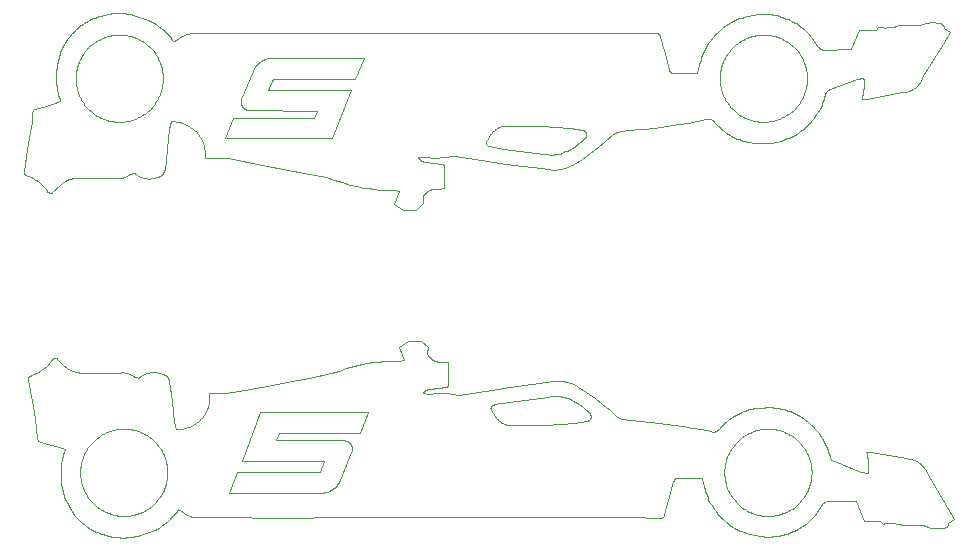
<source format=gbr>
%TF.GenerationSoftware,KiCad,Pcbnew,(6.0.8)*%
%TF.CreationDate,2022-10-30T16:32:21-07:00*%
%TF.ProjectId,f1_plate1,66315f70-6c61-4746-9531-2e6b69636164,rev?*%
%TF.SameCoordinates,Original*%
%TF.FileFunction,OtherDrawing,Comment*%
%FSLAX46Y46*%
G04 Gerber Fmt 4.6, Leading zero omitted, Abs format (unit mm)*
G04 Created by KiCad (PCBNEW (6.0.8)) date 2022-10-30 16:32:21*
%MOMM*%
%LPD*%
G01*
G04 APERTURE LIST*
%ADD10C,0.050000*%
G04 APERTURE END LIST*
D10*
X86918436Y-141518391D02*
X86916284Y-141392316D01*
X86924891Y-141644319D02*
X86918436Y-141518391D01*
X86935642Y-141769953D02*
X86924891Y-141644319D01*
X86950676Y-141895147D02*
X86935642Y-141769953D01*
X86969976Y-142019754D02*
X86950676Y-141895147D01*
X86993518Y-142143630D02*
X86969976Y-142019754D01*
X87021276Y-142266630D02*
X86993518Y-142143630D01*
X87053217Y-142388611D02*
X87021276Y-142266630D01*
X87089305Y-142509430D02*
X87053217Y-142388611D01*
X87129496Y-142628946D02*
X87089305Y-142509430D01*
X87173744Y-142747021D02*
X87129496Y-142628946D01*
X87221997Y-142863516D02*
X87173744Y-142747021D01*
X87274200Y-142978296D02*
X87221997Y-142863516D01*
X87330291Y-143091226D02*
X87274200Y-142978296D01*
X87390205Y-143202176D02*
X87330291Y-143091226D01*
X87453872Y-143311016D02*
X87390205Y-143202176D01*
X87521218Y-143417618D02*
X87453872Y-143311016D01*
X87592164Y-143521859D02*
X87521218Y-143417618D01*
X87666627Y-143623617D02*
X87592164Y-143521859D01*
X87744521Y-143722773D02*
X87666627Y-143623617D01*
X87825756Y-143819212D02*
X87744521Y-143722773D01*
X87910235Y-143912822D02*
X87825756Y-143819212D01*
X87997861Y-144003493D02*
X87910235Y-143912822D01*
X88088532Y-144091119D02*
X87997861Y-144003493D01*
X88182141Y-144175598D02*
X88088532Y-144091119D01*
X88278581Y-144256832D02*
X88182141Y-144175598D01*
X88377737Y-144334727D02*
X88278581Y-144256832D01*
X88479495Y-144409190D02*
X88377737Y-144334727D01*
X88583736Y-144480136D02*
X88479495Y-144409190D01*
X88690338Y-144547482D02*
X88583736Y-144480136D01*
X88799178Y-144611149D02*
X88690338Y-144547482D01*
X88910128Y-144671063D02*
X88799178Y-144611149D01*
X89023058Y-144727154D02*
X88910128Y-144671063D01*
X89137838Y-144779357D02*
X89023058Y-144727154D01*
X89254333Y-144827610D02*
X89137838Y-144779357D01*
X89372408Y-144871858D02*
X89254333Y-144827610D01*
X89491924Y-144912049D02*
X89372408Y-144871858D01*
X89612743Y-144948136D02*
X89491924Y-144912049D01*
X89734724Y-144980078D02*
X89612743Y-144948136D01*
X89857724Y-145007836D02*
X89734724Y-144980078D01*
X89981600Y-145031378D02*
X89857724Y-145007836D01*
X90106207Y-145050678D02*
X89981600Y-145031378D01*
X90231401Y-145065712D02*
X90106207Y-145050678D01*
X90357035Y-145076462D02*
X90231401Y-145065712D01*
X90482963Y-145082918D02*
X90357035Y-145076462D01*
X90609038Y-145085070D02*
X90482963Y-145082918D01*
X90737918Y-145082823D02*
X90609038Y-145085070D01*
X90866642Y-145076079D02*
X90737918Y-145082823D01*
X90995052Y-145064848D02*
X90866642Y-145076079D01*
X91122991Y-145049142D02*
X90995052Y-145064848D01*
X91250305Y-145028981D02*
X91122991Y-145049142D01*
X91376837Y-145004389D02*
X91250305Y-145028981D01*
X91502434Y-144975396D02*
X91376837Y-145004389D01*
X91626943Y-144942038D02*
X91502434Y-144975396D01*
X91750212Y-144904354D02*
X91626943Y-144942038D01*
X91872091Y-144862392D02*
X91750212Y-144904354D01*
X91992431Y-144816203D02*
X91872091Y-144862392D01*
X92111085Y-144765841D02*
X91992431Y-144816203D01*
X92227910Y-144711370D02*
X92111085Y-144765841D01*
X92342763Y-144652855D02*
X92227910Y-144711370D01*
X92455504Y-144590367D02*
X92342763Y-144652855D01*
X92565995Y-144523983D02*
X92455504Y-144590367D01*
X92674103Y-144453783D02*
X92565995Y-144523983D01*
X92779695Y-144379854D02*
X92674103Y-144453783D01*
X92882642Y-144302284D02*
X92779695Y-144379854D01*
X92982820Y-144221169D02*
X92882642Y-144302284D01*
X93080106Y-144136607D02*
X92982820Y-144221169D01*
X93174381Y-144048702D02*
X93080106Y-144136607D01*
X93265532Y-143957560D02*
X93174381Y-144048702D01*
X93353446Y-143863293D02*
X93265532Y-143957560D01*
X93438017Y-143766015D02*
X93353446Y-143863293D01*
X93519141Y-143665845D02*
X93438017Y-143766015D01*
X93596721Y-143562905D02*
X93519141Y-143665845D01*
X93670660Y-143457321D02*
X93596721Y-143562905D01*
X93740870Y-143349220D02*
X93670660Y-143457321D01*
X93807265Y-143238735D02*
X93740870Y-143349220D01*
X93869763Y-143126000D02*
X93807265Y-143238735D01*
X93928290Y-143011153D02*
X93869763Y-143126000D01*
X93982772Y-142894333D02*
X93928290Y-143011153D01*
X94033145Y-142775683D02*
X93982772Y-142894333D01*
X94079346Y-142655347D02*
X94033145Y-142775683D01*
X94121319Y-142533473D02*
X94079346Y-142655347D01*
X94159014Y-142410207D02*
X94121319Y-142533473D01*
X94192384Y-142285702D02*
X94159014Y-142410207D01*
X94221389Y-142160107D02*
X94192384Y-142285702D01*
X94245993Y-142033577D02*
X94221389Y-142160107D01*
X94266166Y-141906266D02*
X94245993Y-142033577D01*
X94281885Y-141778328D02*
X94266166Y-141906266D01*
X94293128Y-141649919D02*
X94281885Y-141778328D01*
X94299884Y-141521196D02*
X94293128Y-141649919D01*
X94302144Y-141392316D02*
X94299884Y-141521196D01*
X94299884Y-141263436D02*
X94302144Y-141392316D01*
X94293128Y-141134713D02*
X94299884Y-141263436D01*
X94281885Y-141006304D02*
X94293128Y-141134713D01*
X94266166Y-140878366D02*
X94281885Y-141006304D01*
X94245993Y-140751054D02*
X94266166Y-140878366D01*
X94221389Y-140624524D02*
X94245993Y-140751054D01*
X94192384Y-140498930D02*
X94221389Y-140624524D01*
X94159014Y-140374424D02*
X94192384Y-140498930D01*
X94121319Y-140251159D02*
X94159014Y-140374424D01*
X94079346Y-140129285D02*
X94121319Y-140251159D01*
X94033145Y-140008949D02*
X94079346Y-140129285D01*
X93982772Y-139890299D02*
X94033145Y-140008949D01*
X93928290Y-139773479D02*
X93982772Y-139890299D01*
X93869763Y-139658632D02*
X93928290Y-139773479D01*
X93807265Y-139545897D02*
X93869763Y-139658632D01*
X93740870Y-139435412D02*
X93807265Y-139545897D01*
X93670660Y-139327311D02*
X93740870Y-139435412D01*
X93596721Y-139221726D02*
X93670660Y-139327311D01*
X93519141Y-139118786D02*
X93596721Y-139221726D01*
X93438017Y-139018616D02*
X93519141Y-139118786D01*
X93353446Y-138921339D02*
X93438017Y-139018616D01*
X93265532Y-138827071D02*
X93353446Y-138921339D01*
X93174381Y-138735930D02*
X93265532Y-138827071D01*
X93080106Y-138648024D02*
X93174381Y-138735930D01*
X92982820Y-138563463D02*
X93080106Y-138648024D01*
X92882642Y-138482348D02*
X92982820Y-138563463D01*
X92779695Y-138404778D02*
X92882642Y-138482348D01*
X92674103Y-138330848D02*
X92779695Y-138404778D01*
X92565995Y-138260649D02*
X92674103Y-138330848D01*
X92455504Y-138194265D02*
X92565995Y-138260649D01*
X92342763Y-138131777D02*
X92455504Y-138194265D01*
X92227910Y-138073262D02*
X92342763Y-138131777D01*
X92111085Y-138018790D02*
X92227910Y-138073262D01*
X91992431Y-137968429D02*
X92111085Y-138018790D01*
X91872091Y-137922239D02*
X91992431Y-137968429D01*
X91750212Y-137880277D02*
X91872091Y-137922239D01*
X91626943Y-137842594D02*
X91750212Y-137880277D01*
X91502434Y-137809236D02*
X91626943Y-137842594D01*
X91376837Y-137780243D02*
X91502434Y-137809236D01*
X91250305Y-137755651D02*
X91376837Y-137780243D01*
X91122991Y-137735490D02*
X91250305Y-137755651D01*
X90995052Y-137719784D02*
X91122991Y-137735490D01*
X90866642Y-137708552D02*
X90995052Y-137719784D01*
X90737918Y-137701809D02*
X90866642Y-137708552D01*
X90609038Y-137699562D02*
X90737918Y-137701809D01*
X90482963Y-137701714D02*
X90609038Y-137699562D01*
X90357035Y-137708169D02*
X90482963Y-137701714D01*
X90231401Y-137718920D02*
X90357035Y-137708169D01*
X90106207Y-137733954D02*
X90231401Y-137718920D01*
X89981600Y-137753254D02*
X90106207Y-137733954D01*
X89857724Y-137776796D02*
X89981600Y-137753254D01*
X89734724Y-137804554D02*
X89857724Y-137776796D01*
X89612743Y-137836495D02*
X89734724Y-137804554D01*
X89491924Y-137872582D02*
X89612743Y-137836495D01*
X89372408Y-137912774D02*
X89491924Y-137872582D01*
X89254333Y-137957022D02*
X89372408Y-137912774D01*
X89137838Y-138005275D02*
X89254333Y-137957022D01*
X89023058Y-138057478D02*
X89137838Y-138005275D01*
X88910128Y-138113569D02*
X89023058Y-138057478D01*
X88799178Y-138173483D02*
X88910128Y-138113569D01*
X88690338Y-138237150D02*
X88799178Y-138173483D01*
X88583736Y-138304495D02*
X88690338Y-138237150D01*
X88479495Y-138375441D02*
X88583736Y-138304495D01*
X88377737Y-138449905D02*
X88479495Y-138375441D01*
X88278581Y-138527799D02*
X88377737Y-138449905D01*
X88182141Y-138609034D02*
X88278581Y-138527799D01*
X88088532Y-138693513D02*
X88182141Y-138609034D01*
X87997861Y-138781139D02*
X88088532Y-138693513D01*
X87910235Y-138871810D02*
X87997861Y-138781139D01*
X87825756Y-138965419D02*
X87910235Y-138871810D01*
X87744521Y-139061858D02*
X87825756Y-138965419D01*
X87666627Y-139161015D02*
X87744521Y-139061858D01*
X87592164Y-139262773D02*
X87666627Y-139161015D01*
X87521218Y-139367014D02*
X87592164Y-139262773D01*
X87453872Y-139473616D02*
X87521218Y-139367014D01*
X87390205Y-139582456D02*
X87453872Y-139473616D01*
X87330291Y-139693405D02*
X87390205Y-139582456D01*
X87274200Y-139806336D02*
X87330291Y-139693405D01*
X87221997Y-139921116D02*
X87274200Y-139806336D01*
X87173744Y-140037611D02*
X87221997Y-139921116D01*
X87129496Y-140155685D02*
X87173744Y-140037611D01*
X87089305Y-140275202D02*
X87129496Y-140155685D01*
X87053217Y-140396021D02*
X87089305Y-140275202D01*
X87021276Y-140518001D02*
X87053217Y-140396021D01*
X86993518Y-140641002D02*
X87021276Y-140518001D01*
X86969976Y-140764878D02*
X86993518Y-140641002D01*
X86950676Y-140889485D02*
X86969976Y-140764878D01*
X86935642Y-141014679D02*
X86950676Y-140889485D01*
X86924891Y-141140313D02*
X86935642Y-141014679D01*
X86918436Y-141266241D02*
X86924891Y-141140313D01*
X86916284Y-141392316D02*
X86918436Y-141266241D01*
X32383707Y-141518391D02*
X32381555Y-141392316D01*
X32390162Y-141644319D02*
X32383707Y-141518391D01*
X32400913Y-141769953D02*
X32390162Y-141644319D01*
X32415947Y-141895147D02*
X32400913Y-141769953D01*
X32435246Y-142019754D02*
X32415947Y-141895147D01*
X32458789Y-142143630D02*
X32435246Y-142019754D01*
X32486547Y-142266630D02*
X32458789Y-142143630D01*
X32518488Y-142388611D02*
X32486547Y-142266630D01*
X32554575Y-142509430D02*
X32518488Y-142388611D01*
X32594766Y-142628946D02*
X32554575Y-142509430D01*
X32639015Y-142747021D02*
X32594766Y-142628946D01*
X32687268Y-142863516D02*
X32639015Y-142747021D01*
X32739471Y-142978296D02*
X32687268Y-142863516D01*
X32795562Y-143091226D02*
X32739471Y-142978296D01*
X32855476Y-143202176D02*
X32795562Y-143091226D01*
X32919143Y-143311016D02*
X32855476Y-143202176D01*
X32986488Y-143417618D02*
X32919143Y-143311016D01*
X33057434Y-143521859D02*
X32986488Y-143417618D01*
X33131898Y-143623617D02*
X33057434Y-143521859D01*
X33209792Y-143722773D02*
X33131898Y-143623617D01*
X33291026Y-143819212D02*
X33209792Y-143722773D01*
X33375506Y-143912822D02*
X33291026Y-143819212D01*
X33463132Y-144003493D02*
X33375506Y-143912822D01*
X33553803Y-144091119D02*
X33463132Y-144003493D01*
X33647412Y-144175598D02*
X33553803Y-144091119D01*
X33743851Y-144256832D02*
X33647412Y-144175598D01*
X33843008Y-144334727D02*
X33743851Y-144256832D01*
X33944766Y-144409190D02*
X33843008Y-144334727D01*
X34049007Y-144480136D02*
X33944766Y-144409190D01*
X34155609Y-144547482D02*
X34049007Y-144480136D01*
X34264449Y-144611149D02*
X34155609Y-144547482D01*
X34375398Y-144671063D02*
X34264449Y-144611149D01*
X34488329Y-144727154D02*
X34375398Y-144671063D01*
X34603109Y-144779357D02*
X34488329Y-144727154D01*
X34719604Y-144827610D02*
X34603109Y-144779357D01*
X34837678Y-144871858D02*
X34719604Y-144827610D01*
X34957195Y-144912049D02*
X34837678Y-144871858D01*
X35078014Y-144948136D02*
X34957195Y-144912049D01*
X35199994Y-144980078D02*
X35078014Y-144948136D01*
X35322994Y-145007836D02*
X35199994Y-144980078D01*
X35446870Y-145031378D02*
X35322994Y-145007836D01*
X35571478Y-145050678D02*
X35446870Y-145031378D01*
X35696672Y-145065712D02*
X35571478Y-145050678D01*
X35822306Y-145076462D02*
X35696672Y-145065712D01*
X35948234Y-145082918D02*
X35822306Y-145076462D01*
X36074309Y-145085070D02*
X35948234Y-145082918D01*
X36203189Y-145082823D02*
X36074309Y-145085070D01*
X36331913Y-145076079D02*
X36203189Y-145082823D01*
X36460322Y-145064848D02*
X36331913Y-145076079D01*
X36588262Y-145049142D02*
X36460322Y-145064848D01*
X36715576Y-145028981D02*
X36588262Y-145049142D01*
X36842108Y-145004389D02*
X36715576Y-145028981D01*
X36967705Y-144975396D02*
X36842108Y-145004389D01*
X37092214Y-144942038D02*
X36967705Y-144975396D01*
X37215483Y-144904354D02*
X37092214Y-144942038D01*
X37337361Y-144862392D02*
X37215483Y-144904354D01*
X37457701Y-144816203D02*
X37337361Y-144862392D01*
X37576356Y-144765841D02*
X37457701Y-144816203D01*
X37693181Y-144711370D02*
X37576356Y-144765841D01*
X37808034Y-144652855D02*
X37693181Y-144711370D01*
X37920775Y-144590367D02*
X37808034Y-144652855D01*
X38031266Y-144523983D02*
X37920775Y-144590367D01*
X38139374Y-144453783D02*
X38031266Y-144523983D01*
X38244965Y-144379854D02*
X38139374Y-144453783D01*
X38347913Y-144302284D02*
X38244965Y-144379854D01*
X38448090Y-144221169D02*
X38347913Y-144302284D01*
X38545376Y-144136607D02*
X38448090Y-144221169D01*
X38639652Y-144048702D02*
X38545376Y-144136607D01*
X38730802Y-143957560D02*
X38639652Y-144048702D01*
X38818717Y-143863293D02*
X38730802Y-143957560D01*
X38903287Y-143766015D02*
X38818717Y-143863293D01*
X38984412Y-143665845D02*
X38903287Y-143766015D01*
X39061991Y-143562905D02*
X38984412Y-143665845D01*
X39135931Y-143457321D02*
X39061991Y-143562905D01*
X39206141Y-143349220D02*
X39135931Y-143457321D01*
X39272536Y-143238735D02*
X39206141Y-143349220D01*
X39335034Y-143126000D02*
X39272536Y-143238735D01*
X39393560Y-143011153D02*
X39335034Y-143126000D01*
X39448043Y-142894333D02*
X39393560Y-143011153D01*
X39498415Y-142775683D02*
X39448043Y-142894333D01*
X39544617Y-142655347D02*
X39498415Y-142775683D01*
X39586590Y-142533473D02*
X39544617Y-142655347D01*
X39624285Y-142410207D02*
X39586590Y-142533473D01*
X39657655Y-142285702D02*
X39624285Y-142410207D01*
X39686660Y-142160107D02*
X39657655Y-142285702D01*
X39711264Y-142033577D02*
X39686660Y-142160107D01*
X39731437Y-141906266D02*
X39711264Y-142033577D01*
X39747155Y-141778328D02*
X39731437Y-141906266D01*
X39758399Y-141649919D02*
X39747155Y-141778328D01*
X39765155Y-141521196D02*
X39758399Y-141649919D01*
X39767414Y-141392316D02*
X39765155Y-141521196D01*
X39765155Y-141263436D02*
X39767414Y-141392316D01*
X39758399Y-141134713D02*
X39765155Y-141263436D01*
X39747155Y-141006304D02*
X39758399Y-141134713D01*
X39731437Y-140878366D02*
X39747155Y-141006304D01*
X39711264Y-140751054D02*
X39731437Y-140878366D01*
X39686660Y-140624524D02*
X39711264Y-140751054D01*
X39657655Y-140498930D02*
X39686660Y-140624524D01*
X39624285Y-140374424D02*
X39657655Y-140498930D01*
X39586590Y-140251159D02*
X39624285Y-140374424D01*
X39544617Y-140129285D02*
X39586590Y-140251159D01*
X39498415Y-140008949D02*
X39544617Y-140129285D01*
X39448043Y-139890299D02*
X39498415Y-140008949D01*
X39393560Y-139773479D02*
X39448043Y-139890299D01*
X39335034Y-139658632D02*
X39393560Y-139773479D01*
X39272536Y-139545897D02*
X39335034Y-139658632D01*
X39206141Y-139435412D02*
X39272536Y-139545897D01*
X39135931Y-139327311D02*
X39206141Y-139435412D01*
X39061991Y-139221726D02*
X39135931Y-139327311D01*
X38984412Y-139118786D02*
X39061991Y-139221726D01*
X38903287Y-139018616D02*
X38984412Y-139118786D01*
X38818717Y-138921339D02*
X38903287Y-139018616D01*
X38730802Y-138827071D02*
X38818717Y-138921339D01*
X38639652Y-138735930D02*
X38730802Y-138827071D01*
X38545376Y-138648024D02*
X38639652Y-138735930D01*
X38448090Y-138563463D02*
X38545376Y-138648024D01*
X38347913Y-138482348D02*
X38448090Y-138563463D01*
X38244965Y-138404778D02*
X38347913Y-138482348D01*
X38139374Y-138330848D02*
X38244965Y-138404778D01*
X38031266Y-138260649D02*
X38139374Y-138330848D01*
X37920775Y-138194265D02*
X38031266Y-138260649D01*
X37808034Y-138131777D02*
X37920775Y-138194265D01*
X37693181Y-138073262D02*
X37808034Y-138131777D01*
X37576356Y-138018790D02*
X37693181Y-138073262D01*
X37457701Y-137968429D02*
X37576356Y-138018790D01*
X37337361Y-137922239D02*
X37457701Y-137968429D01*
X37215483Y-137880277D02*
X37337361Y-137922239D01*
X37092214Y-137842594D02*
X37215483Y-137880277D01*
X36967705Y-137809236D02*
X37092214Y-137842594D01*
X36842108Y-137780243D02*
X36967705Y-137809236D01*
X36715576Y-137755651D02*
X36842108Y-137780243D01*
X36588262Y-137735490D02*
X36715576Y-137755651D01*
X36460322Y-137719784D02*
X36588262Y-137735490D01*
X36331913Y-137708552D02*
X36460322Y-137719784D01*
X36203189Y-137701809D02*
X36331913Y-137708552D01*
X36074309Y-137699562D02*
X36203189Y-137701809D01*
X35948234Y-137701714D02*
X36074309Y-137699562D01*
X35822306Y-137708169D02*
X35948234Y-137701714D01*
X35696672Y-137718920D02*
X35822306Y-137708169D01*
X35571478Y-137733954D02*
X35696672Y-137718920D01*
X35446870Y-137753254D02*
X35571478Y-137733954D01*
X35322994Y-137776796D02*
X35446870Y-137753254D01*
X35199994Y-137804554D02*
X35322994Y-137776796D01*
X35078014Y-137836495D02*
X35199994Y-137804554D01*
X34957195Y-137872582D02*
X35078014Y-137836495D01*
X34837678Y-137912774D02*
X34957195Y-137872582D01*
X34719604Y-137957022D02*
X34837678Y-137912774D01*
X34603109Y-138005275D02*
X34719604Y-137957022D01*
X34488329Y-138057478D02*
X34603109Y-138005275D01*
X34375398Y-138113569D02*
X34488329Y-138057478D01*
X34264449Y-138173483D02*
X34375398Y-138113569D01*
X34155609Y-138237150D02*
X34264449Y-138173483D01*
X34049007Y-138304495D02*
X34155609Y-138237150D01*
X33944766Y-138375441D02*
X34049007Y-138304495D01*
X33843008Y-138449905D02*
X33944766Y-138375441D01*
X33743851Y-138527799D02*
X33843008Y-138449905D01*
X33647412Y-138609034D02*
X33743851Y-138527799D01*
X33553803Y-138693513D02*
X33647412Y-138609034D01*
X33463132Y-138781139D02*
X33553803Y-138693513D01*
X33375506Y-138871810D02*
X33463132Y-138781139D01*
X33291026Y-138965419D02*
X33375506Y-138871810D01*
X33209792Y-139061858D02*
X33291026Y-138965419D01*
X33131898Y-139161015D02*
X33209792Y-139061858D01*
X33057434Y-139262773D02*
X33131898Y-139161015D01*
X32986488Y-139367014D02*
X33057434Y-139262773D01*
X32919143Y-139473616D02*
X32986488Y-139367014D01*
X32855476Y-139582456D02*
X32919143Y-139473616D01*
X32795562Y-139693405D02*
X32855476Y-139582456D01*
X32739471Y-139806336D02*
X32795562Y-139693405D01*
X32687268Y-139921116D02*
X32739471Y-139806336D01*
X32639015Y-140037611D02*
X32687268Y-139921116D01*
X32594766Y-140155685D02*
X32639015Y-140037611D01*
X32554575Y-140275202D02*
X32594766Y-140155685D01*
X32518488Y-140396021D02*
X32554575Y-140275202D01*
X32486547Y-140518001D02*
X32518488Y-140396021D01*
X32458789Y-140641002D02*
X32486547Y-140518001D01*
X32435246Y-140764878D02*
X32458789Y-140641002D01*
X32415947Y-140889485D02*
X32435246Y-140764878D01*
X32400913Y-141014679D02*
X32415947Y-140889485D01*
X32390162Y-141140313D02*
X32400913Y-141014679D01*
X32383707Y-141266241D02*
X32390162Y-141140313D01*
X32381555Y-141392316D02*
X32383707Y-141266241D01*
X56770985Y-139663549D02*
X49004922Y-139663549D01*
X56073125Y-141421903D02*
X56770985Y-139663549D01*
X49096283Y-141421903D02*
X56073125Y-141421903D01*
X48705538Y-142370655D02*
X49096283Y-141421903D01*
X55710491Y-142370655D02*
X48705538Y-142370655D01*
X54127832Y-146473129D02*
X55710491Y-142370655D01*
X44993809Y-146473129D02*
X54127832Y-146473129D01*
X45691317Y-144742887D02*
X44993809Y-146473129D01*
X52556769Y-144742887D02*
X45691317Y-144742887D01*
X52787983Y-144128658D02*
X52556769Y-144742887D01*
X47072279Y-144105466D02*
X52787983Y-144128658D01*
X47048086Y-144104955D02*
X47072279Y-144105466D01*
X47023925Y-144103614D02*
X47048086Y-144104955D01*
X46999824Y-144101446D02*
X47023925Y-144103614D01*
X46975812Y-144098452D02*
X46999824Y-144101446D01*
X46951917Y-144094637D02*
X46975812Y-144098452D01*
X46928166Y-144090004D02*
X46951917Y-144094637D01*
X46904589Y-144084560D02*
X46928166Y-144090004D01*
X46881212Y-144078310D02*
X46904589Y-144084560D01*
X46858063Y-144071261D02*
X46881212Y-144078310D01*
X46835170Y-144063424D02*
X46858063Y-144071261D01*
X46812558Y-144054805D02*
X46835170Y-144063424D01*
X46790256Y-144045416D02*
X46812558Y-144054805D01*
X46768289Y-144035268D02*
X46790256Y-144045416D01*
X46746683Y-144024372D02*
X46768289Y-144035268D01*
X46725463Y-144012742D02*
X46746683Y-144024372D01*
X46704654Y-144000391D02*
X46725463Y-144012742D01*
X46684282Y-143987333D02*
X46704654Y-144000391D01*
X46664369Y-143973584D02*
X46684282Y-143987333D01*
X46644940Y-143959161D02*
X46664369Y-143973584D01*
X46626016Y-143944079D02*
X46644940Y-143959161D01*
X46607621Y-143928358D02*
X46626016Y-143944079D01*
X46589776Y-143912014D02*
X46607621Y-143928358D01*
X46572502Y-143895069D02*
X46589776Y-143912014D01*
X46555820Y-143877541D02*
X46572502Y-143895069D01*
X46539748Y-143859451D02*
X46555820Y-143877541D01*
X46524306Y-143840820D02*
X46539748Y-143859451D01*
X46509513Y-143821671D02*
X46524306Y-143840820D01*
X46495384Y-143802026D02*
X46509513Y-143821671D01*
X46481938Y-143781907D02*
X46495384Y-143802026D01*
X46469190Y-143761340D02*
X46481938Y-143781907D01*
X46457155Y-143740347D02*
X46469190Y-143761340D01*
X46445846Y-143718954D02*
X46457155Y-143740347D01*
X46435279Y-143697185D02*
X46445846Y-143718954D01*
X46425464Y-143675067D02*
X46435279Y-143697185D01*
X46416413Y-143652625D02*
X46425464Y-143675067D01*
X46408137Y-143629886D02*
X46416413Y-143652625D01*
X46400646Y-143606877D02*
X46408137Y-143629886D01*
X46393949Y-143583624D02*
X46400646Y-143606877D01*
X46388053Y-143560156D02*
X46393949Y-143583624D01*
X46382965Y-143536498D02*
X46388053Y-143560156D01*
X46378692Y-143512681D02*
X46382965Y-143536498D01*
X46375238Y-143488730D02*
X46378692Y-143512681D01*
X46372608Y-143464676D02*
X46375238Y-143488730D01*
X46370804Y-143440545D02*
X46372608Y-143464676D01*
X46369829Y-143416367D02*
X46370804Y-143440545D01*
X46369684Y-143392169D02*
X46369829Y-143416367D01*
X46370369Y-143367981D02*
X46369684Y-143392169D01*
X46371882Y-143343830D02*
X46370369Y-143367981D01*
X46374224Y-143319746D02*
X46371882Y-143343830D01*
X46377390Y-143295756D02*
X46374224Y-143319746D01*
X46381377Y-143271888D02*
X46377390Y-143295756D01*
X46386180Y-143248172D02*
X46381377Y-143271888D01*
X46391793Y-143224634D02*
X46386180Y-143248172D01*
X46398211Y-143201302D02*
X46391793Y-143224634D01*
X46405425Y-143178205D02*
X46398211Y-143201302D01*
X46413427Y-143155368D02*
X46405425Y-143178205D01*
X46422208Y-143132819D02*
X46413427Y-143155368D01*
X47399774Y-140741612D02*
X46422208Y-143132819D01*
X47423550Y-140686170D02*
X47399774Y-140741612D01*
X47449241Y-140631589D02*
X47423550Y-140686170D01*
X47476816Y-140577935D02*
X47449241Y-140631589D01*
X47506241Y-140525272D02*
X47476816Y-140577935D01*
X47537480Y-140473666D02*
X47506241Y-140525272D01*
X47570496Y-140423177D02*
X47537480Y-140473666D01*
X47605249Y-140373868D02*
X47570496Y-140423177D01*
X47641697Y-140325798D02*
X47605249Y-140373868D01*
X47679795Y-140279026D02*
X47641697Y-140325798D01*
X47719498Y-140233607D02*
X47679795Y-140279026D01*
X47760757Y-140189598D02*
X47719498Y-140233607D01*
X47803522Y-140147050D02*
X47760757Y-140189598D01*
X47847742Y-140106017D02*
X47803522Y-140147050D01*
X47893363Y-140066547D02*
X47847742Y-140106017D01*
X47940329Y-140028688D02*
X47893363Y-140066547D01*
X47988585Y-139992486D02*
X47940329Y-140028688D01*
X48038071Y-139957986D02*
X47988585Y-139992486D01*
X48088727Y-139925228D02*
X48038071Y-139957986D01*
X48140493Y-139894252D02*
X48088727Y-139925228D01*
X48193305Y-139865097D02*
X48140493Y-139894252D01*
X48247099Y-139837797D02*
X48193305Y-139865097D01*
X48301811Y-139812385D02*
X48247099Y-139837797D01*
X48357374Y-139788892D02*
X48301811Y-139812385D01*
X48413721Y-139767347D02*
X48357374Y-139788892D01*
X48470783Y-139747776D02*
X48413721Y-139767347D01*
X48528492Y-139730201D02*
X48470783Y-139747776D01*
X48586777Y-139714646D02*
X48528492Y-139730201D01*
X48645568Y-139701128D02*
X48586777Y-139714646D01*
X48704794Y-139689664D02*
X48645568Y-139701128D01*
X48764383Y-139680267D02*
X48704794Y-139689664D01*
X48824263Y-139672950D02*
X48764383Y-139680267D01*
X48884362Y-139667721D02*
X48824263Y-139672950D01*
X48944605Y-139664586D02*
X48884362Y-139667721D01*
X49004922Y-139663549D02*
X48944605Y-139664586D01*
X87305816Y-174631137D02*
X87303560Y-174760010D01*
X87312569Y-174502421D02*
X87305816Y-174631137D01*
X87323809Y-174374019D02*
X87312569Y-174502421D01*
X87339523Y-174246088D02*
X87323809Y-174374019D01*
X87359692Y-174118783D02*
X87339523Y-174246088D01*
X87384291Y-173992259D02*
X87359692Y-174118783D01*
X87413291Y-173866671D02*
X87384291Y-173992259D01*
X87446656Y-173742171D02*
X87413291Y-173866671D01*
X87484345Y-173618911D02*
X87446656Y-173742171D01*
X87526312Y-173497042D02*
X87484345Y-173618911D01*
X87572507Y-173376712D02*
X87526312Y-173497042D01*
X87622872Y-173258066D02*
X87572507Y-173376712D01*
X87677348Y-173141251D02*
X87622872Y-173258066D01*
X87735866Y-173026408D02*
X87677348Y-173141251D01*
X87798357Y-172913677D02*
X87735866Y-173026408D01*
X87864744Y-172803195D02*
X87798357Y-172913677D01*
X87934946Y-172695098D02*
X87864744Y-172803195D01*
X88008877Y-172589516D02*
X87934946Y-172695098D01*
X88086448Y-172486578D02*
X88008877Y-172589516D01*
X88167563Y-172386410D02*
X88086448Y-172486578D01*
X88252125Y-172289134D02*
X88167563Y-172386410D01*
X88340030Y-172194868D02*
X88252125Y-172289134D01*
X88431171Y-172103727D02*
X88340030Y-172194868D01*
X88525437Y-172015822D02*
X88431171Y-172103727D01*
X88622714Y-171931260D02*
X88525437Y-172015822D01*
X88722882Y-171850144D02*
X88622714Y-171931260D01*
X88825819Y-171772573D02*
X88722882Y-171850144D01*
X88931401Y-171698642D02*
X88825819Y-171772573D01*
X89039499Y-171628440D02*
X88931401Y-171698642D01*
X89149981Y-171562054D02*
X89039499Y-171628440D01*
X89262712Y-171499563D02*
X89149981Y-171562054D01*
X89377555Y-171441044D02*
X89262712Y-171499563D01*
X89494370Y-171386569D02*
X89377555Y-171441044D01*
X89613015Y-171336203D02*
X89494370Y-171386569D01*
X89733346Y-171290008D02*
X89613015Y-171336203D01*
X89855215Y-171248041D02*
X89733346Y-171290008D01*
X89978475Y-171210352D02*
X89855215Y-171248041D01*
X90102974Y-171176987D02*
X89978475Y-171210352D01*
X90228563Y-171147988D02*
X90102974Y-171176987D01*
X90355086Y-171123388D02*
X90228563Y-171147988D01*
X90482391Y-171103219D02*
X90355086Y-171123388D01*
X90610323Y-171087505D02*
X90482391Y-171103219D01*
X90738725Y-171076265D02*
X90610323Y-171087505D01*
X90867441Y-171069513D02*
X90738725Y-171076265D01*
X90996314Y-171067256D02*
X90867441Y-171069513D01*
X91125194Y-171069503D02*
X90996314Y-171067256D01*
X91253918Y-171076247D02*
X91125194Y-171069503D01*
X91382328Y-171087478D02*
X91253918Y-171076247D01*
X91510267Y-171103184D02*
X91382328Y-171087478D01*
X91637581Y-171123345D02*
X91510267Y-171103184D01*
X91764113Y-171147937D02*
X91637581Y-171123345D01*
X91889710Y-171176930D02*
X91764113Y-171147937D01*
X92014219Y-171210289D02*
X91889710Y-171176930D01*
X92137488Y-171247972D02*
X92014219Y-171210289D01*
X92259366Y-171289934D02*
X92137488Y-171247972D01*
X92379706Y-171336123D02*
X92259366Y-171289934D01*
X92498361Y-171386485D02*
X92379706Y-171336123D01*
X92615186Y-171440956D02*
X92498361Y-171386485D01*
X92730039Y-171499471D02*
X92615186Y-171440956D01*
X92842780Y-171561959D02*
X92730039Y-171499471D01*
X92953271Y-171628343D02*
X92842780Y-171561959D01*
X93061379Y-171698543D02*
X92953271Y-171628343D01*
X93166970Y-171772472D02*
X93061379Y-171698543D01*
X93269918Y-171850042D02*
X93166970Y-171772472D01*
X93370096Y-171931157D02*
X93269918Y-171850042D01*
X93467381Y-172015719D02*
X93370096Y-171931157D01*
X93561657Y-172103624D02*
X93467381Y-172015719D01*
X93652807Y-172194766D02*
X93561657Y-172103624D01*
X93740722Y-172289033D02*
X93652807Y-172194766D01*
X93825292Y-172386311D02*
X93740722Y-172289033D01*
X93906417Y-172486481D02*
X93825292Y-172386311D01*
X93983996Y-172589421D02*
X93906417Y-172486481D01*
X94057936Y-172695005D02*
X93983996Y-172589421D01*
X94128146Y-172803106D02*
X94057936Y-172695005D01*
X94194541Y-172913591D02*
X94128146Y-172803106D01*
X94257039Y-173026326D02*
X94194541Y-172913591D01*
X94315565Y-173141173D02*
X94257039Y-173026326D01*
X94370048Y-173257993D02*
X94315565Y-173141173D01*
X94420421Y-173376643D02*
X94370048Y-173257993D01*
X94466622Y-173496979D02*
X94420421Y-173376643D01*
X94508595Y-173618854D02*
X94466622Y-173496979D01*
X94546290Y-173742119D02*
X94508595Y-173618854D01*
X94579660Y-173866624D02*
X94546290Y-173742119D01*
X94608665Y-173992219D02*
X94579660Y-173866624D01*
X94633269Y-174118749D02*
X94608665Y-173992219D01*
X94653442Y-174246060D02*
X94633269Y-174118749D01*
X94669161Y-174373998D02*
X94653442Y-174246060D01*
X94680404Y-174502407D02*
X94669161Y-174373998D01*
X94687160Y-174631130D02*
X94680404Y-174502407D01*
X94689419Y-174760010D02*
X94687160Y-174631130D01*
X94687169Y-174888898D02*
X94689419Y-174760010D01*
X94680423Y-175017628D02*
X94687169Y-174888898D01*
X94669188Y-175146045D02*
X94680423Y-175017628D01*
X94653478Y-175273991D02*
X94669188Y-175146045D01*
X94633312Y-175401311D02*
X94653478Y-175273991D01*
X94608715Y-175527850D02*
X94633312Y-175401311D01*
X94579717Y-175653453D02*
X94608715Y-175527850D01*
X94546353Y-175777967D02*
X94579717Y-175653453D01*
X94508665Y-175901242D02*
X94546353Y-175777967D01*
X94466696Y-176023126D02*
X94508665Y-175901242D01*
X94420500Y-176143471D02*
X94466696Y-176023126D01*
X94370132Y-176262131D02*
X94420500Y-176143471D01*
X94315653Y-176378960D02*
X94370132Y-176262131D01*
X94257131Y-176493817D02*
X94315653Y-176378960D01*
X94194635Y-176606562D02*
X94257131Y-176493817D01*
X94128243Y-176717057D02*
X94194635Y-176606562D01*
X94058035Y-176825167D02*
X94128243Y-176717057D01*
X93984097Y-176930762D02*
X94058035Y-176825167D01*
X93906519Y-177033711D02*
X93984097Y-176930762D01*
X93825395Y-177133891D02*
X93906519Y-177033711D01*
X93740824Y-177231179D02*
X93825395Y-177133891D01*
X93652910Y-177325455D02*
X93740824Y-177231179D01*
X93561759Y-177416606D02*
X93652910Y-177325455D01*
X93467482Y-177504521D02*
X93561759Y-177416606D01*
X93370195Y-177589091D02*
X93467482Y-177504521D01*
X93270015Y-177670215D02*
X93370195Y-177589091D01*
X93167065Y-177747794D02*
X93270015Y-177670215D01*
X93061471Y-177821732D02*
X93167065Y-177747794D01*
X92953360Y-177891940D02*
X93061471Y-177821732D01*
X92842865Y-177958332D02*
X92953360Y-177891940D01*
X92730121Y-178020827D02*
X92842865Y-177958332D01*
X92615264Y-178079350D02*
X92730121Y-178020827D01*
X92498434Y-178133828D02*
X92615264Y-178079350D01*
X92379775Y-178184196D02*
X92498434Y-178133828D01*
X92259430Y-178230393D02*
X92379775Y-178184196D01*
X92137546Y-178272361D02*
X92259430Y-178230393D01*
X92014271Y-178310050D02*
X92137546Y-178272361D01*
X91889756Y-178343414D02*
X92014271Y-178310050D01*
X91764153Y-178372411D02*
X91889756Y-178343414D01*
X91637615Y-178397008D02*
X91764153Y-178372411D01*
X91510295Y-178417174D02*
X91637615Y-178397008D01*
X91382348Y-178432884D02*
X91510295Y-178417174D01*
X91253932Y-178444119D02*
X91382348Y-178432884D01*
X91125201Y-178450866D02*
X91253932Y-178444119D01*
X90996314Y-178453116D02*
X91125201Y-178450866D01*
X90867434Y-178450856D02*
X90996314Y-178453116D01*
X90738711Y-178444101D02*
X90867434Y-178450856D01*
X90610302Y-178432857D02*
X90738711Y-178444101D01*
X90482364Y-178417139D02*
X90610302Y-178432857D01*
X90355052Y-178396965D02*
X90482364Y-178417139D01*
X90228522Y-178372361D02*
X90355052Y-178396965D01*
X90102928Y-178343356D02*
X90228522Y-178372361D01*
X89978422Y-178309986D02*
X90102928Y-178343356D01*
X89855157Y-178272292D02*
X89978422Y-178309986D01*
X89733283Y-178230318D02*
X89855157Y-178272292D01*
X89612947Y-178184117D02*
X89733283Y-178230318D01*
X89494297Y-178133744D02*
X89612947Y-178184117D01*
X89377477Y-178079262D02*
X89494297Y-178133744D01*
X89262630Y-178020736D02*
X89377477Y-178079262D01*
X89149895Y-177958237D02*
X89262630Y-178020736D01*
X89039410Y-177891842D02*
X89149895Y-177958237D01*
X88931309Y-177821632D02*
X89039410Y-177891842D01*
X88825724Y-177747693D02*
X88931309Y-177821632D01*
X88722784Y-177670113D02*
X88825724Y-177747693D01*
X88622614Y-177588989D02*
X88722784Y-177670113D01*
X88525337Y-177504418D02*
X88622614Y-177588989D01*
X88431069Y-177416504D02*
X88525337Y-177504418D01*
X88339928Y-177325353D02*
X88431069Y-177416504D01*
X88252022Y-177231078D02*
X88339928Y-177325353D01*
X88167461Y-177133792D02*
X88252022Y-177231078D01*
X88086346Y-177033614D02*
X88167461Y-177133792D01*
X88008776Y-176930667D02*
X88086346Y-177033614D01*
X87934846Y-176825075D02*
X88008776Y-176930667D01*
X87864647Y-176716968D02*
X87934846Y-176825075D01*
X87798263Y-176606476D02*
X87864647Y-176716968D01*
X87735775Y-176493735D02*
X87798263Y-176606476D01*
X87677260Y-176378882D02*
X87735775Y-176493735D01*
X87622788Y-176262057D02*
X87677260Y-176378882D01*
X87572427Y-176143403D02*
X87622788Y-176262057D01*
X87526237Y-176023063D02*
X87572427Y-176143403D01*
X87484275Y-175901184D02*
X87526237Y-176023063D01*
X87446592Y-175777915D02*
X87484275Y-175901184D01*
X87413234Y-175653406D02*
X87446592Y-175777915D01*
X87384241Y-175527809D02*
X87413234Y-175653406D01*
X87359649Y-175401277D02*
X87384241Y-175527809D01*
X87339488Y-175273963D02*
X87359649Y-175401277D01*
X87323782Y-175146024D02*
X87339488Y-175273963D01*
X87312550Y-175017614D02*
X87323782Y-175146024D01*
X87305807Y-174888891D02*
X87312550Y-175017614D01*
X87303560Y-174760010D02*
X87305807Y-174888891D01*
X32771158Y-174633935D02*
X32769006Y-174760010D01*
X32777614Y-174508007D02*
X32771158Y-174633935D01*
X32788365Y-174382373D02*
X32777614Y-174508007D01*
X32803399Y-174257179D02*
X32788365Y-174382373D01*
X32822698Y-174132572D02*
X32803399Y-174257179D01*
X32846240Y-174008696D02*
X32822698Y-174132572D01*
X32873999Y-173885696D02*
X32846240Y-174008696D01*
X32905940Y-173763715D02*
X32873999Y-173885696D01*
X32942027Y-173642896D02*
X32905940Y-173763715D01*
X32982218Y-173523380D02*
X32942027Y-173642896D01*
X33026466Y-173405305D02*
X32982218Y-173523380D01*
X33074720Y-173288810D02*
X33026466Y-173405305D01*
X33126922Y-173174030D02*
X33074720Y-173288810D01*
X33183013Y-173061100D02*
X33126922Y-173174030D01*
X33242927Y-172950150D02*
X33183013Y-173061100D01*
X33306594Y-172841310D02*
X33242927Y-172950150D01*
X33373940Y-172734708D02*
X33306594Y-172841310D01*
X33444886Y-172630467D02*
X33373940Y-172734708D01*
X33519349Y-172528709D02*
X33444886Y-172630467D01*
X33597244Y-172429553D02*
X33519349Y-172528709D01*
X33678478Y-172333114D02*
X33597244Y-172429553D01*
X33762958Y-172239504D02*
X33678478Y-172333114D01*
X33850584Y-172148833D02*
X33762958Y-172239504D01*
X33941254Y-172061207D02*
X33850584Y-172148833D01*
X34034864Y-171976728D02*
X33941254Y-172061207D01*
X34131303Y-171895494D02*
X34034864Y-171976728D01*
X34230459Y-171817599D02*
X34131303Y-171895494D01*
X34332217Y-171743136D02*
X34230459Y-171817599D01*
X34436458Y-171672190D02*
X34332217Y-171743136D01*
X34543061Y-171604844D02*
X34436458Y-171672190D01*
X34651900Y-171541177D02*
X34543061Y-171604844D01*
X34762850Y-171481263D02*
X34651900Y-171541177D01*
X34875780Y-171425172D02*
X34762850Y-171481263D01*
X34990560Y-171372970D02*
X34875780Y-171425172D01*
X35107055Y-171324716D02*
X34990560Y-171372970D01*
X35225130Y-171280468D02*
X35107055Y-171324716D01*
X35344646Y-171240277D02*
X35225130Y-171280468D01*
X35465465Y-171204190D02*
X35344646Y-171240277D01*
X35587446Y-171172248D02*
X35465465Y-171204190D01*
X35710446Y-171144490D02*
X35587446Y-171172248D01*
X35834322Y-171120948D02*
X35710446Y-171144490D01*
X35958930Y-171101648D02*
X35834322Y-171120948D01*
X36084123Y-171086614D02*
X35958930Y-171101648D01*
X36209758Y-171075864D02*
X36084123Y-171086614D01*
X36335685Y-171069408D02*
X36209758Y-171075864D01*
X36461760Y-171067256D02*
X36335685Y-171069408D01*
X36590641Y-171069503D02*
X36461760Y-171067256D01*
X36719364Y-171076247D02*
X36590641Y-171069503D01*
X36847774Y-171087478D02*
X36719364Y-171076247D01*
X36975714Y-171103184D02*
X36847774Y-171087478D01*
X37103027Y-171123345D02*
X36975714Y-171103184D01*
X37229560Y-171147937D02*
X37103027Y-171123345D01*
X37355157Y-171176930D02*
X37229560Y-171147937D01*
X37479665Y-171210289D02*
X37355157Y-171176930D01*
X37602934Y-171247972D02*
X37479665Y-171210289D01*
X37724813Y-171289934D02*
X37602934Y-171247972D01*
X37845153Y-171336123D02*
X37724813Y-171289934D01*
X37963808Y-171386485D02*
X37845153Y-171336123D01*
X38080633Y-171440956D02*
X37963808Y-171386485D01*
X38195485Y-171499471D02*
X38080633Y-171440956D01*
X38308226Y-171561959D02*
X38195485Y-171499471D01*
X38418718Y-171628343D02*
X38308226Y-171561959D01*
X38526825Y-171698543D02*
X38418718Y-171628343D01*
X38632417Y-171772472D02*
X38526825Y-171698543D01*
X38735364Y-171850042D02*
X38632417Y-171772472D01*
X38835542Y-171931157D02*
X38735364Y-171850042D01*
X38932828Y-172015719D02*
X38835542Y-171931157D01*
X39027103Y-172103624D02*
X38932828Y-172015719D01*
X39118254Y-172194766D02*
X39027103Y-172103624D01*
X39206168Y-172289033D02*
X39118254Y-172194766D01*
X39290739Y-172386311D02*
X39206168Y-172289033D01*
X39371864Y-172486481D02*
X39290739Y-172386311D01*
X39449443Y-172589421D02*
X39371864Y-172486481D01*
X39523383Y-172695005D02*
X39449443Y-172589421D01*
X39593593Y-172803106D02*
X39523383Y-172695005D01*
X39659987Y-172913591D02*
X39593593Y-172803106D01*
X39722486Y-173026326D02*
X39659987Y-172913591D01*
X39781012Y-173141173D02*
X39722486Y-173026326D01*
X39835494Y-173257993D02*
X39781012Y-173141173D01*
X39885867Y-173376643D02*
X39835494Y-173257993D01*
X39932068Y-173496979D02*
X39885867Y-173376643D01*
X39974042Y-173618854D02*
X39932068Y-173496979D01*
X40011737Y-173742119D02*
X39974042Y-173618854D01*
X40045107Y-173866624D02*
X40011737Y-173742119D01*
X40074111Y-173992219D02*
X40045107Y-173866624D01*
X40098715Y-174118749D02*
X40074111Y-173992219D01*
X40118889Y-174246060D02*
X40098715Y-174118749D01*
X40134607Y-174373998D02*
X40118889Y-174246060D01*
X40145851Y-174502407D02*
X40134607Y-174373998D01*
X40152606Y-174631130D02*
X40145851Y-174502407D01*
X40154866Y-174760010D02*
X40152606Y-174631130D01*
X40152616Y-174888898D02*
X40154866Y-174760010D01*
X40145869Y-175017628D02*
X40152616Y-174888898D01*
X40134634Y-175146045D02*
X40145869Y-175017628D01*
X40118924Y-175273991D02*
X40134634Y-175146045D01*
X40098758Y-175401311D02*
X40118924Y-175273991D01*
X40074162Y-175527850D02*
X40098758Y-175401311D01*
X40045164Y-175653453D02*
X40074162Y-175527850D01*
X40011800Y-175777967D02*
X40045164Y-175653453D01*
X39974111Y-175901242D02*
X40011800Y-175777967D01*
X39932143Y-176023126D02*
X39974111Y-175901242D01*
X39885947Y-176143471D02*
X39932143Y-176023126D01*
X39835579Y-176262131D02*
X39885947Y-176143471D01*
X39781100Y-176378960D02*
X39835579Y-176262131D01*
X39722577Y-176493817D02*
X39781100Y-176378960D01*
X39660082Y-176606562D02*
X39722577Y-176493817D01*
X39593690Y-176717057D02*
X39660082Y-176606562D01*
X39523482Y-176825167D02*
X39593690Y-176717057D01*
X39449544Y-176930762D02*
X39523482Y-176825167D01*
X39371965Y-177033711D02*
X39449544Y-176930762D01*
X39290842Y-177133891D02*
X39371965Y-177033711D01*
X39206271Y-177231179D02*
X39290842Y-177133891D01*
X39118356Y-177325455D02*
X39206271Y-177231179D01*
X39027205Y-177416606D02*
X39118356Y-177325455D01*
X38932929Y-177504521D02*
X39027205Y-177416606D01*
X38835641Y-177589091D02*
X38932929Y-177504521D01*
X38735462Y-177670215D02*
X38835641Y-177589091D01*
X38632512Y-177747794D02*
X38735462Y-177670215D01*
X38526917Y-177821732D02*
X38632512Y-177747794D01*
X38418807Y-177891940D02*
X38526917Y-177821732D01*
X38308312Y-177958332D02*
X38418807Y-177891940D01*
X38195567Y-178020827D02*
X38308312Y-177958332D01*
X38080710Y-178079350D02*
X38195567Y-178020827D01*
X37963881Y-178133828D02*
X38080710Y-178079350D01*
X37845221Y-178184196D02*
X37963881Y-178133828D01*
X37724876Y-178230393D02*
X37845221Y-178184196D01*
X37602992Y-178272361D02*
X37724876Y-178230393D01*
X37479718Y-178310050D02*
X37602992Y-178272361D01*
X37355203Y-178343414D02*
X37479718Y-178310050D01*
X37229600Y-178372411D02*
X37355203Y-178343414D01*
X37103061Y-178397008D02*
X37229600Y-178372411D01*
X36975741Y-178417174D02*
X37103061Y-178397008D01*
X36847795Y-178432884D02*
X36975741Y-178417174D01*
X36719378Y-178444119D02*
X36847795Y-178432884D01*
X36590648Y-178450866D02*
X36719378Y-178444119D01*
X36461760Y-178453116D02*
X36590648Y-178450866D01*
X36335679Y-178450961D02*
X36461760Y-178453116D01*
X36209744Y-178444502D02*
X36335679Y-178450961D01*
X36084103Y-178433748D02*
X36209744Y-178444502D01*
X35958903Y-178418710D02*
X36084103Y-178433748D01*
X35834289Y-178399406D02*
X35958903Y-178418710D01*
X35710407Y-178375859D02*
X35834289Y-178399406D01*
X35587401Y-178348096D02*
X35710407Y-178375859D01*
X35465414Y-178316150D02*
X35587401Y-178348096D01*
X35344590Y-178280057D02*
X35465414Y-178316150D01*
X35225068Y-178239860D02*
X35344590Y-178280057D01*
X35106988Y-178195605D02*
X35225068Y-178239860D01*
X34990488Y-178147345D02*
X35106988Y-178195605D01*
X34875704Y-178095136D02*
X34990488Y-178147345D01*
X34762769Y-178039037D02*
X34875704Y-178095136D01*
X34651816Y-177979116D02*
X34762769Y-178039037D01*
X34542973Y-177915441D02*
X34651816Y-177979116D01*
X34436367Y-177848088D02*
X34542973Y-177915441D01*
X34332123Y-177777134D02*
X34436367Y-177848088D01*
X34230363Y-177702662D02*
X34332123Y-177777134D01*
X34131205Y-177624759D02*
X34230363Y-177702662D01*
X34034764Y-177543516D02*
X34131205Y-177624759D01*
X33941153Y-177459027D02*
X34034764Y-177543516D01*
X33850481Y-177371392D02*
X33941153Y-177459027D01*
X33762855Y-177280712D02*
X33850481Y-177371392D01*
X33678375Y-177187093D02*
X33762855Y-177280712D01*
X33597141Y-177090645D02*
X33678375Y-177187093D01*
X33519248Y-176991479D02*
X33597141Y-177090645D01*
X33444786Y-176889711D02*
X33519248Y-176991479D01*
X33373841Y-176785461D02*
X33444786Y-176889711D01*
X33306498Y-176678849D02*
X33373841Y-176785461D01*
X33242834Y-176570000D02*
X33306498Y-176678849D01*
X33182923Y-176459041D02*
X33242834Y-176570000D01*
X33126835Y-176346101D02*
X33182923Y-176459041D01*
X33074637Y-176231311D02*
X33126835Y-176346101D01*
X33026388Y-176114807D02*
X33074637Y-176231311D01*
X32982144Y-175996723D02*
X33026388Y-176114807D01*
X32941959Y-175877197D02*
X32982144Y-175996723D01*
X32905877Y-175756369D02*
X32941959Y-175877197D01*
X32873942Y-175634380D02*
X32905877Y-175756369D01*
X32846191Y-175511371D02*
X32873942Y-175634380D01*
X32822656Y-175387487D02*
X32846191Y-175511371D01*
X32803364Y-175262871D02*
X32822656Y-175387487D01*
X32788338Y-175137669D02*
X32803364Y-175262871D01*
X32777596Y-175012028D02*
X32788338Y-175137669D01*
X32771149Y-174886092D02*
X32777596Y-175012028D01*
X32769006Y-174760010D02*
X32771149Y-174886092D01*
X45381190Y-176488812D02*
X53146902Y-176488812D01*
X46078698Y-174730810D02*
X45381190Y-176488812D01*
X53055892Y-174730810D02*
X46078698Y-174730810D01*
X53446286Y-173781706D02*
X53055892Y-174730810D01*
X46441333Y-173781706D02*
X53446286Y-173781706D01*
X48023992Y-169679232D02*
X46441333Y-173781706D01*
X57158366Y-169679232D02*
X48023992Y-169679232D01*
X56460506Y-171409826D02*
X57158366Y-169679232D01*
X49595055Y-171409826D02*
X56460506Y-171409826D01*
X49363841Y-172023704D02*
X49595055Y-171409826D01*
X55079896Y-172047247D02*
X49363841Y-172023704D01*
X55104510Y-172047784D02*
X55079896Y-172047247D01*
X55129089Y-172049180D02*
X55104510Y-172047784D01*
X55153605Y-172051432D02*
X55129089Y-172049180D01*
X55178027Y-172054538D02*
X55153605Y-172051432D01*
X55202326Y-172058495D02*
X55178027Y-172054538D01*
X55226472Y-172063296D02*
X55202326Y-172058495D01*
X55250436Y-172068938D02*
X55226472Y-172063296D01*
X55274189Y-172075412D02*
X55250436Y-172068938D01*
X55297701Y-172082710D02*
X55274189Y-172075412D01*
X55320945Y-172090825D02*
X55297701Y-172082710D01*
X55343891Y-172099745D02*
X55320945Y-172090825D01*
X55366511Y-172109461D02*
X55343891Y-172099745D01*
X55388780Y-172119960D02*
X55366511Y-172109461D01*
X55410668Y-172131230D02*
X55388780Y-172119960D01*
X55432150Y-172143256D02*
X55410668Y-172131230D01*
X55453199Y-172156024D02*
X55432150Y-172143256D01*
X55473789Y-172169519D02*
X55453199Y-172156024D01*
X55493897Y-172183725D02*
X55473789Y-172169519D01*
X55513496Y-172198623D02*
X55493897Y-172183725D01*
X55532564Y-172214196D02*
X55513496Y-172198623D01*
X55551077Y-172230424D02*
X55532564Y-172214196D01*
X55569013Y-172247289D02*
X55551077Y-172230424D01*
X55586349Y-172264769D02*
X55569013Y-172247289D01*
X55603065Y-172282843D02*
X55586349Y-172264769D01*
X55619140Y-172301490D02*
X55603065Y-172282843D01*
X55634554Y-172320686D02*
X55619140Y-172301490D01*
X55649290Y-172340408D02*
X55634554Y-172320686D01*
X55663328Y-172360632D02*
X55649290Y-172340408D01*
X55676653Y-172381334D02*
X55663328Y-172360632D01*
X55689246Y-172402488D02*
X55676653Y-172381334D01*
X55701095Y-172424068D02*
X55689246Y-172402488D01*
X55712183Y-172446049D02*
X55701095Y-172424068D01*
X55722497Y-172468403D02*
X55712183Y-172446049D01*
X55732026Y-172491103D02*
X55722497Y-172468403D01*
X55740756Y-172514122D02*
X55732026Y-172491103D01*
X55748678Y-172537432D02*
X55740756Y-172514122D01*
X55755782Y-172561004D02*
X55748678Y-172537432D01*
X55762060Y-172584809D02*
X55755782Y-172561004D01*
X55767503Y-172608819D02*
X55762060Y-172584809D01*
X55772104Y-172633004D02*
X55767503Y-172608819D01*
X55775860Y-172657335D02*
X55772104Y-172633004D01*
X55778764Y-172681782D02*
X55775860Y-172657335D01*
X55780814Y-172706316D02*
X55778764Y-172681782D01*
X55782006Y-172730906D02*
X55780814Y-172706316D01*
X55782339Y-172755523D02*
X55782006Y-172730906D01*
X55781814Y-172780136D02*
X55782339Y-172755523D01*
X55780430Y-172804716D02*
X55781814Y-172780136D01*
X55778190Y-172829233D02*
X55780430Y-172804716D01*
X55775095Y-172853657D02*
X55778190Y-172829233D01*
X55771150Y-172877958D02*
X55775095Y-172853657D01*
X55766360Y-172902106D02*
X55771150Y-172877958D01*
X55760730Y-172926073D02*
X55766360Y-172902106D01*
X55754268Y-172949829D02*
X55760730Y-172926073D01*
X55746980Y-172973344D02*
X55754268Y-172949829D01*
X55738877Y-172996592D02*
X55746980Y-172973344D01*
X55729967Y-173019542D02*
X55738877Y-172996592D01*
X54752401Y-175411100D02*
X55729967Y-173019542D01*
X54728592Y-175466526D02*
X54752401Y-175411100D01*
X54702869Y-175521091D02*
X54728592Y-175466526D01*
X54675264Y-175574728D02*
X54702869Y-175521091D01*
X54645811Y-175627373D02*
X54675264Y-175574728D01*
X54614545Y-175678962D02*
X54645811Y-175627373D01*
X54581505Y-175729432D02*
X54614545Y-175678962D01*
X54546729Y-175778723D02*
X54581505Y-175729432D01*
X54510260Y-175826775D02*
X54546729Y-175778723D01*
X54472142Y-175873530D02*
X54510260Y-175826775D01*
X54432421Y-175918930D02*
X54472142Y-175873530D01*
X54391146Y-175962923D02*
X54432421Y-175918930D01*
X54348366Y-176005453D02*
X54391146Y-175962923D01*
X54304133Y-176046470D02*
X54348366Y-176005453D01*
X54258500Y-176085924D02*
X54304133Y-176046470D01*
X54211523Y-176123767D02*
X54258500Y-176085924D01*
X54163259Y-176159954D02*
X54211523Y-176123767D01*
X54113765Y-176194441D02*
X54163259Y-176159954D01*
X54063102Y-176227186D02*
X54113765Y-176194441D01*
X54011331Y-176258149D02*
X54063102Y-176227186D01*
X53958515Y-176287293D02*
X54011331Y-176258149D01*
X53904717Y-176314583D02*
X53958515Y-176287293D01*
X53850002Y-176339986D02*
X53904717Y-176314583D01*
X53794438Y-176363471D02*
X53850002Y-176339986D01*
X53738090Y-176385009D02*
X53794438Y-176363471D01*
X53681028Y-176404575D02*
X53738090Y-176385009D01*
X53623319Y-176422145D02*
X53681028Y-176404575D01*
X53565035Y-176437698D02*
X53623319Y-176422145D01*
X53506245Y-176451214D02*
X53565035Y-176437698D01*
X53447020Y-176462678D02*
X53506245Y-176451214D01*
X53387433Y-176472075D02*
X53447020Y-176462678D01*
X53327555Y-176479395D02*
X53387433Y-176472075D01*
X53267459Y-176484628D02*
X53327555Y-176479395D01*
X53207217Y-176487769D02*
X53267459Y-176484628D01*
X53146902Y-176488812D02*
X53207217Y-176487769D01*
X35550242Y-180217038D02*
X35653388Y-180236067D01*
X34871195Y-180047019D02*
X35550242Y-180217038D01*
X34710295Y-180002072D02*
X34871195Y-180047019D01*
X34551026Y-179951652D02*
X34710295Y-180002072D01*
X34393573Y-179895817D02*
X34551026Y-179951652D01*
X34238120Y-179834632D02*
X34393573Y-179895817D01*
X34084850Y-179768170D02*
X34238120Y-179834632D01*
X33933941Y-179696507D02*
X34084850Y-179768170D01*
X33785570Y-179619728D02*
X33933941Y-179696507D01*
X33639911Y-179537922D02*
X33785570Y-179619728D01*
X33497132Y-179451185D02*
X33639911Y-179537922D01*
X33357402Y-179359618D02*
X33497132Y-179451185D01*
X33220883Y-179263329D02*
X33357402Y-179359618D01*
X33087736Y-179162429D02*
X33220883Y-179263329D01*
X32958115Y-179057037D02*
X33087736Y-179162429D01*
X32832173Y-178947276D02*
X32958115Y-179057037D01*
X32710056Y-178833274D02*
X32832173Y-178947276D01*
X32591908Y-178715164D02*
X32710056Y-178833274D01*
X32477865Y-178593085D02*
X32591908Y-178715164D01*
X32368062Y-178467179D02*
X32477865Y-178593085D01*
X32262627Y-178337593D02*
X32368062Y-178467179D01*
X32161683Y-178204479D02*
X32262627Y-178337593D01*
X32065348Y-178067993D02*
X32161683Y-178204479D01*
X31967393Y-177922061D02*
X32065348Y-178067993D01*
X31874407Y-177772914D02*
X31967393Y-177922061D01*
X31786497Y-177620720D02*
X31874407Y-177772914D01*
X31703762Y-177465651D02*
X31786497Y-177620720D01*
X31626295Y-177307885D02*
X31703762Y-177465651D01*
X31554186Y-177147599D02*
X31626295Y-177307885D01*
X31487515Y-176984976D02*
X31554186Y-177147599D01*
X31426359Y-176820200D02*
X31487515Y-176984976D01*
X31370786Y-176653457D02*
X31426359Y-176820200D01*
X31320860Y-176484938D02*
X31370786Y-176653457D01*
X31276637Y-176314834D02*
X31320860Y-176484938D01*
X31238168Y-176143336D02*
X31276637Y-176314834D01*
X31205495Y-175970640D02*
X31238168Y-176143336D01*
X31178657Y-175796942D02*
X31205495Y-175970640D01*
X31157684Y-175622439D02*
X31178657Y-175796942D01*
X31142599Y-175447328D02*
X31157684Y-175622439D01*
X31125517Y-175257417D02*
X31142599Y-175447328D01*
X31114716Y-175067045D02*
X31125517Y-175257417D01*
X31110210Y-174876420D02*
X31114716Y-175067045D01*
X31112003Y-174685750D02*
X31110210Y-174876420D01*
X31120092Y-174495243D02*
X31112003Y-174685750D01*
X31134470Y-174305107D02*
X31120092Y-174495243D01*
X31155121Y-174115551D02*
X31134470Y-174305107D01*
X31182021Y-173926779D02*
X31155121Y-174115551D01*
X31215142Y-173739000D02*
X31182021Y-173926779D01*
X31254447Y-173552416D02*
X31215142Y-173739000D01*
X31299894Y-173367233D02*
X31254447Y-173552416D01*
X31351432Y-173183652D02*
X31299894Y-173367233D01*
X31409007Y-173001874D02*
X31351432Y-173183652D01*
X31472554Y-172822096D02*
X31409007Y-173001874D01*
X30729559Y-172567263D02*
X31472554Y-172822096D01*
X29979732Y-172333294D02*
X30729559Y-172567263D01*
X29223660Y-172120371D02*
X29979732Y-172333294D01*
X29116486Y-171877912D02*
X29223660Y-172120371D01*
X29046560Y-171064796D02*
X29116486Y-171877912D01*
X28922519Y-170188430D02*
X29046560Y-171064796D01*
X28674438Y-168748436D02*
X28922519Y-170188430D01*
X28383136Y-166903288D02*
X28674438Y-168748436D01*
X28379847Y-166895122D02*
X28383136Y-166903288D01*
X28376844Y-166886846D02*
X28379847Y-166895122D01*
X28374128Y-166878471D02*
X28376844Y-166886846D01*
X28371705Y-166870007D02*
X28374128Y-166878471D01*
X28369576Y-166861464D02*
X28371705Y-166870007D01*
X28367745Y-166852852D02*
X28369576Y-166861464D01*
X28366213Y-166844183D02*
X28367745Y-166852852D01*
X28364982Y-166835465D02*
X28366213Y-166844183D01*
X28364054Y-166826710D02*
X28364982Y-166835465D01*
X28363430Y-166817928D02*
X28364054Y-166826710D01*
X28363110Y-166809130D02*
X28363430Y-166817928D01*
X28363095Y-166800325D02*
X28363110Y-166809130D01*
X28363386Y-166791526D02*
X28363095Y-166800325D01*
X28363981Y-166782742D02*
X28363386Y-166791526D01*
X28364880Y-166773984D02*
X28363981Y-166782742D01*
X28366082Y-166765262D02*
X28364880Y-166773984D01*
X28367586Y-166756588D02*
X28366082Y-166765262D01*
X28369389Y-166747970D02*
X28367586Y-166756588D01*
X28371489Y-166739420D02*
X28369389Y-166747970D01*
X28373885Y-166730948D02*
X28371489Y-166739420D01*
X28376572Y-166722564D02*
X28373885Y-166730948D01*
X28379549Y-166714279D02*
X28376572Y-166722564D01*
X28382810Y-166706101D02*
X28379549Y-166714279D01*
X28386353Y-166698041D02*
X28382810Y-166706101D01*
X28390173Y-166690109D02*
X28386353Y-166698041D01*
X28394266Y-166682314D02*
X28390173Y-166690109D01*
X28398626Y-166674665D02*
X28394266Y-166682314D01*
X28403249Y-166667172D02*
X28398626Y-166674665D01*
X28408128Y-166659844D02*
X28403249Y-166667172D01*
X28413258Y-166652689D02*
X28408128Y-166659844D01*
X28418634Y-166645716D02*
X28413258Y-166652689D01*
X28424247Y-166638934D02*
X28418634Y-166645716D01*
X28430092Y-166632350D02*
X28424247Y-166638934D01*
X28436162Y-166625973D02*
X28430092Y-166632350D01*
X28442449Y-166619809D02*
X28436162Y-166625973D01*
X28448945Y-166613867D02*
X28442449Y-166619809D01*
X28455644Y-166608154D02*
X28448945Y-166613867D01*
X28462537Y-166602677D02*
X28455644Y-166608154D01*
X28469615Y-166597441D02*
X28462537Y-166602677D01*
X28476870Y-166592454D02*
X28469615Y-166597441D01*
X28484294Y-166587721D02*
X28476870Y-166592454D01*
X28491877Y-166583248D02*
X28484294Y-166587721D01*
X28499611Y-166579041D02*
X28491877Y-166583248D01*
X28507486Y-166575104D02*
X28499611Y-166579041D01*
X28515492Y-166571442D02*
X28507486Y-166575104D01*
X28523621Y-166568060D02*
X28515492Y-166571442D01*
X28531862Y-166564961D02*
X28523621Y-166568060D01*
X28540205Y-166562150D02*
X28531862Y-166564961D01*
X28548640Y-166559629D02*
X28540205Y-166562150D01*
X28666624Y-166517702D02*
X28548640Y-166559629D01*
X28783090Y-166471729D02*
X28666624Y-166517702D01*
X28897900Y-166421764D02*
X28783090Y-166471729D01*
X29010918Y-166367867D02*
X28897900Y-166421764D01*
X29122008Y-166310102D02*
X29010918Y-166367867D01*
X29231039Y-166248538D02*
X29122008Y-166310102D01*
X29337881Y-166183248D02*
X29231039Y-166248538D01*
X29442406Y-166114310D02*
X29337881Y-166183248D01*
X29544490Y-166041807D02*
X29442406Y-166114310D01*
X29644011Y-165965824D02*
X29544490Y-166041807D01*
X29740851Y-165886452D02*
X29644011Y-165965824D01*
X29834894Y-165803786D02*
X29740851Y-165886452D01*
X29926029Y-165717923D02*
X29834894Y-165803786D01*
X30014147Y-165628967D02*
X29926029Y-165717923D01*
X30099142Y-165537023D02*
X30014147Y-165628967D01*
X30180914Y-165442201D02*
X30099142Y-165537023D01*
X30259366Y-165344614D02*
X30180914Y-165442201D01*
X30334403Y-165244378D02*
X30259366Y-165344614D01*
X30339018Y-165234816D02*
X30334403Y-165244378D01*
X30343960Y-165225420D02*
X30339018Y-165234816D01*
X30349223Y-165216199D02*
X30343960Y-165225420D01*
X30354800Y-165207165D02*
X30349223Y-165216199D01*
X30360685Y-165198328D02*
X30354800Y-165207165D01*
X30366871Y-165189699D02*
X30360685Y-165198328D01*
X30373351Y-165181289D02*
X30366871Y-165189699D01*
X30380116Y-165173106D02*
X30373351Y-165181289D01*
X30387159Y-165165162D02*
X30380116Y-165173106D01*
X30394471Y-165157464D02*
X30387159Y-165165162D01*
X30402045Y-165150023D02*
X30394471Y-165157464D01*
X30409869Y-165142848D02*
X30402045Y-165150023D01*
X30417937Y-165135946D02*
X30409869Y-165142848D01*
X30426237Y-165129326D02*
X30417937Y-165135946D01*
X30434761Y-165122995D02*
X30426237Y-165129326D01*
X30443497Y-165116962D02*
X30434761Y-165122995D01*
X30452436Y-165111234D02*
X30443497Y-165116962D01*
X30461567Y-165105817D02*
X30452436Y-165111234D01*
X30470879Y-165100717D02*
X30461567Y-165105817D01*
X30480362Y-165095941D02*
X30470879Y-165100717D01*
X30490003Y-165091495D02*
X30480362Y-165095941D01*
X30499791Y-165087383D02*
X30490003Y-165091495D01*
X30509715Y-165083611D02*
X30499791Y-165087383D01*
X30519764Y-165080183D02*
X30509715Y-165083611D01*
X30529924Y-165077103D02*
X30519764Y-165080183D01*
X30540185Y-165074375D02*
X30529924Y-165077103D01*
X30550533Y-165072002D02*
X30540185Y-165074375D01*
X30560957Y-165069986D02*
X30550533Y-165072002D01*
X30571444Y-165068331D02*
X30560957Y-165069986D01*
X30581982Y-165067038D02*
X30571444Y-165068331D01*
X30592558Y-165066108D02*
X30581982Y-165067038D01*
X30603160Y-165065544D02*
X30592558Y-165066108D01*
X30613775Y-165065345D02*
X30603160Y-165065544D01*
X30624391Y-165065511D02*
X30613775Y-165065345D01*
X30634995Y-165066043D02*
X30624391Y-165065511D01*
X30645574Y-165066940D02*
X30634995Y-165066043D01*
X30656116Y-165068201D02*
X30645574Y-165066940D01*
X30666608Y-165069824D02*
X30656116Y-165068201D01*
X30677038Y-165071807D02*
X30666608Y-165069824D01*
X30687394Y-165074149D02*
X30677038Y-165071807D01*
X30697663Y-165076846D02*
X30687394Y-165074149D01*
X30707832Y-165079894D02*
X30697663Y-165076846D01*
X30717891Y-165083292D02*
X30707832Y-165079894D01*
X30727827Y-165087033D02*
X30717891Y-165083292D01*
X30737628Y-165091115D02*
X30727827Y-165087033D01*
X30747283Y-165095532D02*
X30737628Y-165091115D01*
X30756780Y-165100278D02*
X30747283Y-165095532D01*
X30766107Y-165105349D02*
X30756780Y-165100278D01*
X30775255Y-165110738D02*
X30766107Y-165105349D01*
X30784211Y-165116439D02*
X30775255Y-165110738D01*
X30792966Y-165122445D02*
X30784211Y-165116439D01*
X31425116Y-165714888D02*
X30792966Y-165122445D01*
X31473584Y-165762882D02*
X31425116Y-165714888D01*
X31523668Y-165809186D02*
X31473584Y-165762882D01*
X31575309Y-165853747D02*
X31523668Y-165809186D01*
X31628448Y-165896511D02*
X31575309Y-165853747D01*
X31683021Y-165937429D02*
X31628448Y-165896511D01*
X31738965Y-165976452D02*
X31683021Y-165937429D01*
X31796213Y-166013535D02*
X31738965Y-165976452D01*
X31854698Y-166048634D02*
X31796213Y-166013535D01*
X31914352Y-166081707D02*
X31854698Y-166048634D01*
X31975105Y-166112717D02*
X31914352Y-166081707D01*
X32036885Y-166141626D02*
X31975105Y-166112717D01*
X32099619Y-166168400D02*
X32036885Y-166141626D01*
X32163234Y-166193009D02*
X32099619Y-166168400D01*
X32227656Y-166215423D02*
X32163234Y-166193009D01*
X32292808Y-166235615D02*
X32227656Y-166215423D01*
X32358613Y-166253563D02*
X32292808Y-166235615D01*
X32424995Y-166269245D02*
X32358613Y-166253563D01*
X32491876Y-166282642D02*
X32424995Y-166269245D01*
X32559176Y-166293739D02*
X32491876Y-166282642D01*
X32626817Y-166302522D02*
X32559176Y-166293739D01*
X32694720Y-166308982D02*
X32626817Y-166302522D01*
X32762804Y-166313111D02*
X32694720Y-166308982D01*
X32830989Y-166314904D02*
X32762804Y-166313111D01*
X32899196Y-166314359D02*
X32830989Y-166314904D01*
X36217017Y-166305926D02*
X32899196Y-166314359D01*
X36262237Y-166300916D02*
X36217017Y-166305926D01*
X36307602Y-166297460D02*
X36262237Y-166300916D01*
X36353058Y-166295562D02*
X36307602Y-166297460D01*
X36398553Y-166295225D02*
X36353058Y-166295562D01*
X36444033Y-166296450D02*
X36398553Y-166295225D01*
X36489444Y-166299233D02*
X36444033Y-166296450D01*
X36534733Y-166303573D02*
X36489444Y-166299233D01*
X36579846Y-166309464D02*
X36534733Y-166303573D01*
X36624731Y-166316900D02*
X36579846Y-166309464D01*
X36669334Y-166325870D02*
X36624731Y-166316900D01*
X36713603Y-166336366D02*
X36669334Y-166325870D01*
X36757486Y-166348374D02*
X36713603Y-166336366D01*
X36800931Y-166361881D02*
X36757486Y-166348374D01*
X36843887Y-166376871D02*
X36800931Y-166361881D01*
X36886303Y-166393325D02*
X36843887Y-166376871D01*
X36928130Y-166411224D02*
X36886303Y-166393325D01*
X36969319Y-166430548D02*
X36928130Y-166411224D01*
X37009820Y-166451274D02*
X36969319Y-166430548D01*
X37049586Y-166473377D02*
X37009820Y-166451274D01*
X37088571Y-166496832D02*
X37049586Y-166473377D01*
X37126728Y-166521610D02*
X37088571Y-166496832D01*
X37164013Y-166547682D02*
X37126728Y-166521610D01*
X37211086Y-166573659D02*
X37164013Y-166547682D01*
X37258965Y-166598123D02*
X37211086Y-166573659D01*
X37307599Y-166621047D02*
X37258965Y-166598123D01*
X37356939Y-166642408D02*
X37307599Y-166621047D01*
X37406935Y-166662185D02*
X37356939Y-166642408D01*
X37457537Y-166680358D02*
X37406935Y-166662185D01*
X37508692Y-166696908D02*
X37457537Y-166680358D01*
X37560349Y-166711819D02*
X37508692Y-166696908D01*
X37612455Y-166725074D02*
X37560349Y-166711819D01*
X37664958Y-166736661D02*
X37612455Y-166725074D01*
X37717803Y-166746569D02*
X37664958Y-166736661D01*
X37768056Y-166704281D02*
X37717803Y-166746569D01*
X37819721Y-166663730D02*
X37768056Y-166704281D01*
X37872738Y-166624964D02*
X37819721Y-166663730D01*
X37927046Y-166588026D02*
X37872738Y-166624964D01*
X37982580Y-166552960D02*
X37927046Y-166588026D01*
X38039277Y-166519807D02*
X37982580Y-166552960D01*
X38097070Y-166488606D02*
X38039277Y-166519807D01*
X38155893Y-166459391D02*
X38097070Y-166488606D01*
X38215678Y-166432198D02*
X38155893Y-166459391D01*
X38276354Y-166407058D02*
X38215678Y-166432198D01*
X38337852Y-166384000D02*
X38276354Y-166407058D01*
X38400100Y-166363050D02*
X38337852Y-166384000D01*
X38463025Y-166344234D02*
X38400100Y-166363050D01*
X38526555Y-166327574D02*
X38463025Y-166344234D01*
X38590616Y-166313087D02*
X38526555Y-166327574D01*
X38655133Y-166300792D02*
X38590616Y-166313087D01*
X38720032Y-166290702D02*
X38655133Y-166300792D01*
X38785237Y-166282830D02*
X38720032Y-166290702D01*
X38850672Y-166277184D02*
X38785237Y-166282830D01*
X38916262Y-166273771D02*
X38850672Y-166277184D01*
X38981930Y-166272594D02*
X38916262Y-166273771D01*
X39047600Y-166273656D02*
X38981930Y-166272594D01*
X39113195Y-166276956D02*
X39047600Y-166273656D01*
X39178640Y-166282488D02*
X39113195Y-166276956D01*
X39243858Y-166290247D02*
X39178640Y-166282488D01*
X39308775Y-166300224D02*
X39243858Y-166290247D01*
X39373313Y-166312407D02*
X39308775Y-166300224D01*
X39437399Y-166326782D02*
X39373313Y-166312407D01*
X39500958Y-166343333D02*
X39437399Y-166326782D01*
X39563916Y-166362039D02*
X39500958Y-166343333D01*
X39626200Y-166382880D02*
X39563916Y-166362039D01*
X39654925Y-166388366D02*
X39626200Y-166382880D01*
X39683444Y-166394842D02*
X39654925Y-166388366D01*
X39711721Y-166402300D02*
X39683444Y-166394842D01*
X39739724Y-166410732D02*
X39711721Y-166402300D01*
X39767418Y-166420127D02*
X39739724Y-166410732D01*
X39794771Y-166430475D02*
X39767418Y-166420127D01*
X39821750Y-166441762D02*
X39794771Y-166430475D01*
X39848322Y-166453975D02*
X39821750Y-166441762D01*
X39874456Y-166467100D02*
X39848322Y-166453975D01*
X39900120Y-166481121D02*
X39874456Y-166467100D01*
X39925284Y-166496021D02*
X39900120Y-166481121D01*
X39949918Y-166511782D02*
X39925284Y-166496021D01*
X39973992Y-166528386D02*
X39949918Y-166511782D01*
X39997477Y-166545813D02*
X39973992Y-166528386D01*
X40020346Y-166564041D02*
X39997477Y-166545813D01*
X40042570Y-166583049D02*
X40020346Y-166564041D01*
X40064124Y-166602815D02*
X40042570Y-166583049D01*
X40084982Y-166623314D02*
X40064124Y-166602815D01*
X40105118Y-166644522D02*
X40084982Y-166623314D01*
X40124508Y-166666414D02*
X40105118Y-166644522D01*
X40143130Y-166688963D02*
X40124508Y-166666414D01*
X40160961Y-166712143D02*
X40143130Y-166688963D01*
X40177980Y-166735925D02*
X40160961Y-166712143D01*
X40194166Y-166760282D02*
X40177980Y-166735925D01*
X40209500Y-166785184D02*
X40194166Y-166760282D01*
X40223963Y-166810602D02*
X40209500Y-166785184D01*
X40237539Y-166836504D02*
X40223963Y-166810602D01*
X40250211Y-166862861D02*
X40237539Y-166836504D01*
X40261964Y-166889640D02*
X40250211Y-166862861D01*
X40272784Y-166916809D02*
X40261964Y-166889640D01*
X40282658Y-166944336D02*
X40272784Y-166916809D01*
X40291574Y-166972189D02*
X40282658Y-166944336D01*
X40299521Y-167000333D02*
X40291574Y-166972189D01*
X40306491Y-167028734D02*
X40299521Y-167000333D01*
X40505377Y-168748436D02*
X40306491Y-167028734D01*
X40696884Y-170469542D02*
X40505377Y-168748436D01*
X40845874Y-171121721D02*
X40696884Y-170469542D01*
X40946992Y-171120694D02*
X40845874Y-171121721D01*
X41048016Y-171116199D02*
X40946992Y-171120694D01*
X41148827Y-171108239D02*
X41048016Y-171116199D01*
X41249305Y-171096826D02*
X41148827Y-171108239D01*
X41349332Y-171081972D02*
X41249305Y-171096826D01*
X41448790Y-171063695D02*
X41349332Y-171081972D01*
X41547563Y-171042016D02*
X41448790Y-171063695D01*
X41645534Y-171016961D02*
X41547563Y-171042016D01*
X41742588Y-170988560D02*
X41645534Y-171016961D01*
X41838610Y-170956846D02*
X41742588Y-170988560D01*
X41933487Y-170921855D02*
X41838610Y-170956846D01*
X42027109Y-170883630D02*
X41933487Y-170921855D01*
X42119363Y-170842216D02*
X42027109Y-170883630D01*
X42210142Y-170797660D02*
X42119363Y-170842216D01*
X42299340Y-170750017D02*
X42210142Y-170797660D01*
X42386850Y-170699341D02*
X42299340Y-170750017D01*
X42472569Y-170645692D02*
X42386850Y-170699341D01*
X42556398Y-170589134D02*
X42472569Y-170645692D01*
X42638237Y-170529733D02*
X42556398Y-170589134D01*
X42717990Y-170467560D02*
X42638237Y-170529733D01*
X42795562Y-170402686D02*
X42717990Y-170467560D01*
X42870863Y-170335189D02*
X42795562Y-170402686D01*
X42943804Y-170265149D02*
X42870863Y-170335189D01*
X43014299Y-170192647D02*
X42943804Y-170265149D01*
X43077660Y-170117176D02*
X43014299Y-170192647D01*
X43138360Y-170039548D02*
X43077660Y-170117176D01*
X43196324Y-169959856D02*
X43138360Y-170039548D01*
X43251484Y-169878199D02*
X43196324Y-169959856D01*
X43303771Y-169794673D02*
X43251484Y-169878199D01*
X43353124Y-169709380D02*
X43303771Y-169794673D01*
X43399483Y-169622423D02*
X43353124Y-169709380D01*
X43442790Y-169533908D02*
X43399483Y-169622423D01*
X43482995Y-169443941D02*
X43442790Y-169533908D01*
X43520049Y-169352630D02*
X43482995Y-169443941D01*
X43553906Y-169260087D02*
X43520049Y-169352630D01*
X43584526Y-169166423D02*
X43553906Y-169260087D01*
X43611872Y-169071751D02*
X43584526Y-169166423D01*
X43635910Y-168976186D02*
X43611872Y-169071751D01*
X43656612Y-168879843D02*
X43635910Y-168976186D01*
X43673953Y-168782838D02*
X43656612Y-168879843D01*
X43687912Y-168685290D02*
X43673953Y-168782838D01*
X43698472Y-168587315D02*
X43687912Y-168685290D01*
X43705619Y-168489033D02*
X43698472Y-168587315D01*
X43709347Y-168390561D02*
X43705619Y-168489033D01*
X43709649Y-168292019D02*
X43709347Y-168390561D01*
X43706525Y-168193527D02*
X43709649Y-168292019D01*
X43699980Y-168095202D02*
X43706525Y-168193527D01*
X43690022Y-167997164D02*
X43699980Y-168095202D01*
X44825010Y-167997164D02*
X43690022Y-167997164D01*
X45668697Y-167989785D02*
X44825010Y-167997164D01*
X48549741Y-167433184D02*
X45668697Y-167989785D01*
X50741007Y-166996407D02*
X48549741Y-167433184D01*
X52117752Y-166744109D02*
X50741007Y-166996407D01*
X53993470Y-166360040D02*
X52117752Y-166744109D01*
X54642979Y-166144179D02*
X53993470Y-166360040D01*
X55297971Y-165945577D02*
X54642979Y-166144179D01*
X55957988Y-165764370D02*
X55297971Y-165945577D01*
X56622567Y-165600687D02*
X55957988Y-165764370D01*
X57082154Y-165512103D02*
X56622567Y-165600687D01*
X57544338Y-165438262D02*
X57082154Y-165512103D01*
X58008647Y-165379238D02*
X57544338Y-165438262D01*
X58474607Y-165335093D02*
X58008647Y-165379238D01*
X58941739Y-165305871D02*
X58474607Y-165335093D01*
X59755558Y-165301654D02*
X58941739Y-165305871D01*
X60183550Y-165220132D02*
X59755558Y-165301654D01*
X59749233Y-164130472D02*
X60183550Y-165220132D01*
X60487151Y-163630445D02*
X59749233Y-164130472D01*
X61611247Y-163630445D02*
X60487151Y-163630445D01*
X62178038Y-164180370D02*
X61611247Y-163630445D01*
X62193499Y-164333224D02*
X62178038Y-164180370D01*
X62185543Y-164351552D02*
X62193499Y-164333224D01*
X62178220Y-164370142D02*
X62185543Y-164351552D01*
X62171539Y-164388972D02*
X62178220Y-164370142D01*
X62165507Y-164408020D02*
X62171539Y-164388972D01*
X62160132Y-164427264D02*
X62165507Y-164408020D01*
X62155420Y-164446681D02*
X62160132Y-164427264D01*
X62151377Y-164466248D02*
X62155420Y-164446681D01*
X62148007Y-164485942D02*
X62151377Y-164466248D01*
X62145315Y-164505740D02*
X62148007Y-164485942D01*
X62143303Y-164525619D02*
X62145315Y-164505740D01*
X62141975Y-164545555D02*
X62143303Y-164525619D01*
X62141330Y-164565525D02*
X62141975Y-164545555D01*
X62141371Y-164585505D02*
X62141330Y-164565525D01*
X62142097Y-164605472D02*
X62141371Y-164585505D01*
X62143507Y-164625402D02*
X62142097Y-164605472D01*
X62145600Y-164645273D02*
X62143507Y-164625402D01*
X62148373Y-164665060D02*
X62145600Y-164645273D01*
X62151824Y-164684740D02*
X62148373Y-164665060D01*
X62155947Y-164704290D02*
X62151824Y-164684740D01*
X62160738Y-164723688D02*
X62155947Y-164704290D01*
X62166191Y-164742909D02*
X62160738Y-164723688D01*
X62172300Y-164761933D02*
X62166191Y-164742909D01*
X62179059Y-164780735D02*
X62172300Y-164761933D01*
X62186458Y-164799295D02*
X62179059Y-164780735D01*
X62194489Y-164817590D02*
X62186458Y-164799295D01*
X62203143Y-164835599D02*
X62194489Y-164817590D01*
X62212409Y-164853301D02*
X62203143Y-164835599D01*
X62222277Y-164870674D02*
X62212409Y-164853301D01*
X62232735Y-164887699D02*
X62222277Y-164870674D01*
X62243771Y-164904355D02*
X62232735Y-164887699D01*
X62255371Y-164920623D02*
X62243771Y-164904355D01*
X62267523Y-164936483D02*
X62255371Y-164920623D01*
X62280211Y-164951918D02*
X62267523Y-164936483D01*
X62293421Y-164966908D02*
X62280211Y-164951918D01*
X62307137Y-164981436D02*
X62293421Y-164966908D01*
X62321344Y-164995486D02*
X62307137Y-164981436D01*
X62336024Y-165009040D02*
X62321344Y-164995486D01*
X62351160Y-165022082D02*
X62336024Y-165009040D01*
X62366734Y-165034598D02*
X62351160Y-165022082D01*
X62389063Y-165060034D02*
X62366734Y-165034598D01*
X62412252Y-165084689D02*
X62389063Y-165060034D01*
X62436274Y-165108532D02*
X62412252Y-165084689D01*
X62461100Y-165131536D02*
X62436274Y-165108532D01*
X62486703Y-165153674D02*
X62461100Y-165131536D01*
X62513050Y-165174919D02*
X62486703Y-165153674D01*
X62540112Y-165195247D02*
X62513050Y-165174919D01*
X62567856Y-165214633D02*
X62540112Y-165195247D01*
X62596250Y-165233055D02*
X62567856Y-165214633D01*
X62625260Y-165250491D02*
X62596250Y-165233055D01*
X62654851Y-165266920D02*
X62625260Y-165250491D01*
X62684989Y-165282322D02*
X62654851Y-165266920D01*
X62715639Y-165296681D02*
X62684989Y-165282322D01*
X62746763Y-165309978D02*
X62715639Y-165296681D01*
X62778326Y-165322198D02*
X62746763Y-165309978D01*
X62810291Y-165333327D02*
X62778326Y-165322198D01*
X62842618Y-165343352D02*
X62810291Y-165333327D01*
X62875271Y-165352260D02*
X62842618Y-165343352D01*
X62908210Y-165360041D02*
X62875271Y-165352260D01*
X62941398Y-165366687D02*
X62908210Y-165360041D01*
X62974794Y-165372188D02*
X62941398Y-165366687D01*
X63008359Y-165376539D02*
X62974794Y-165372188D01*
X63042054Y-165379735D02*
X63008359Y-165376539D01*
X63075839Y-165381771D02*
X63042054Y-165379735D01*
X63196944Y-165379619D02*
X63075839Y-165381771D01*
X63318053Y-165381559D02*
X63196944Y-165379619D01*
X63439028Y-165387589D02*
X63318053Y-165381559D01*
X63559729Y-165397702D02*
X63439028Y-165387589D01*
X63680020Y-165411886D02*
X63559729Y-165397702D01*
X63799764Y-165430126D02*
X63680020Y-165411886D01*
X63918823Y-165452400D02*
X63799764Y-165430126D01*
X63918823Y-167433887D02*
X63918823Y-165452400D01*
X63762103Y-167494326D02*
X63918823Y-167433887D01*
X62385007Y-167682671D02*
X63762103Y-167494326D01*
X62359281Y-167684414D02*
X62385007Y-167682671D01*
X62333631Y-167687042D02*
X62359281Y-167684414D01*
X62308086Y-167690551D02*
X62333631Y-167687042D01*
X62282677Y-167694936D02*
X62308086Y-167690551D01*
X62257434Y-167700193D02*
X62282677Y-167694936D01*
X62232386Y-167706316D02*
X62257434Y-167700193D01*
X62207565Y-167713296D02*
X62232386Y-167706316D01*
X62182998Y-167721127D02*
X62207565Y-167713296D01*
X62158715Y-167729798D02*
X62182998Y-167721127D01*
X62134745Y-167739299D02*
X62158715Y-167729798D01*
X62111115Y-167749620D02*
X62134745Y-167739299D01*
X62087855Y-167760747D02*
X62111115Y-167749620D01*
X62064992Y-167772668D02*
X62087855Y-167760747D01*
X62042552Y-167785369D02*
X62064992Y-167772668D01*
X62020563Y-167798834D02*
X62042552Y-167785369D01*
X61999050Y-167813048D02*
X62020563Y-167798834D01*
X61978038Y-167827994D02*
X61999050Y-167813048D01*
X61957553Y-167843653D02*
X61978038Y-167827994D01*
X61937620Y-167860008D02*
X61957553Y-167843653D01*
X61918260Y-167877040D02*
X61937620Y-167860008D01*
X61899498Y-167894727D02*
X61918260Y-167877040D01*
X61881356Y-167913049D02*
X61899498Y-167894727D01*
X61863855Y-167931985D02*
X61881356Y-167913049D01*
X61847016Y-167951512D02*
X61863855Y-167931985D01*
X61830859Y-167971606D02*
X61847016Y-167951512D01*
X61815402Y-167992245D02*
X61830859Y-167971606D01*
X61800665Y-168013403D02*
X61815402Y-167992245D01*
X61786664Y-168035055D02*
X61800665Y-168013403D01*
X61773417Y-168057177D02*
X61786664Y-168035055D01*
X61760939Y-168079741D02*
X61773417Y-168057177D01*
X62228287Y-168119799D02*
X61760939Y-168079741D01*
X62471771Y-168088156D02*
X62228287Y-168119799D01*
X62716200Y-168064916D02*
X62471771Y-168088156D01*
X62961285Y-168050106D02*
X62716200Y-168064916D01*
X63206734Y-168043744D02*
X62961285Y-168050106D01*
X63452256Y-168045837D02*
X63206734Y-168043744D01*
X63697561Y-168056384D02*
X63452256Y-168045837D01*
X63942358Y-168075370D02*
X63697561Y-168056384D01*
X64186355Y-168102775D02*
X63942358Y-168075370D01*
X64429264Y-168138565D02*
X64186355Y-168102775D01*
X64670797Y-168182698D02*
X64429264Y-168138565D01*
X64857736Y-168183752D02*
X64670797Y-168182698D01*
X67080276Y-167840093D02*
X64857736Y-168183752D01*
X69178072Y-167500299D02*
X67080276Y-167840093D01*
X72808982Y-167061765D02*
X69178072Y-167500299D01*
X72913534Y-167046938D02*
X72808982Y-167061765D01*
X73018536Y-167035731D02*
X72913534Y-167046938D01*
X73123862Y-167028156D02*
X73018536Y-167035731D01*
X73229387Y-167024224D02*
X73123862Y-167028156D01*
X73334985Y-167023938D02*
X73229387Y-167024224D01*
X73440530Y-167027299D02*
X73334985Y-167023938D01*
X73545895Y-167034303D02*
X73440530Y-167027299D01*
X73650957Y-167044941D02*
X73545895Y-167034303D01*
X73755587Y-167059202D02*
X73650957Y-167044941D01*
X73859664Y-167077068D02*
X73755587Y-167059202D01*
X73963061Y-167098517D02*
X73859664Y-167077068D01*
X74065655Y-167123524D02*
X73963061Y-167098517D01*
X74167325Y-167152059D02*
X74065655Y-167123524D01*
X74267949Y-167184088D02*
X74167325Y-167152059D01*
X74367406Y-167219574D02*
X74267949Y-167184088D01*
X74465579Y-167258473D02*
X74367406Y-167219574D01*
X74562349Y-167300739D02*
X74465579Y-167258473D01*
X74657603Y-167346322D02*
X74562349Y-167300739D01*
X74751225Y-167395167D02*
X74657603Y-167346322D01*
X74843105Y-167447216D02*
X74751225Y-167395167D01*
X74933132Y-167502408D02*
X74843105Y-167447216D01*
X75632428Y-167960848D02*
X74933132Y-167502408D01*
X76315343Y-168443351D02*
X75632428Y-167960848D01*
X76981049Y-168949332D02*
X76315343Y-168443351D01*
X77628740Y-169478180D02*
X76981049Y-168949332D01*
X78257630Y-170029251D02*
X77628740Y-169478180D01*
X78600938Y-170242896D02*
X78257630Y-170029251D01*
X79444624Y-170344096D02*
X78600938Y-170242896D01*
X81791907Y-170567580D02*
X79444624Y-170344096D01*
X83795180Y-170847989D02*
X81791907Y-170567580D01*
X84580275Y-170965798D02*
X83795180Y-170847989D01*
X85361527Y-171106864D02*
X84580275Y-170965798D01*
X86138246Y-171271062D02*
X85361527Y-171106864D01*
X86155475Y-171278670D02*
X86138246Y-171271062D01*
X86172955Y-171285682D02*
X86155475Y-171278670D01*
X86190666Y-171292089D02*
X86172955Y-171285682D01*
X86208586Y-171297885D02*
X86190666Y-171292089D01*
X86226695Y-171303062D02*
X86208586Y-171297885D01*
X86244971Y-171307613D02*
X86226695Y-171303062D01*
X86263392Y-171311535D02*
X86244971Y-171307613D01*
X86281937Y-171314821D02*
X86263392Y-171311535D01*
X86300584Y-171317469D02*
X86281937Y-171314821D01*
X86319311Y-171319475D02*
X86300584Y-171317469D01*
X86338096Y-171320836D02*
X86319311Y-171319475D01*
X86356916Y-171321552D02*
X86338096Y-171320836D01*
X86375750Y-171321621D02*
X86356916Y-171321552D01*
X86394575Y-171321043D02*
X86375750Y-171321621D01*
X86413369Y-171319819D02*
X86394575Y-171321043D01*
X86432110Y-171317950D02*
X86413369Y-171319819D01*
X86450776Y-171315439D02*
X86432110Y-171317950D01*
X86469345Y-171312288D02*
X86450776Y-171315439D01*
X86487794Y-171308502D02*
X86469345Y-171312288D01*
X86506103Y-171304084D02*
X86487794Y-171308502D01*
X86524249Y-171299040D02*
X86506103Y-171304084D01*
X86542211Y-171293376D02*
X86524249Y-171299040D01*
X86559968Y-171287098D02*
X86542211Y-171293376D01*
X86577499Y-171280214D02*
X86559968Y-171287098D01*
X86594783Y-171272733D02*
X86577499Y-171280214D01*
X86611801Y-171264662D02*
X86594783Y-171272733D01*
X86628530Y-171256011D02*
X86611801Y-171264662D01*
X86644953Y-171246791D02*
X86628530Y-171256011D01*
X86661050Y-171237013D02*
X86644953Y-171246791D01*
X86676801Y-171226687D02*
X86661050Y-171237013D01*
X86692189Y-171215827D02*
X86676801Y-171226687D01*
X86707194Y-171204445D02*
X86692189Y-171215827D01*
X86721800Y-171192554D02*
X86707194Y-171204445D01*
X86735989Y-171180168D02*
X86721800Y-171192554D01*
X86749744Y-171167303D02*
X86735989Y-171180168D01*
X86763049Y-171153973D02*
X86749744Y-171167303D01*
X86775889Y-171140193D02*
X86763049Y-171153973D01*
X86788247Y-171125981D02*
X86775889Y-171140193D01*
X86800111Y-171111353D02*
X86788247Y-171125981D01*
X86811465Y-171096326D02*
X86800111Y-171111353D01*
X86822296Y-171080918D02*
X86811465Y-171096326D01*
X86832592Y-171065148D02*
X86822296Y-171080918D01*
X86925359Y-170970624D02*
X86832592Y-171065148D01*
X87044532Y-170842686D02*
X86925359Y-170970624D01*
X87167907Y-170718795D02*
X87044532Y-170842686D01*
X87295347Y-170599089D02*
X87167907Y-170718795D01*
X87426710Y-170483701D02*
X87295347Y-170599089D01*
X87561849Y-170372761D02*
X87426710Y-170483701D01*
X87700614Y-170266391D02*
X87561849Y-170372761D01*
X87842852Y-170164710D02*
X87700614Y-170266391D01*
X87988402Y-170067831D02*
X87842852Y-170164710D01*
X88137103Y-169975862D02*
X87988402Y-170067831D01*
X88288790Y-169888906D02*
X88137103Y-169975862D01*
X88443294Y-169807058D02*
X88288790Y-169888906D01*
X88600443Y-169730411D02*
X88443294Y-169807058D01*
X88760061Y-169659050D02*
X88600443Y-169730411D01*
X88921971Y-169593054D02*
X88760061Y-169659050D01*
X89085993Y-169532497D02*
X88921971Y-169593054D01*
X89251944Y-169477445D02*
X89085993Y-169532497D01*
X89419640Y-169427961D02*
X89251944Y-169477445D01*
X89588893Y-169384100D02*
X89419640Y-169427961D01*
X89860631Y-169343968D02*
X89588893Y-169384100D01*
X90133546Y-169312825D02*
X89860631Y-169343968D01*
X90407340Y-169290704D02*
X90133546Y-169312825D01*
X90681715Y-169277628D02*
X90407340Y-169290704D01*
X90821014Y-169265469D02*
X90681715Y-169277628D01*
X90960639Y-169257916D02*
X90821014Y-169265469D01*
X91100437Y-169254978D02*
X90960639Y-169257916D01*
X91240255Y-169256657D02*
X91100437Y-169254978D01*
X91379942Y-169262952D02*
X91240255Y-169256657D01*
X91519345Y-169273856D02*
X91379942Y-169262952D01*
X91658312Y-169289357D02*
X91519345Y-169273856D01*
X91796692Y-169309438D02*
X91658312Y-169289357D01*
X91934333Y-169334077D02*
X91796692Y-169309438D01*
X92071085Y-169363248D02*
X91934333Y-169334077D01*
X92206799Y-169396918D02*
X92071085Y-169363248D01*
X92341328Y-169435051D02*
X92206799Y-169396918D01*
X92515273Y-169484479D02*
X92341328Y-169435051D01*
X92687476Y-169539669D02*
X92515273Y-169484479D01*
X92857746Y-169600561D02*
X92687476Y-169539669D01*
X93025896Y-169667087D02*
X92857746Y-169600561D01*
X93191737Y-169739173D02*
X93025896Y-169667087D01*
X93355088Y-169816739D02*
X93191737Y-169739173D01*
X93515765Y-169899700D02*
X93355088Y-169816739D01*
X93673593Y-169987963D02*
X93515765Y-169899700D01*
X93828395Y-170081431D02*
X93673593Y-169987963D01*
X93980000Y-170180000D02*
X93828395Y-170081431D01*
X94128240Y-170283560D02*
X93980000Y-170180000D01*
X94272950Y-170391998D02*
X94128240Y-170283560D01*
X94413971Y-170505192D02*
X94272950Y-170391998D01*
X94551147Y-170623018D02*
X94413971Y-170505192D01*
X94684324Y-170745344D02*
X94551147Y-170623018D01*
X94813355Y-170872035D02*
X94684324Y-170745344D01*
X94938098Y-171002952D02*
X94813355Y-170872035D01*
X95058204Y-171139536D02*
X94938098Y-171002952D01*
X95173777Y-171279975D02*
X95058204Y-171139536D01*
X95284695Y-171424120D02*
X95173777Y-171279975D01*
X95390839Y-171571816D02*
X95284695Y-171424120D01*
X95492095Y-171722905D02*
X95390839Y-171571816D01*
X95588354Y-171877226D02*
X95492095Y-171722905D01*
X95679514Y-172034612D02*
X95588354Y-171877226D01*
X95765476Y-172194896D02*
X95679514Y-172034612D01*
X95846150Y-172357906D02*
X95765476Y-172194896D01*
X95921449Y-172523468D02*
X95846150Y-172357906D01*
X95991291Y-172691404D02*
X95921449Y-172523468D01*
X96055603Y-172861535D02*
X95991291Y-172691404D01*
X96114316Y-173033679D02*
X96055603Y-172861535D01*
X96167366Y-173207651D02*
X96114316Y-173033679D01*
X96214697Y-173383265D02*
X96167366Y-173207651D01*
X96219009Y-173403068D02*
X96214697Y-173383265D01*
X96224010Y-173422708D02*
X96219009Y-173403068D01*
X96229694Y-173442162D02*
X96224010Y-173422708D01*
X96236052Y-173461406D02*
X96229694Y-173442162D01*
X96243077Y-173480416D02*
X96236052Y-173461406D01*
X96250761Y-173499169D02*
X96243077Y-173480416D01*
X96259095Y-173517643D02*
X96250761Y-173499169D01*
X96268068Y-173535816D02*
X96259095Y-173517643D01*
X96277669Y-173553664D02*
X96268068Y-173535816D01*
X96287888Y-173571166D02*
X96277669Y-173553664D01*
X96298710Y-173588302D02*
X96287888Y-173571166D01*
X96310123Y-173605049D02*
X96298710Y-173588302D01*
X96322114Y-173621388D02*
X96310123Y-173605049D01*
X96334667Y-173637299D02*
X96322114Y-173621388D01*
X96347768Y-173652763D02*
X96334667Y-173637299D01*
X96361400Y-173667760D02*
X96347768Y-173652763D01*
X96375547Y-173682272D02*
X96361400Y-173667760D01*
X96390191Y-173696282D02*
X96375547Y-173682272D01*
X96405316Y-173709773D02*
X96390191Y-173696282D01*
X96420901Y-173722728D02*
X96405316Y-173709773D01*
X96436929Y-173735132D02*
X96420901Y-173722728D01*
X96453380Y-173746969D02*
X96436929Y-173735132D01*
X96470234Y-173758225D02*
X96453380Y-173746969D01*
X96487470Y-173768886D02*
X96470234Y-173758225D01*
X96505067Y-173778940D02*
X96487470Y-173768886D01*
X96523004Y-173788374D02*
X96505067Y-173778940D01*
X96541260Y-173797176D02*
X96523004Y-173788374D01*
X96559811Y-173805336D02*
X96541260Y-173797176D01*
X96578636Y-173812844D02*
X96559811Y-173805336D01*
X96597711Y-173819691D02*
X96578636Y-173812844D01*
X98884555Y-174691138D02*
X96597711Y-173819691D01*
X99463646Y-174799366D02*
X98884555Y-174691138D01*
X99477865Y-174649108D02*
X99463646Y-174799366D01*
X99487241Y-174498470D02*
X99477865Y-174649108D01*
X99491766Y-174347609D02*
X99487241Y-174498470D01*
X99491433Y-174196680D02*
X99491766Y-174347609D01*
X99486243Y-174045840D02*
X99491433Y-174196680D01*
X99476202Y-173895245D02*
X99486243Y-174045840D01*
X99461320Y-173745051D02*
X99476202Y-173895245D01*
X99441612Y-173595414D02*
X99461320Y-173745051D01*
X99417099Y-173446489D02*
X99441612Y-173595414D01*
X99387806Y-173298430D02*
X99417099Y-173446489D01*
X99353764Y-173151390D02*
X99387806Y-173298430D01*
X99315008Y-173005522D02*
X99353764Y-173151390D01*
X99758813Y-173009035D02*
X99315008Y-173005522D01*
X102699242Y-173580044D02*
X99758813Y-173009035D01*
X102763855Y-173581737D02*
X102699242Y-173580044D01*
X102828373Y-173585624D02*
X102763855Y-173581737D01*
X102892722Y-173591699D02*
X102828373Y-173585624D01*
X102956828Y-173599956D02*
X102892722Y-173591699D01*
X103020616Y-173610385D02*
X102956828Y-173599956D01*
X103084014Y-173622974D02*
X103020616Y-173610385D01*
X103146947Y-173637709D02*
X103084014Y-173622974D01*
X103209344Y-173654572D02*
X103146947Y-173637709D01*
X103271132Y-173673544D02*
X103209344Y-173654572D01*
X103332240Y-173694604D02*
X103271132Y-173673544D01*
X103392598Y-173717726D02*
X103332240Y-173694604D01*
X103452136Y-173742885D02*
X103392598Y-173717726D01*
X103510785Y-173770051D02*
X103452136Y-173742885D01*
X103568478Y-173799193D02*
X103510785Y-173770051D01*
X103625148Y-173830278D02*
X103568478Y-173799193D01*
X103680729Y-173863268D02*
X103625148Y-173830278D01*
X103735159Y-173898128D02*
X103680729Y-173863268D01*
X103788373Y-173934815D02*
X103735159Y-173898128D01*
X103840311Y-173973288D02*
X103788373Y-173934815D01*
X103890912Y-174013503D02*
X103840311Y-173973288D01*
X103940119Y-174055413D02*
X103890912Y-174013503D01*
X103987874Y-174098969D02*
X103940119Y-174055413D01*
X104034122Y-174144123D02*
X103987874Y-174098969D01*
X104078810Y-174190820D02*
X104034122Y-174144123D01*
X104121887Y-174239008D02*
X104078810Y-174190820D01*
X104163303Y-174288631D02*
X104121887Y-174239008D01*
X104203010Y-174339632D02*
X104163303Y-174288631D01*
X104240962Y-174391952D02*
X104203010Y-174339632D01*
X104277115Y-174445531D02*
X104240962Y-174391952D01*
X104311428Y-174500306D02*
X104277115Y-174445531D01*
X104343862Y-174556215D02*
X104311428Y-174500306D01*
X104374378Y-174613193D02*
X104343862Y-174556215D01*
X104402941Y-174671174D02*
X104374378Y-174613193D01*
X104429519Y-174730092D02*
X104402941Y-174671174D01*
X104454082Y-174789878D02*
X104429519Y-174730092D01*
X104455839Y-174851723D02*
X104454082Y-174789878D01*
X106175188Y-177669868D02*
X104455839Y-174851723D01*
X106759901Y-178666058D02*
X106175188Y-177669868D01*
X106271118Y-179005852D02*
X106759901Y-178666058D01*
X106271612Y-179019941D02*
X106271118Y-179005852D01*
X106271622Y-179034039D02*
X106271612Y-179019941D01*
X106271147Y-179048129D02*
X106271622Y-179034039D01*
X106270189Y-179062194D02*
X106271147Y-179048129D01*
X106268747Y-179076218D02*
X106270189Y-179062194D01*
X106266824Y-179090184D02*
X106268747Y-179076218D01*
X106264423Y-179104076D02*
X106266824Y-179090184D01*
X106261545Y-179117877D02*
X106264423Y-179104076D01*
X106258195Y-179131571D02*
X106261545Y-179117877D01*
X106254375Y-179145141D02*
X106258195Y-179131571D01*
X106250092Y-179158573D02*
X106254375Y-179145141D01*
X106245350Y-179171849D02*
X106250092Y-179158573D01*
X106240154Y-179184954D02*
X106245350Y-179171849D01*
X106234510Y-179197874D02*
X106240154Y-179184954D01*
X106228426Y-179210591D02*
X106234510Y-179197874D01*
X106221908Y-179223092D02*
X106228426Y-179210591D01*
X106214965Y-179235361D02*
X106221908Y-179223092D01*
X106207604Y-179247385D02*
X106214965Y-179235361D01*
X106199834Y-179259148D02*
X106207604Y-179247385D01*
X106191664Y-179270637D02*
X106199834Y-179259148D01*
X106183104Y-179281839D02*
X106191664Y-179270637D01*
X106174164Y-179292740D02*
X106183104Y-179281839D01*
X106164855Y-179303327D02*
X106174164Y-179292740D01*
X106155187Y-179313588D02*
X106164855Y-179303327D01*
X106145173Y-179323510D02*
X106155187Y-179313588D01*
X106134823Y-179333083D02*
X106145173Y-179323510D01*
X106124150Y-179342294D02*
X106134823Y-179333083D01*
X106113167Y-179351133D02*
X106124150Y-179342294D01*
X106101887Y-179359589D02*
X106113167Y-179351133D01*
X106090323Y-179367652D02*
X106101887Y-179359589D01*
X106078488Y-179375313D02*
X106090323Y-179367652D01*
X106066397Y-179382563D02*
X106078488Y-179375313D01*
X106054064Y-179389393D02*
X106066397Y-179382563D01*
X106041504Y-179395795D02*
X106054064Y-179389393D01*
X106028730Y-179401761D02*
X106041504Y-179395795D01*
X106015760Y-179407285D02*
X106028730Y-179401761D01*
X106002607Y-179412360D02*
X106015760Y-179407285D01*
X105989288Y-179416979D02*
X106002607Y-179412360D01*
X105975817Y-179421138D02*
X105989288Y-179416979D01*
X105962212Y-179424832D02*
X105975817Y-179421138D01*
X105948487Y-179428056D02*
X105962212Y-179424832D01*
X105934660Y-179430806D02*
X105948487Y-179428056D01*
X105920747Y-179433079D02*
X105934660Y-179430806D01*
X105906764Y-179434873D02*
X105920747Y-179433079D01*
X105892727Y-179436185D02*
X105906764Y-179434873D01*
X105878654Y-179437014D02*
X105892727Y-179436185D01*
X105864560Y-179437358D02*
X105878654Y-179437014D01*
X105780094Y-179453878D02*
X105864560Y-179437358D01*
X105695126Y-179467589D02*
X105780094Y-179453878D01*
X105609751Y-179478476D02*
X105695126Y-179467589D01*
X105524061Y-179486526D02*
X105609751Y-179478476D01*
X105438152Y-179491731D02*
X105524061Y-179486526D01*
X105352118Y-179494085D02*
X105438152Y-179491731D01*
X105266052Y-179493586D02*
X105352118Y-179494085D01*
X105180051Y-179490233D02*
X105266052Y-179493586D01*
X105094208Y-179484032D02*
X105180051Y-179490233D01*
X105008618Y-179474988D02*
X105094208Y-179484032D01*
X104923375Y-179463111D02*
X105008618Y-179474988D01*
X104838572Y-179448415D02*
X104923375Y-179463111D01*
X104754303Y-179430915D02*
X104838572Y-179448415D01*
X104670661Y-179410632D02*
X104754303Y-179430915D01*
X104587737Y-179387587D02*
X104670661Y-179410632D01*
X104505622Y-179361805D02*
X104587737Y-179387587D01*
X104424408Y-179333315D02*
X104505622Y-179361805D01*
X104344182Y-179302149D02*
X104424408Y-179333315D01*
X104265034Y-179268340D02*
X104344182Y-179302149D01*
X104110423Y-179235661D02*
X104265034Y-179268340D01*
X102438511Y-179234255D02*
X104110423Y-179235661D01*
X102321385Y-179198722D02*
X102438511Y-179234255D01*
X102203155Y-179167059D02*
X102321385Y-179198722D01*
X102083947Y-179139302D02*
X102203155Y-179167059D01*
X101963891Y-179115479D02*
X102083947Y-179139302D01*
X101843117Y-179095618D02*
X101963891Y-179115479D01*
X101721754Y-179079738D02*
X101843117Y-179095618D01*
X101599935Y-179067858D02*
X101721754Y-179079738D01*
X101477792Y-179059990D02*
X101599935Y-179067858D01*
X101355456Y-179056143D02*
X101477792Y-179059990D01*
X101233059Y-179056321D02*
X101355456Y-179056143D01*
X101110735Y-179060524D02*
X101233059Y-179056321D01*
X100988614Y-179068747D02*
X101110735Y-179060524D01*
X100866831Y-179080981D02*
X100988614Y-179068747D01*
X100745515Y-179097213D02*
X100866831Y-179080981D01*
X100506570Y-178843158D02*
X100745515Y-179097213D01*
X99098903Y-178843158D02*
X100506570Y-178843158D01*
X98412639Y-177199709D02*
X99098903Y-178843158D01*
X96065707Y-177194438D02*
X98412639Y-177199709D01*
X96050544Y-177193517D02*
X96065707Y-177194438D01*
X96035358Y-177193109D02*
X96050544Y-177193517D01*
X96020167Y-177193215D02*
X96035358Y-177193109D01*
X96004988Y-177193835D02*
X96020167Y-177193215D01*
X95989839Y-177194968D02*
X96004988Y-177193835D01*
X95974737Y-177196613D02*
X95989839Y-177194968D01*
X95959699Y-177198768D02*
X95974737Y-177196613D01*
X95944743Y-177201431D02*
X95959699Y-177198768D01*
X95929886Y-177204598D02*
X95944743Y-177201431D01*
X95915144Y-177208265D02*
X95929886Y-177204598D01*
X95900534Y-177212430D02*
X95915144Y-177208265D01*
X95886074Y-177217086D02*
X95900534Y-177212430D01*
X95871780Y-177222229D02*
X95886074Y-177217086D01*
X95857668Y-177227852D02*
X95871780Y-177222229D01*
X95843754Y-177233950D02*
X95857668Y-177227852D01*
X95830054Y-177240515D02*
X95843754Y-177233950D01*
X95816584Y-177247540D02*
X95830054Y-177240515D01*
X95803360Y-177255016D02*
X95816584Y-177247540D01*
X95790396Y-177262935D02*
X95803360Y-177255016D01*
X95777708Y-177271289D02*
X95790396Y-177262935D01*
X95765309Y-177280067D02*
X95777708Y-177271289D01*
X95753214Y-177289259D02*
X95765309Y-177280067D01*
X95741438Y-177298855D02*
X95753214Y-177289259D01*
X95729993Y-177308844D02*
X95741438Y-177298855D01*
X95718892Y-177319215D02*
X95729993Y-177308844D01*
X95708148Y-177329955D02*
X95718892Y-177319215D01*
X95697774Y-177341053D02*
X95708148Y-177329955D01*
X95687781Y-177352495D02*
X95697774Y-177341053D01*
X95678181Y-177364269D02*
X95687781Y-177352495D01*
X95668985Y-177376360D02*
X95678181Y-177364269D01*
X95660204Y-177388756D02*
X95668985Y-177376360D01*
X95065301Y-178233849D02*
X95660204Y-177388756D01*
X94968954Y-178359003D02*
X95065301Y-178233849D01*
X94868302Y-178480721D02*
X94968954Y-178359003D01*
X94763466Y-178598855D02*
X94868302Y-178480721D01*
X94654574Y-178713261D02*
X94763466Y-178598855D01*
X94541759Y-178823801D02*
X94654574Y-178713261D01*
X94425158Y-178930339D02*
X94541759Y-178823801D01*
X94304913Y-179032747D02*
X94425158Y-178930339D01*
X94181170Y-179130899D02*
X94304913Y-179032747D01*
X94054079Y-179224676D02*
X94181170Y-179130899D01*
X93923796Y-179313964D02*
X94054079Y-179224676D01*
X93790478Y-179398655D02*
X93923796Y-179313964D01*
X93654288Y-179478646D02*
X93790478Y-179398655D01*
X93515391Y-179553838D02*
X93654288Y-179478646D01*
X93373956Y-179624141D02*
X93515391Y-179553838D01*
X93230157Y-179689470D02*
X93373956Y-179624141D01*
X93084166Y-179749744D02*
X93230157Y-179689470D01*
X92928656Y-179818033D02*
X93084166Y-179749744D01*
X92770874Y-179880895D02*
X92928656Y-179818033D01*
X92611010Y-179938255D02*
X92770874Y-179880895D01*
X92449255Y-179990044D02*
X92611010Y-179938255D01*
X92285804Y-180036200D02*
X92449255Y-179990044D01*
X92120852Y-180076667D02*
X92285804Y-180036200D01*
X91954597Y-180111397D02*
X92120852Y-180076667D01*
X91787240Y-180140348D02*
X91954597Y-180111397D01*
X91618980Y-180163485D02*
X91787240Y-180140348D01*
X91450020Y-180180781D02*
X91618980Y-180163485D01*
X91280562Y-180192216D02*
X91450020Y-180180781D01*
X91110810Y-180197774D02*
X91280562Y-180192216D01*
X90940967Y-180197449D02*
X91110810Y-180197774D01*
X90771237Y-180191243D02*
X90940967Y-180197449D01*
X90601824Y-180179162D02*
X90771237Y-180191243D01*
X90432931Y-180161221D02*
X90601824Y-180179162D01*
X90217324Y-180133386D02*
X90432931Y-180161221D01*
X90002706Y-180098747D02*
X90217324Y-180133386D01*
X89789290Y-180057339D02*
X90002706Y-180098747D01*
X89577290Y-180009203D02*
X89789290Y-180057339D01*
X89366918Y-179954388D02*
X89577290Y-180009203D01*
X89158385Y-179892948D02*
X89366918Y-179954388D01*
X88951899Y-179824945D02*
X89158385Y-179892948D01*
X88747666Y-179750446D02*
X88951899Y-179824945D01*
X88592544Y-179683563D02*
X88747666Y-179750446D01*
X88439805Y-179611404D02*
X88592544Y-179683563D01*
X88289627Y-179534056D02*
X88439805Y-179611404D01*
X88142187Y-179451608D02*
X88289627Y-179534056D01*
X87997658Y-179364158D02*
X88142187Y-179451608D01*
X87856209Y-179271809D02*
X87997658Y-179364158D01*
X87718007Y-179174668D02*
X87856209Y-179271809D01*
X87583214Y-179072849D02*
X87718007Y-179174668D01*
X87451988Y-178966473D02*
X87583214Y-179072849D01*
X87324483Y-178855664D02*
X87451988Y-178966473D01*
X87200849Y-178740552D02*
X87324483Y-178855664D01*
X87062894Y-178608344D02*
X87200849Y-178740552D01*
X86929579Y-178471458D02*
X87062894Y-178608344D01*
X86801064Y-178330057D02*
X86929579Y-178471458D01*
X86677500Y-178184309D02*
X86801064Y-178330057D01*
X86559035Y-178034388D02*
X86677500Y-178184309D01*
X86445809Y-177880471D02*
X86559035Y-178034388D01*
X86337957Y-177722741D02*
X86445809Y-177880471D01*
X86235608Y-177561387D02*
X86337957Y-177722741D01*
X86138883Y-177396600D02*
X86235608Y-177561387D01*
X86047897Y-177228576D02*
X86138883Y-177396600D01*
X85962758Y-177057515D02*
X86047897Y-177228576D01*
X85883568Y-176883620D02*
X85962758Y-177057515D01*
X85810421Y-176707098D02*
X85883568Y-176883620D01*
X85743403Y-176528159D02*
X85810421Y-176707098D01*
X85682595Y-176347016D02*
X85743403Y-176528159D01*
X85628068Y-176163884D02*
X85682595Y-176347016D01*
X85579888Y-175978981D02*
X85628068Y-176163884D01*
X85394706Y-175227710D02*
X85579888Y-175978981D01*
X83388622Y-175227710D02*
X85394706Y-175227710D01*
X83378045Y-175225351D02*
X83388622Y-175227710D01*
X83367393Y-175223358D02*
X83378045Y-175225351D01*
X83356679Y-175221733D02*
X83367393Y-175223358D01*
X83345915Y-175220479D02*
X83356679Y-175221733D01*
X83335115Y-175219597D02*
X83345915Y-175220479D01*
X83324290Y-175219087D02*
X83335115Y-175219597D01*
X83313454Y-175218951D02*
X83324290Y-175219087D01*
X83302620Y-175219189D02*
X83313454Y-175218951D01*
X83291800Y-175219800D02*
X83302620Y-175219189D01*
X83281008Y-175220783D02*
X83291800Y-175219800D01*
X83270257Y-175222139D02*
X83281008Y-175220783D01*
X83259558Y-175223864D02*
X83270257Y-175222139D01*
X83248926Y-175225956D02*
X83259558Y-175223864D01*
X83238371Y-175228415D02*
X83248926Y-175225956D01*
X83227908Y-175231235D02*
X83238371Y-175228415D01*
X83217549Y-175234415D02*
X83227908Y-175231235D01*
X83207305Y-175237950D02*
X83217549Y-175234415D01*
X83197189Y-175241836D02*
X83207305Y-175237950D01*
X83187213Y-175246068D02*
X83197189Y-175241836D01*
X83177389Y-175250642D02*
X83187213Y-175246068D01*
X83167728Y-175255552D02*
X83177389Y-175250642D01*
X83158242Y-175260792D02*
X83167728Y-175255552D01*
X83148943Y-175266356D02*
X83158242Y-175260792D01*
X83139841Y-175272237D02*
X83148943Y-175266356D01*
X83130947Y-175278428D02*
X83139841Y-175272237D01*
X83122272Y-175284923D02*
X83130947Y-175278428D01*
X83113826Y-175291713D02*
X83122272Y-175284923D01*
X83105619Y-175298789D02*
X83113826Y-175291713D01*
X83097661Y-175306145D02*
X83105619Y-175298789D01*
X83089962Y-175313770D02*
X83097661Y-175306145D01*
X83082530Y-175321657D02*
X83089962Y-175313770D01*
X83075374Y-175329795D02*
X83082530Y-175321657D01*
X83068503Y-175338175D02*
X83075374Y-175329795D01*
X83061925Y-175346786D02*
X83068503Y-175338175D01*
X83055647Y-175355620D02*
X83061925Y-175346786D01*
X83049678Y-175364665D02*
X83055647Y-175355620D01*
X83044025Y-175373910D02*
X83049678Y-175364665D01*
X83038693Y-175383344D02*
X83044025Y-175373910D01*
X83033690Y-175392957D02*
X83038693Y-175383344D01*
X83029021Y-175402736D02*
X83033690Y-175392957D01*
X83024693Y-175412671D02*
X83029021Y-175402736D01*
X83020709Y-175422748D02*
X83024693Y-175412671D01*
X83017075Y-175432958D02*
X83020709Y-175422748D01*
X83013795Y-175443286D02*
X83017075Y-175432958D01*
X83010873Y-175453722D02*
X83013795Y-175443286D01*
X83008313Y-175464251D02*
X83010873Y-175453722D01*
X83006118Y-175474863D02*
X83008313Y-175464251D01*
X83004289Y-175485545D02*
X83006118Y-175474863D01*
X83002830Y-175496283D02*
X83004289Y-175485545D01*
X83001742Y-175507065D02*
X83002830Y-175496283D01*
X82544233Y-177137513D02*
X83001742Y-175507065D01*
X82234658Y-178296396D02*
X82544233Y-177137513D01*
X82234088Y-178307502D02*
X82234658Y-178296396D01*
X82233133Y-178318582D02*
X82234088Y-178307502D01*
X82231793Y-178329622D02*
X82233133Y-178318582D01*
X82230071Y-178340608D02*
X82231793Y-178329622D01*
X82227968Y-178351528D02*
X82230071Y-178340608D01*
X82225487Y-178362369D02*
X82227968Y-178351528D01*
X82222631Y-178373117D02*
X82225487Y-178362369D01*
X82219403Y-178383759D02*
X82222631Y-178373117D01*
X82215807Y-178394282D02*
X82219403Y-178383759D01*
X82211848Y-178404675D02*
X82215807Y-178394282D01*
X82207531Y-178414923D02*
X82211848Y-178404675D01*
X82202860Y-178425015D02*
X82207531Y-178414923D01*
X82197841Y-178434939D02*
X82202860Y-178425015D01*
X82192481Y-178444683D02*
X82197841Y-178434939D01*
X82186785Y-178454234D02*
X82192481Y-178444683D01*
X82180761Y-178463582D02*
X82186785Y-178454234D01*
X82174416Y-178472715D02*
X82180761Y-178463582D01*
X82167757Y-178481622D02*
X82174416Y-178472715D01*
X82160793Y-178490293D02*
X82167757Y-178481622D01*
X82153532Y-178498716D02*
X82160793Y-178490293D01*
X82145983Y-178506882D02*
X82153532Y-178498716D01*
X82138154Y-178514780D02*
X82145983Y-178506882D01*
X82130056Y-178522402D02*
X82138154Y-178514780D01*
X82121699Y-178529738D02*
X82130056Y-178522402D01*
X82113091Y-178536780D02*
X82121699Y-178529738D01*
X82104244Y-178543518D02*
X82113091Y-178536780D01*
X82095168Y-178549944D02*
X82104244Y-178543518D01*
X82085874Y-178556052D02*
X82095168Y-178549944D01*
X82076374Y-178561833D02*
X82085874Y-178556052D01*
X82066679Y-178567280D02*
X82076374Y-178561833D01*
X82056800Y-178572388D02*
X82066679Y-178567280D01*
X82046750Y-178577149D02*
X82056800Y-178572388D01*
X82036541Y-178581558D02*
X82046750Y-178577149D01*
X82026184Y-178585610D02*
X82036541Y-178581558D01*
X82015693Y-178589299D02*
X82026184Y-178585610D01*
X82005081Y-178592622D02*
X82015693Y-178589299D01*
X81994359Y-178595574D02*
X82005081Y-178592622D01*
X81983541Y-178598152D02*
X81994359Y-178595574D01*
X81972640Y-178600353D02*
X81983541Y-178598152D01*
X81961669Y-178602173D02*
X81972640Y-178600353D01*
X81950642Y-178603612D02*
X81961669Y-178602173D01*
X81939571Y-178604666D02*
X81950642Y-178603612D01*
X81928471Y-178605336D02*
X81939571Y-178604666D01*
X81917353Y-178605619D02*
X81928471Y-178605336D01*
X79413351Y-178578562D02*
X81917353Y-178605619D01*
X53182462Y-178578562D02*
X79413351Y-178578562D01*
X51805015Y-178606673D02*
X53182462Y-178578562D01*
X42821386Y-178568723D02*
X51805015Y-178606673D01*
X42749891Y-178570426D02*
X42821386Y-178568723D01*
X42678378Y-178569689D02*
X42749891Y-178570426D01*
X42606933Y-178566513D02*
X42678378Y-178569689D01*
X42535637Y-178560901D02*
X42606933Y-178566513D01*
X42464575Y-178552859D02*
X42535637Y-178560901D01*
X42393828Y-178542398D02*
X42464575Y-178552859D01*
X42323479Y-178529528D02*
X42393828Y-178542398D01*
X42253610Y-178514266D02*
X42323479Y-178529528D01*
X42184303Y-178496630D02*
X42253610Y-178514266D01*
X42115638Y-178476638D02*
X42184303Y-178496630D01*
X42047695Y-178454316D02*
X42115638Y-178476638D01*
X41980553Y-178429688D02*
X42047695Y-178454316D01*
X41914290Y-178402784D02*
X41980553Y-178429688D01*
X41848984Y-178373635D02*
X41914290Y-178402784D01*
X41784711Y-178342275D02*
X41848984Y-178373635D01*
X41721545Y-178308739D02*
X41784711Y-178342275D01*
X41659560Y-178273069D02*
X41721545Y-178308739D01*
X41598828Y-178235304D02*
X41659560Y-178273069D01*
X41539420Y-178195489D02*
X41598828Y-178235304D01*
X41481404Y-178153670D02*
X41539420Y-178195489D01*
X41424850Y-178109896D02*
X41481404Y-178153670D01*
X41369822Y-178064219D02*
X41424850Y-178109896D01*
X41316384Y-178016690D02*
X41369822Y-178064219D01*
X41047923Y-177878242D02*
X41316384Y-178016690D01*
X40947801Y-178022639D02*
X41047923Y-177878242D01*
X40842748Y-178163489D02*
X40947801Y-178022639D01*
X40732890Y-178300624D02*
X40842748Y-178163489D01*
X40618357Y-178433879D02*
X40732890Y-178300624D01*
X40499287Y-178563097D02*
X40618357Y-178433879D01*
X40375822Y-178688121D02*
X40499287Y-178563097D01*
X40248110Y-178808804D02*
X40375822Y-178688121D01*
X40116302Y-178925000D02*
X40248110Y-178808804D01*
X39980557Y-179036571D02*
X40116302Y-178925000D01*
X39841037Y-179143384D02*
X39980557Y-179036571D01*
X39697909Y-179245310D02*
X39841037Y-179143384D01*
X39551343Y-179342229D02*
X39697909Y-179245310D01*
X39401514Y-179434023D02*
X39551343Y-179342229D01*
X39248603Y-179520584D02*
X39401514Y-179434023D01*
X39092791Y-179601809D02*
X39248603Y-179520584D01*
X38855692Y-179710588D02*
X39092791Y-179601809D01*
X38615047Y-179811279D02*
X38855692Y-179710588D01*
X38371132Y-179903767D02*
X38615047Y-179811279D01*
X38124226Y-179987947D02*
X38371132Y-179903767D01*
X37874612Y-180063720D02*
X38124226Y-179987947D01*
X37622576Y-180131001D02*
X37874612Y-180063720D01*
X37446512Y-180169447D02*
X37622576Y-180131001D01*
X37269298Y-180202180D02*
X37446512Y-180169447D01*
X37091117Y-180229166D02*
X37269298Y-180202180D01*
X36912157Y-180250378D02*
X37091117Y-180229166D01*
X36732606Y-180265792D02*
X36912157Y-180250378D01*
X36552649Y-180275394D02*
X36732606Y-180265792D01*
X36372476Y-180279172D02*
X36552649Y-180275394D01*
X36192275Y-180277124D02*
X36372476Y-180279172D01*
X36012235Y-180269250D02*
X36192275Y-180277124D01*
X35832543Y-180255560D02*
X36012235Y-180269250D01*
X35653388Y-180236067D02*
X35832543Y-180255560D01*
X67099944Y-146854528D02*
X67116945Y-146810982D01*
X67102565Y-146866488D02*
X67099944Y-146854528D01*
X67105590Y-146878353D02*
X67102565Y-146866488D01*
X67109017Y-146890107D02*
X67105590Y-146878353D01*
X67112842Y-146901739D02*
X67109017Y-146890107D01*
X67117060Y-146913233D02*
X67112842Y-146901739D01*
X67121666Y-146924578D02*
X67117060Y-146913233D01*
X67126655Y-146935759D02*
X67121666Y-146924578D01*
X67132021Y-146946765D02*
X67126655Y-146935759D01*
X67137758Y-146957582D02*
X67132021Y-146946765D01*
X67143860Y-146968197D02*
X67137758Y-146957582D01*
X67150319Y-146978599D02*
X67143860Y-146968197D01*
X67157127Y-146988776D02*
X67150319Y-146978599D01*
X67164278Y-146998715D02*
X67157127Y-146988776D01*
X67171762Y-147008405D02*
X67164278Y-146998715D01*
X67179572Y-147017836D02*
X67171762Y-147008405D01*
X67187697Y-147026995D02*
X67179572Y-147017836D01*
X67196129Y-147035873D02*
X67187697Y-147026995D01*
X67204858Y-147044459D02*
X67196129Y-147035873D01*
X67213873Y-147052744D02*
X67204858Y-147044459D01*
X67223165Y-147060718D02*
X67213873Y-147052744D01*
X67232723Y-147068371D02*
X67223165Y-147060718D01*
X67242535Y-147075694D02*
X67232723Y-147068371D01*
X67252591Y-147082680D02*
X67242535Y-147075694D01*
X67262878Y-147089320D02*
X67252591Y-147082680D01*
X67273385Y-147095607D02*
X67262878Y-147089320D01*
X67284099Y-147101533D02*
X67273385Y-147095607D01*
X67295009Y-147107091D02*
X67284099Y-147101533D01*
X67306102Y-147112276D02*
X67295009Y-147107091D01*
X67317364Y-147117080D02*
X67306102Y-147112276D01*
X67328783Y-147121498D02*
X67317364Y-147117080D01*
X67340345Y-147125526D02*
X67328783Y-147121498D01*
X67352038Y-147129159D02*
X67340345Y-147125526D01*
X67363848Y-147132392D02*
X67352038Y-147129159D01*
X67375760Y-147135222D02*
X67363848Y-147132392D01*
X67387762Y-147137645D02*
X67375760Y-147135222D01*
X67399839Y-147139659D02*
X67387762Y-147137645D01*
X67411978Y-147141262D02*
X67399839Y-147139659D01*
X68665737Y-147382315D02*
X67411978Y-147141262D01*
X71952636Y-147785008D02*
X68665737Y-147382315D01*
X72059922Y-147805464D02*
X71952636Y-147785008D01*
X72167839Y-147822282D02*
X72059922Y-147805464D01*
X72276263Y-147835442D02*
X72167839Y-147822282D01*
X72385070Y-147844928D02*
X72276263Y-147835442D01*
X72494135Y-147850731D02*
X72385070Y-147844928D01*
X72603334Y-147852844D02*
X72494135Y-147850731D01*
X72712542Y-147851264D02*
X72603334Y-147852844D01*
X72821634Y-147845992D02*
X72712542Y-147851264D01*
X72930486Y-147837036D02*
X72821634Y-147845992D01*
X73038973Y-147824404D02*
X72930486Y-147837036D01*
X73146970Y-147808113D02*
X73038973Y-147824404D01*
X73254356Y-147788179D02*
X73146970Y-147808113D01*
X73361005Y-147764627D02*
X73254356Y-147788179D01*
X73520620Y-147710966D02*
X73361005Y-147764627D01*
X73678352Y-147651998D02*
X73520620Y-147710966D01*
X73834024Y-147587789D02*
X73678352Y-147651998D01*
X73987462Y-147518412D02*
X73834024Y-147587789D01*
X74138494Y-147443943D02*
X73987462Y-147518412D01*
X74286952Y-147364466D02*
X74138494Y-147443943D01*
X74432671Y-147280070D02*
X74286952Y-147364466D01*
X74575485Y-147190849D02*
X74432671Y-147280070D01*
X74715237Y-147096903D02*
X74575485Y-147190849D01*
X74851770Y-146998337D02*
X74715237Y-147096903D01*
X74984931Y-146895262D02*
X74851770Y-146998337D01*
X75114572Y-146787792D02*
X74984931Y-146895262D01*
X75240546Y-146676047D02*
X75114572Y-146787792D01*
X75362714Y-146560153D02*
X75240546Y-146676047D01*
X75480939Y-146440239D02*
X75362714Y-146560153D01*
X75492904Y-146424917D02*
X75480939Y-146440239D01*
X75504327Y-146409186D02*
X75492904Y-146424917D01*
X75515195Y-146393066D02*
X75504327Y-146409186D01*
X75525493Y-146376577D02*
X75515195Y-146393066D01*
X75535210Y-146359739D02*
X75525493Y-146376577D01*
X75544334Y-146342572D02*
X75535210Y-146359739D01*
X75552853Y-146325097D02*
X75544334Y-146342572D01*
X75560758Y-146307336D02*
X75552853Y-146325097D01*
X75568038Y-146289310D02*
X75560758Y-146307336D01*
X75574684Y-146271041D02*
X75568038Y-146289310D01*
X75580690Y-146252550D02*
X75574684Y-146271041D01*
X75586046Y-146233862D02*
X75580690Y-146252550D01*
X75590748Y-146214998D02*
X75586046Y-146233862D01*
X75594788Y-146195982D02*
X75590748Y-146214998D01*
X75598163Y-146176837D02*
X75594788Y-146195982D01*
X75600867Y-146157585D02*
X75598163Y-146176837D01*
X75602899Y-146138250D02*
X75600867Y-146157585D01*
X75604255Y-146118857D02*
X75602899Y-146138250D01*
X75604933Y-146099428D02*
X75604255Y-146118857D01*
X75604933Y-146079987D02*
X75604933Y-146099428D01*
X75604255Y-146060558D02*
X75604933Y-146079987D01*
X75602900Y-146041165D02*
X75604255Y-146060558D01*
X75600868Y-146021830D02*
X75602900Y-146041165D01*
X75598164Y-146002579D02*
X75600868Y-146021830D01*
X75594790Y-145983433D02*
X75598164Y-146002579D01*
X75585354Y-145968155D02*
X75594790Y-145983433D01*
X75575397Y-145953212D02*
X75585354Y-145968155D01*
X75564928Y-145938623D02*
X75575397Y-145953212D01*
X75553962Y-145924403D02*
X75564928Y-145938623D01*
X75542512Y-145910572D02*
X75553962Y-145924403D01*
X75530590Y-145897144D02*
X75542512Y-145910572D01*
X75518211Y-145884136D02*
X75530590Y-145897144D01*
X75505390Y-145871564D02*
X75518211Y-145884136D01*
X75492142Y-145859442D02*
X75505390Y-145871564D01*
X75478483Y-145847786D02*
X75492142Y-145859442D01*
X75464430Y-145836608D02*
X75478483Y-145847786D01*
X75449999Y-145825922D02*
X75464430Y-145836608D01*
X75435207Y-145815742D02*
X75449999Y-145825922D01*
X75420072Y-145806079D02*
X75435207Y-145815742D01*
X75404612Y-145796945D02*
X75420072Y-145806079D01*
X75388846Y-145788350D02*
X75404612Y-145796945D01*
X75372792Y-145780306D02*
X75388846Y-145788350D01*
X75356470Y-145772821D02*
X75372792Y-145780306D01*
X75339899Y-145765904D02*
X75356470Y-145772821D01*
X75323099Y-145759564D02*
X75339899Y-145765904D01*
X75306090Y-145753809D02*
X75323099Y-145759564D01*
X75288892Y-145748645D02*
X75306090Y-145753809D01*
X75271526Y-145744078D02*
X75288892Y-145748645D01*
X75254012Y-145740114D02*
X75271526Y-145744078D01*
X75236372Y-145736757D02*
X75254012Y-145740114D01*
X74236668Y-145604635D02*
X75236372Y-145736757D01*
X71763588Y-145422264D02*
X74236668Y-145604635D01*
X68759206Y-145423318D02*
X71763588Y-145422264D01*
X68717753Y-145422314D02*
X68759206Y-145423318D01*
X68676290Y-145422722D02*
X68717753Y-145422314D01*
X68634865Y-145424541D02*
X68676290Y-145422722D01*
X68593526Y-145427769D02*
X68634865Y-145424541D01*
X68552320Y-145432403D02*
X68593526Y-145427769D01*
X68511296Y-145438435D02*
X68552320Y-145432403D01*
X68470502Y-145445861D02*
X68511296Y-145438435D01*
X68429983Y-145454671D02*
X68470502Y-145445861D01*
X68389788Y-145464855D02*
X68429983Y-145454671D01*
X68349963Y-145476401D02*
X68389788Y-145464855D01*
X68310554Y-145489296D02*
X68349963Y-145476401D01*
X68271606Y-145503525D02*
X68310554Y-145489296D01*
X68233166Y-145519071D02*
X68271606Y-145503525D01*
X68195277Y-145535916D02*
X68233166Y-145519071D01*
X68157983Y-145554042D02*
X68195277Y-145535916D01*
X68121328Y-145573426D02*
X68157983Y-145554042D01*
X68085353Y-145594046D02*
X68121328Y-145573426D01*
X68050102Y-145615879D02*
X68085353Y-145594046D01*
X67980857Y-145666017D02*
X68050102Y-145615879D01*
X67913309Y-145718417D02*
X67980857Y-145666017D01*
X67847530Y-145773023D02*
X67913309Y-145718417D01*
X67783594Y-145829774D02*
X67847530Y-145773023D01*
X67721569Y-145888608D02*
X67783594Y-145829774D01*
X67661524Y-145949462D02*
X67721569Y-145888608D01*
X67603524Y-146012268D02*
X67661524Y-145949462D01*
X67547634Y-146076958D02*
X67603524Y-146012268D01*
X67493913Y-146143462D02*
X67547634Y-146076958D01*
X67442421Y-146211705D02*
X67493913Y-146143462D01*
X67393215Y-146281614D02*
X67442421Y-146211705D01*
X67346347Y-146353112D02*
X67393215Y-146281614D01*
X67301869Y-146426121D02*
X67346347Y-146353112D01*
X67259831Y-146500562D02*
X67301869Y-146426121D01*
X67220277Y-146576351D02*
X67259831Y-146500562D01*
X67183252Y-146653408D02*
X67220277Y-146576351D01*
X67148795Y-146731647D02*
X67183252Y-146653408D01*
X67116945Y-146810982D02*
X67148795Y-146731647D01*
X67507740Y-169288067D02*
X67506447Y-169299140D01*
X67509419Y-169277045D02*
X67507740Y-169288067D01*
X67511479Y-169266089D02*
X67509419Y-169277045D01*
X67513919Y-169255210D02*
X67511479Y-169266089D01*
X67516736Y-169244424D02*
X67513919Y-169255210D01*
X67519926Y-169233741D02*
X67516736Y-169244424D01*
X67523486Y-169223176D02*
X67519926Y-169233741D01*
X67527411Y-169212741D02*
X67523486Y-169223176D01*
X67531696Y-169202449D02*
X67527411Y-169212741D01*
X67536337Y-169192313D02*
X67531696Y-169202449D01*
X67541327Y-169182343D02*
X67536337Y-169192313D01*
X67546661Y-169172554D02*
X67541327Y-169182343D01*
X67552332Y-169162955D02*
X67546661Y-169172554D01*
X67558334Y-169153560D02*
X67552332Y-169162955D01*
X67564658Y-169144379D02*
X67558334Y-169153560D01*
X67571298Y-169135423D02*
X67564658Y-169144379D01*
X67578246Y-169126704D02*
X67571298Y-169135423D01*
X67585492Y-169118232D02*
X67578246Y-169126704D01*
X67593029Y-169110017D02*
X67585492Y-169118232D01*
X67600846Y-169102068D02*
X67593029Y-169110017D01*
X67608936Y-169094397D02*
X67600846Y-169102068D01*
X67617287Y-169087011D02*
X67608936Y-169094397D01*
X67625890Y-169079920D02*
X67617287Y-169087011D01*
X67634734Y-169073133D02*
X67625890Y-169079920D01*
X67643809Y-169066657D02*
X67634734Y-169073133D01*
X67653104Y-169060501D02*
X67643809Y-169066657D01*
X67662607Y-169054672D02*
X67653104Y-169060501D01*
X67672307Y-169049176D02*
X67662607Y-169054672D01*
X67682193Y-169044022D02*
X67672307Y-169049176D01*
X67692251Y-169039214D02*
X67682193Y-169044022D01*
X67702471Y-169034758D02*
X67692251Y-169039214D01*
X67712839Y-169030661D02*
X67702471Y-169034758D01*
X67723344Y-169026927D02*
X67712839Y-169030661D01*
X67733972Y-169023561D02*
X67723344Y-169026927D01*
X67744711Y-169020565D02*
X67733972Y-169023561D01*
X67755547Y-169017946D02*
X67744711Y-169020565D01*
X67766468Y-169015704D02*
X67755547Y-169017946D01*
X67777460Y-169013844D02*
X67766468Y-169015704D01*
X67788510Y-169012367D02*
X67777460Y-169013844D01*
X67799605Y-169011275D02*
X67788510Y-169012367D01*
X69053012Y-168770222D02*
X67799605Y-169011275D01*
X72339911Y-168367529D02*
X69053012Y-168770222D01*
X72447198Y-168347072D02*
X72339911Y-168367529D01*
X72555115Y-168330254D02*
X72447198Y-168347072D01*
X72663539Y-168317094D02*
X72555115Y-168330254D01*
X72772346Y-168307607D02*
X72663539Y-168317094D01*
X72881411Y-168301804D02*
X72772346Y-168307607D01*
X72990610Y-168299691D02*
X72881411Y-168301804D01*
X73099818Y-168301271D02*
X72990610Y-168299691D01*
X73208910Y-168306543D02*
X73099818Y-168301271D01*
X73317762Y-168315500D02*
X73208910Y-168306543D01*
X73426249Y-168328131D02*
X73317762Y-168315500D01*
X73534246Y-168344423D02*
X73426249Y-168328131D01*
X73641631Y-168364357D02*
X73534246Y-168344423D01*
X73748281Y-168387910D02*
X73641631Y-168364357D01*
X73907907Y-168441546D02*
X73748281Y-168387910D01*
X74065649Y-168500492D02*
X73907907Y-168441546D01*
X74221331Y-168564684D02*
X74065649Y-168500492D01*
X74374778Y-168634048D02*
X74221331Y-168564684D01*
X74525818Y-168708507D02*
X74374778Y-168634048D01*
X74674282Y-168787978D02*
X74525818Y-168708507D01*
X74820004Y-168872372D02*
X74674282Y-168787978D01*
X74962821Y-168961594D02*
X74820004Y-168872372D01*
X75102573Y-169055545D02*
X74962821Y-168961594D01*
X75239103Y-169154118D02*
X75102573Y-169055545D01*
X75372259Y-169257205D02*
X75239103Y-169154118D01*
X75501891Y-169364689D02*
X75372259Y-169257205D01*
X75627855Y-169476450D02*
X75501891Y-169364689D01*
X75750008Y-169592363D02*
X75627855Y-169476450D01*
X75868215Y-169712297D02*
X75750008Y-169592363D01*
X75880175Y-169727625D02*
X75868215Y-169712297D01*
X75891594Y-169743359D02*
X75880175Y-169727625D01*
X75902459Y-169759480D02*
X75891594Y-169743359D01*
X75912756Y-169775971D02*
X75902459Y-169759480D01*
X75922473Y-169792809D02*
X75912756Y-169775971D01*
X75931599Y-169809975D02*
X75922473Y-169792809D01*
X75940121Y-169827449D02*
X75931599Y-169809975D01*
X75948031Y-169845208D02*
X75940121Y-169827449D01*
X75955317Y-169863232D02*
X75948031Y-169845208D01*
X75961972Y-169881499D02*
X75955317Y-169863232D01*
X75967988Y-169899986D02*
X75961972Y-169881499D01*
X75973356Y-169918671D02*
X75967988Y-169899986D01*
X75978072Y-169937532D02*
X75973356Y-169918671D01*
X75982128Y-169956545D02*
X75978072Y-169937532D01*
X75985520Y-169975688D02*
X75982128Y-169956545D01*
X75988244Y-169994937D02*
X75985520Y-169975688D01*
X75990296Y-170014270D02*
X75988244Y-169994937D01*
X75991674Y-170033662D02*
X75990296Y-170014270D01*
X75992377Y-170053090D02*
X75991674Y-170033662D01*
X75992404Y-170072531D02*
X75992377Y-170053090D01*
X75991754Y-170091961D02*
X75992404Y-170072531D01*
X75990428Y-170111357D02*
X75991754Y-170091961D01*
X75988428Y-170130695D02*
X75990428Y-170111357D01*
X75985757Y-170149952D02*
X75988428Y-170130695D01*
X75982417Y-170169104D02*
X75985757Y-170149952D01*
X75972947Y-170184378D02*
X75982417Y-170169104D01*
X75962957Y-170199316D02*
X75972947Y-170184378D01*
X75952459Y-170213903D02*
X75962957Y-170199316D01*
X75941465Y-170228120D02*
X75952459Y-170213903D01*
X75929990Y-170241950D02*
X75941465Y-170228120D01*
X75918045Y-170255377D02*
X75929990Y-170241950D01*
X75905646Y-170268386D02*
X75918045Y-170255377D01*
X75892807Y-170280961D02*
X75905646Y-170268386D01*
X75879542Y-170293086D02*
X75892807Y-170280961D01*
X75865869Y-170304749D02*
X75879542Y-170293086D01*
X75851803Y-170315934D02*
X75865869Y-170304749D01*
X75837360Y-170326629D02*
X75851803Y-170315934D01*
X75822558Y-170336820D02*
X75837360Y-170326629D01*
X75807414Y-170346497D02*
X75822558Y-170336820D01*
X75791947Y-170355647D02*
X75807414Y-170346497D01*
X75776174Y-170364260D02*
X75791947Y-170355647D01*
X75760114Y-170372325D02*
X75776174Y-170364260D01*
X75743786Y-170379833D02*
X75760114Y-170372325D01*
X75727210Y-170386775D02*
X75743786Y-170379833D01*
X75710405Y-170393143D02*
X75727210Y-170386775D01*
X75693390Y-170398930D02*
X75710405Y-170393143D01*
X75676187Y-170404127D02*
X75693390Y-170398930D01*
X75658815Y-170408730D02*
X75676187Y-170404127D01*
X75641295Y-170412733D02*
X75658815Y-170408730D01*
X75623648Y-170416131D02*
X75641295Y-170412733D01*
X74623944Y-170547902D02*
X75623648Y-170416131D01*
X72151215Y-170730273D02*
X74623944Y-170547902D01*
X69146482Y-170729219D02*
X72151215Y-170730273D01*
X69105044Y-170730268D02*
X69146482Y-170729219D01*
X69063594Y-170729900D02*
X69105044Y-170730268D01*
X69022181Y-170728116D02*
X69063594Y-170729900D01*
X68980853Y-170724917D02*
X69022181Y-170728116D01*
X68939658Y-170720307D02*
X68980853Y-170724917D01*
X68898646Y-170714291D02*
X68939658Y-170720307D01*
X68857863Y-170706878D02*
X68898646Y-170714291D01*
X68817357Y-170698075D02*
X68857863Y-170706878D01*
X68777175Y-170687892D02*
X68817357Y-170698075D01*
X68737365Y-170676342D02*
X68777175Y-170687892D01*
X68697974Y-170663438D02*
X68737365Y-170676342D01*
X68659046Y-170649194D02*
X68697974Y-170663438D01*
X68620628Y-170633629D02*
X68659046Y-170649194D01*
X68582764Y-170616760D02*
X68620628Y-170633629D01*
X68545499Y-170598606D02*
X68582764Y-170616760D01*
X68508877Y-170579189D02*
X68545499Y-170598606D01*
X68472939Y-170558531D02*
X68508877Y-170579189D01*
X68437729Y-170536658D02*
X68472939Y-170558531D01*
X68371678Y-170489415D02*
X68437729Y-170536658D01*
X68307234Y-170440003D02*
X68371678Y-170489415D01*
X68244468Y-170388477D02*
X68307234Y-170440003D01*
X68183449Y-170334893D02*
X68244468Y-170388477D01*
X68124245Y-170279310D02*
X68183449Y-170334893D01*
X68066921Y-170221791D02*
X68124245Y-170279310D01*
X68011540Y-170162398D02*
X68066921Y-170221791D01*
X67958164Y-170101197D02*
X68011540Y-170162398D01*
X67906852Y-170038256D02*
X67958164Y-170101197D01*
X67857660Y-169973644D02*
X67906852Y-170038256D01*
X67810642Y-169907433D02*
X67857660Y-169973644D01*
X67765851Y-169839696D02*
X67810642Y-169907433D01*
X67723336Y-169770507D02*
X67765851Y-169839696D01*
X67683144Y-169699944D02*
X67723336Y-169770507D01*
X67645320Y-169628084D02*
X67683144Y-169699944D01*
X67609905Y-169555006D02*
X67645320Y-169628084D01*
X67576939Y-169480792D02*
X67609905Y-169555006D01*
X67546457Y-169405523D02*
X67576939Y-169480792D01*
X67518494Y-169329283D02*
X67546457Y-169405523D01*
X67506447Y-169299140D02*
X67518494Y-169329283D01*
X35234839Y-135947708D02*
X35266113Y-135916435D01*
X34483919Y-136105834D02*
X35234839Y-135947708D01*
X34323024Y-136150762D02*
X34483919Y-136105834D01*
X34163758Y-136201163D02*
X34323024Y-136150762D01*
X34006309Y-136256979D02*
X34163758Y-136201163D01*
X33850859Y-136318145D02*
X34006309Y-136256979D01*
X33697591Y-136384590D02*
X33850859Y-136318145D01*
X33546684Y-136456234D02*
X33697591Y-136384590D01*
X33398315Y-136532995D02*
X33546684Y-136456234D01*
X33252656Y-136614784D02*
X33398315Y-136532995D01*
X33109878Y-136701503D02*
X33252656Y-136614784D01*
X32970148Y-136793053D02*
X33109878Y-136701503D01*
X32833629Y-136889326D02*
X32970148Y-136793053D01*
X32700481Y-136990209D02*
X32833629Y-136889326D01*
X32570859Y-137095585D02*
X32700481Y-136990209D01*
X32444915Y-137205330D02*
X32570859Y-137095585D01*
X32322797Y-137319316D02*
X32444915Y-137205330D01*
X32204646Y-137437410D02*
X32322797Y-137319316D01*
X32090601Y-137559474D02*
X32204646Y-137437410D01*
X31980796Y-137685366D02*
X32090601Y-137559474D01*
X31875358Y-137814937D02*
X31980796Y-137685366D01*
X31774411Y-137948036D02*
X31875358Y-137814937D01*
X31678073Y-138084509D02*
X31774411Y-137948036D01*
X31580122Y-138230450D02*
X31678073Y-138084509D01*
X31487139Y-138379604D02*
X31580122Y-138230450D01*
X31399228Y-138531802D02*
X31487139Y-138379604D01*
X31316488Y-138686873D02*
X31399228Y-138531802D01*
X31239014Y-138844641D02*
X31316488Y-138686873D01*
X31166893Y-139004926D02*
X31239014Y-138844641D01*
X31100207Y-139167548D02*
X31166893Y-139004926D01*
X31039031Y-139332322D02*
X31100207Y-139167548D01*
X30983435Y-139499061D02*
X31039031Y-139332322D01*
X30933482Y-139667577D02*
X30983435Y-139499061D01*
X30889227Y-139837678D02*
X30933482Y-139667577D01*
X30850723Y-140009172D02*
X30889227Y-139837678D01*
X30818011Y-140181865D02*
X30850723Y-140009172D01*
X30791130Y-140355561D02*
X30818011Y-140181865D01*
X30770109Y-140530063D02*
X30791130Y-140355561D01*
X30754972Y-140705173D02*
X30770109Y-140530063D01*
X30737950Y-140895091D02*
X30754972Y-140705173D01*
X30727206Y-141085466D02*
X30737950Y-140895091D01*
X30722749Y-141276093D02*
X30727206Y-141085466D01*
X30724587Y-141466762D02*
X30722749Y-141276093D01*
X30732715Y-141657267D02*
X30724587Y-141466762D01*
X30747126Y-141847400D02*
X30732715Y-141657267D01*
X30767804Y-142036954D02*
X30747126Y-141847400D01*
X30794727Y-142225723D02*
X30767804Y-142036954D01*
X30827864Y-142413500D02*
X30794727Y-142225723D01*
X30867181Y-142600081D02*
X30827864Y-142413500D01*
X30912633Y-142785263D02*
X30867181Y-142600081D01*
X30964172Y-142968844D02*
X30912633Y-142785263D01*
X31021741Y-143150624D02*
X30964172Y-142968844D01*
X31085278Y-143330406D02*
X31021741Y-143150624D01*
X30342238Y-143585099D02*
X31085278Y-143330406D01*
X29592414Y-143819068D02*
X30342238Y-143585099D01*
X28836384Y-144032131D02*
X29592414Y-143819068D01*
X28728859Y-144274590D02*
X28836384Y-144032131D01*
X28659284Y-145087705D02*
X28728859Y-144274590D01*
X28534892Y-145964071D02*
X28659284Y-145087705D01*
X28287162Y-147404418D02*
X28534892Y-145964071D01*
X27995860Y-149249213D02*
X28287162Y-147404418D01*
X27992552Y-149257372D02*
X27995860Y-149249213D01*
X27989530Y-149265642D02*
X27992552Y-149257372D01*
X27986797Y-149274011D02*
X27989530Y-149265642D01*
X27984357Y-149282470D02*
X27986797Y-149274011D01*
X27982212Y-149291009D02*
X27984357Y-149282470D01*
X27980366Y-149299617D02*
X27982212Y-149291009D01*
X27978819Y-149308285D02*
X27980366Y-149299617D01*
X27977575Y-149317000D02*
X27978819Y-149308285D01*
X27976635Y-149325754D02*
X27977575Y-149317000D01*
X27975999Y-149334535D02*
X27976635Y-149325754D01*
X27975669Y-149343333D02*
X27975999Y-149334535D01*
X27975645Y-149352137D02*
X27975669Y-149343333D01*
X27975927Y-149360937D02*
X27975645Y-149352137D01*
X27976514Y-149369721D02*
X27975927Y-149360937D01*
X27977407Y-149378480D02*
X27976514Y-149369721D01*
X27978604Y-149387203D02*
X27977407Y-149378480D01*
X27980102Y-149395878D02*
X27978604Y-149387203D01*
X27981902Y-149404496D02*
X27980102Y-149395878D01*
X27984000Y-149413047D02*
X27981902Y-149404496D01*
X27986394Y-149421519D02*
X27984000Y-149413047D01*
X27989081Y-149429903D02*
X27986394Y-149421519D01*
X27992058Y-149438189D02*
X27989081Y-149429903D01*
X27995321Y-149446366D02*
X27992058Y-149438189D01*
X27998867Y-149454425D02*
X27995321Y-149446366D01*
X28002690Y-149462355D02*
X27998867Y-149454425D01*
X28006786Y-149470148D02*
X28002690Y-149462355D01*
X28011151Y-149477794D02*
X28006786Y-149470148D01*
X28015780Y-149485284D02*
X28011151Y-149477794D01*
X28020665Y-149492608D02*
X28015780Y-149485284D01*
X28025803Y-149499758D02*
X28020665Y-149492608D01*
X28031185Y-149506725D02*
X28025803Y-149499758D01*
X28036807Y-149513501D02*
X28031185Y-149506725D01*
X28042661Y-149520077D02*
X28036807Y-149513501D01*
X28048739Y-149526446D02*
X28042661Y-149520077D01*
X28055036Y-149532599D02*
X28048739Y-149526446D01*
X28061542Y-149538530D02*
X28055036Y-149532599D01*
X28068251Y-149544232D02*
X28061542Y-149538530D01*
X28075154Y-149549696D02*
X28068251Y-149544232D01*
X28082243Y-149554918D02*
X28075154Y-149549696D01*
X28089509Y-149559890D02*
X28082243Y-149554918D01*
X28096943Y-149564606D02*
X28089509Y-149559890D01*
X28104537Y-149569061D02*
X28096943Y-149564606D01*
X28112281Y-149573250D02*
X28104537Y-149569061D01*
X28120165Y-149577166D02*
X28112281Y-149573250D01*
X28128182Y-149580807D02*
X28120165Y-149577166D01*
X28136320Y-149584166D02*
X28128182Y-149580807D01*
X28144569Y-149587241D02*
X28136320Y-149584166D01*
X28152921Y-149590027D02*
X28144569Y-149587241D01*
X28161365Y-149592521D02*
X28152921Y-149590027D01*
X28279337Y-149634499D02*
X28161365Y-149592521D01*
X28395790Y-149680522D02*
X28279337Y-149634499D01*
X28510587Y-149730536D02*
X28395790Y-149680522D01*
X28623589Y-149784480D02*
X28510587Y-149730536D01*
X28734664Y-149842290D02*
X28623589Y-149784480D01*
X28843677Y-149903898D02*
X28734664Y-149842290D01*
X28950501Y-149969231D02*
X28843677Y-149903898D01*
X29055007Y-150038210D02*
X28950501Y-149969231D01*
X29157070Y-150110753D02*
X29055007Y-150038210D01*
X29256571Y-150186775D02*
X29157070Y-150110753D01*
X29353389Y-150266184D02*
X29256571Y-150186775D01*
X29447410Y-150348885D02*
X29353389Y-150266184D01*
X29538522Y-150434782D02*
X29447410Y-150348885D01*
X29626616Y-150523770D02*
X29538522Y-150434782D01*
X29711588Y-150615745D02*
X29626616Y-150523770D01*
X29793336Y-150710597D02*
X29711588Y-150615745D01*
X29871763Y-150808212D02*
X29793336Y-150710597D01*
X29946776Y-150908475D02*
X29871763Y-150808212D01*
X29951414Y-150918027D02*
X29946776Y-150908475D01*
X29956378Y-150927413D02*
X29951414Y-150918027D01*
X29961661Y-150936622D02*
X29956378Y-150927413D01*
X29967258Y-150945645D02*
X29961661Y-150936622D01*
X29973163Y-150954470D02*
X29967258Y-150945645D01*
X29979367Y-150963087D02*
X29973163Y-150954470D01*
X29985863Y-150971485D02*
X29979367Y-150963087D01*
X29992645Y-150979655D02*
X29985863Y-150971485D01*
X29999703Y-150987587D02*
X29992645Y-150979655D01*
X30007030Y-150995272D02*
X29999703Y-150987587D01*
X30014617Y-151002700D02*
X30007030Y-150995272D01*
X30022455Y-151009863D02*
X30014617Y-151002700D01*
X30030534Y-151016752D02*
X30022455Y-151009863D01*
X30038846Y-151023359D02*
X30030534Y-151016752D01*
X30047380Y-151029677D02*
X30038846Y-151023359D01*
X30056126Y-151035697D02*
X30047380Y-151029677D01*
X30065073Y-151041413D02*
X30056126Y-151035697D01*
X30074212Y-151046818D02*
X30065073Y-151041413D01*
X30083532Y-151051906D02*
X30074212Y-151046818D01*
X30093021Y-151056670D02*
X30083532Y-151051906D01*
X30102668Y-151061106D02*
X30093021Y-151056670D01*
X30112462Y-151065207D02*
X30102668Y-151061106D01*
X30122391Y-151068968D02*
X30112462Y-151065207D01*
X30132443Y-151072386D02*
X30122391Y-151068968D01*
X30142608Y-151075457D02*
X30132443Y-151072386D01*
X30152871Y-151078176D02*
X30142608Y-151075457D01*
X30163223Y-151080541D02*
X30152871Y-151078176D01*
X30173649Y-151082548D02*
X30163223Y-151080541D01*
X30184138Y-151084196D02*
X30173649Y-151082548D01*
X30194678Y-151085482D02*
X30184138Y-151084196D01*
X30205255Y-151086405D02*
X30194678Y-151085482D01*
X30215858Y-151086964D02*
X30205255Y-151086405D01*
X30226474Y-151087157D02*
X30215858Y-151086964D01*
X30237091Y-151086986D02*
X30226474Y-151087157D01*
X30247695Y-151086450D02*
X30237091Y-151086986D01*
X30258275Y-151085549D02*
X30247695Y-151086450D01*
X30268817Y-151084286D02*
X30258275Y-151085549D01*
X30279310Y-151082660D02*
X30268817Y-151084286D01*
X30289740Y-151080675D02*
X30279310Y-151082660D01*
X30300096Y-151078332D02*
X30289740Y-151080675D01*
X30310366Y-151075635D02*
X30300096Y-151078332D01*
X30320536Y-151072586D02*
X30310366Y-151075635D01*
X30330596Y-151069189D02*
X30320536Y-151072586D01*
X30340533Y-151065448D02*
X30330596Y-151069189D01*
X30350336Y-151061368D02*
X30340533Y-151065448D01*
X30359992Y-151056953D02*
X30350336Y-151061368D01*
X30369491Y-151052209D02*
X30359992Y-151056953D01*
X30378821Y-151047141D02*
X30369491Y-151052209D01*
X30387972Y-151041755D02*
X30378821Y-151047141D01*
X30396932Y-151036058D02*
X30387972Y-151041755D01*
X30405690Y-151030056D02*
X30396932Y-151036058D01*
X31037841Y-150437965D02*
X30405690Y-151030056D01*
X31086279Y-150389957D02*
X31037841Y-150437965D01*
X31136337Y-150343639D02*
X31086279Y-150389957D01*
X31187953Y-150299066D02*
X31136337Y-150343639D01*
X31241069Y-150256289D02*
X31187953Y-150299066D01*
X31295620Y-150215361D02*
X31241069Y-150256289D01*
X31351544Y-150176327D02*
X31295620Y-150215361D01*
X31408774Y-150139235D02*
X31351544Y-150176327D01*
X31467243Y-150104129D02*
X31408774Y-150139235D01*
X31526882Y-150071049D02*
X31467243Y-150104129D01*
X31587620Y-150040034D02*
X31526882Y-150071049D01*
X31649387Y-150011121D02*
X31587620Y-150040034D01*
X31712109Y-149984345D02*
X31649387Y-150011121D01*
X31775713Y-149959735D02*
X31712109Y-149984345D01*
X31840123Y-149937323D02*
X31775713Y-149959735D01*
X31905265Y-149917133D02*
X31840123Y-149937323D01*
X31971061Y-149899190D02*
X31905265Y-149917133D01*
X32037434Y-149883515D02*
X31971061Y-149899190D01*
X32104305Y-149870125D02*
X32037434Y-149883515D01*
X32171597Y-149859038D02*
X32104305Y-149870125D01*
X32239229Y-149850266D02*
X32171597Y-149859038D01*
X32307122Y-149843820D02*
X32239229Y-149850266D01*
X32375197Y-149839706D02*
X32307122Y-149843820D01*
X32443372Y-149837930D02*
X32375197Y-149839706D01*
X32511569Y-149838494D02*
X32443372Y-149837930D01*
X35829390Y-149846576D02*
X32511569Y-149838494D01*
X35874625Y-149851614D02*
X35829390Y-149846576D01*
X35920007Y-149855095D02*
X35874625Y-149851614D01*
X35965482Y-149857015D02*
X35920007Y-149855095D01*
X36010995Y-149857372D02*
X35965482Y-149857015D01*
X36056494Y-149856165D02*
X36010995Y-149857372D01*
X36101925Y-149853396D02*
X36056494Y-149856165D01*
X36147234Y-149849067D02*
X36101925Y-149853396D01*
X36192367Y-149843185D02*
X36147234Y-149849067D01*
X36237271Y-149835756D02*
X36192367Y-149843185D01*
X36281894Y-149826788D02*
X36237271Y-149835756D01*
X36326183Y-149816293D02*
X36281894Y-149826788D01*
X36370084Y-149804283D02*
X36326183Y-149816293D01*
X36413548Y-149790771D02*
X36370084Y-149804283D01*
X36456521Y-149775775D02*
X36413548Y-149790771D01*
X36498954Y-149759311D02*
X36456521Y-149775775D01*
X36540796Y-149741399D02*
X36498954Y-149759311D01*
X36581999Y-149722060D02*
X36540796Y-149741399D01*
X36622512Y-149701317D02*
X36581999Y-149722060D01*
X36662289Y-149679195D02*
X36622512Y-149701317D01*
X36701283Y-149655719D02*
X36662289Y-149679195D01*
X36739447Y-149630918D02*
X36701283Y-149655719D01*
X36776737Y-149604820D02*
X36739447Y-149630918D01*
X36823794Y-149578879D02*
X36776737Y-149604820D01*
X36871651Y-149554447D02*
X36823794Y-149578879D01*
X36920260Y-149531546D02*
X36871651Y-149554447D01*
X36969572Y-149510200D02*
X36920260Y-149531546D01*
X37019537Y-149490432D02*
X36969572Y-149510200D01*
X37070104Y-149472260D02*
X37019537Y-149490432D01*
X37121223Y-149455702D02*
X37070104Y-149472260D01*
X37172842Y-149440777D02*
X37121223Y-149455702D01*
X37224908Y-149427498D02*
X37172842Y-149440777D01*
X37277371Y-149415880D02*
X37224908Y-149427498D01*
X37330175Y-149405933D02*
X37277371Y-149415880D01*
X37380432Y-149448215D02*
X37330175Y-149405933D01*
X37432100Y-149488761D02*
X37380432Y-149448215D01*
X37485119Y-149527523D02*
X37432100Y-149488761D01*
X37539428Y-149564456D02*
X37485119Y-149527523D01*
X37594963Y-149599517D02*
X37539428Y-149564456D01*
X37651661Y-149632667D02*
X37594963Y-149599517D01*
X37709455Y-149663865D02*
X37651661Y-149632667D01*
X37768279Y-149693076D02*
X37709455Y-149663865D01*
X37828064Y-149720266D02*
X37768279Y-149693076D01*
X37888740Y-149745404D02*
X37828064Y-149720266D01*
X37950237Y-149768459D02*
X37888740Y-149745404D01*
X38012485Y-149789407D02*
X37950237Y-149768459D01*
X38075409Y-149808221D02*
X38012485Y-149789407D01*
X38138939Y-149824881D02*
X38075409Y-149808221D01*
X38202998Y-149839367D02*
X38138939Y-149824881D01*
X38267515Y-149851662D02*
X38202998Y-149839367D01*
X38332412Y-149861752D02*
X38267515Y-149851662D01*
X38397616Y-149869625D02*
X38332412Y-149861752D01*
X38463050Y-149875272D02*
X38397616Y-149869625D01*
X38528638Y-149878687D02*
X38463050Y-149875272D01*
X38594305Y-149879865D02*
X38528638Y-149878687D01*
X38659974Y-149878805D02*
X38594305Y-149879865D01*
X38725568Y-149875509D02*
X38659974Y-149878805D01*
X38791013Y-149869980D02*
X38725568Y-149875509D01*
X38856230Y-149862224D02*
X38791013Y-149869980D01*
X38921146Y-149852252D02*
X38856230Y-149862224D01*
X38985684Y-149840073D02*
X38921146Y-149852252D01*
X39049770Y-149825703D02*
X38985684Y-149840073D01*
X39113329Y-149809157D02*
X39049770Y-149825703D01*
X39176288Y-149790456D02*
X39113329Y-149809157D01*
X39238573Y-149769621D02*
X39176288Y-149790456D01*
X39267302Y-149764128D02*
X39238573Y-149769621D01*
X39295824Y-149757645D02*
X39267302Y-149764128D01*
X39324105Y-149750181D02*
X39295824Y-149757645D01*
X39352111Y-149741744D02*
X39324105Y-149750181D01*
X39379809Y-149732344D02*
X39352111Y-149741744D01*
X39407166Y-149721992D02*
X39379809Y-149732344D01*
X39434149Y-149710702D02*
X39407166Y-149721992D01*
X39460725Y-149698486D02*
X39434149Y-149710702D01*
X39486863Y-149685359D02*
X39460725Y-149698486D01*
X39512533Y-149671337D02*
X39486863Y-149685359D01*
X39537702Y-149656436D02*
X39512533Y-149671337D01*
X39562341Y-149640674D02*
X39537702Y-149656436D01*
X39586422Y-149624070D02*
X39562341Y-149640674D01*
X39609914Y-149606644D02*
X39586422Y-149624070D01*
X39632790Y-149588417D02*
X39609914Y-149606644D01*
X39655022Y-149569410D02*
X39632790Y-149588417D01*
X39676584Y-149549647D02*
X39655022Y-149569410D01*
X39697451Y-149529150D02*
X39676584Y-149549647D01*
X39717597Y-149507944D02*
X39697451Y-149529150D01*
X39736998Y-149486055D02*
X39717597Y-149507944D01*
X39755631Y-149463509D02*
X39736998Y-149486055D01*
X39773474Y-149440332D02*
X39755631Y-149463509D01*
X39790506Y-149416553D02*
X39773474Y-149440332D01*
X39806705Y-149392199D02*
X39790506Y-149416553D01*
X39822054Y-149367300D02*
X39806705Y-149392199D01*
X39836533Y-149341885D02*
X39822054Y-149367300D01*
X39850125Y-149315986D02*
X39836533Y-149341885D01*
X39862814Y-149289632D02*
X39850125Y-149315986D01*
X39874585Y-149262856D02*
X39862814Y-149289632D01*
X39885424Y-149235688D02*
X39874585Y-149262856D01*
X39895318Y-149208163D02*
X39885424Y-149235688D01*
X39904254Y-149180312D02*
X39895318Y-149208163D01*
X39912223Y-149152169D02*
X39904254Y-149180312D01*
X39919215Y-149123767D02*
X39912223Y-149152169D01*
X40117750Y-147404066D02*
X39919215Y-149123767D01*
X40309609Y-145682960D02*
X40117750Y-147404066D01*
X40458598Y-145030780D02*
X40309609Y-145682960D01*
X40559717Y-145031807D02*
X40458598Y-145030780D01*
X40660741Y-145036303D02*
X40559717Y-145031807D01*
X40761551Y-145044262D02*
X40660741Y-145036303D01*
X40862029Y-145055676D02*
X40761551Y-145044262D01*
X40962056Y-145070530D02*
X40862029Y-145055676D01*
X41061514Y-145088807D02*
X40962056Y-145070530D01*
X41160287Y-145110485D02*
X41061514Y-145088807D01*
X41258258Y-145135540D02*
X41160287Y-145110485D01*
X41355312Y-145163942D02*
X41258258Y-145135540D01*
X41451334Y-145195656D02*
X41355312Y-145163942D01*
X41546212Y-145230647D02*
X41451334Y-145195656D01*
X41639833Y-145268871D02*
X41546212Y-145230647D01*
X41732087Y-145310286D02*
X41639833Y-145268871D01*
X41822867Y-145354841D02*
X41732087Y-145310286D01*
X41912064Y-145402485D02*
X41822867Y-145354841D01*
X41999574Y-145453161D02*
X41912064Y-145402485D01*
X42085294Y-145506810D02*
X41999574Y-145453161D01*
X42169122Y-145563368D02*
X42085294Y-145506810D01*
X42250961Y-145622768D02*
X42169122Y-145563368D01*
X42330714Y-145684942D02*
X42250961Y-145622768D01*
X42408286Y-145749816D02*
X42330714Y-145684942D01*
X42483587Y-145817312D02*
X42408286Y-145749816D01*
X42556528Y-145887353D02*
X42483587Y-145817312D01*
X42627023Y-145959855D02*
X42556528Y-145887353D01*
X42690367Y-146035337D02*
X42627023Y-145959855D01*
X42751051Y-146112974D02*
X42690367Y-146035337D01*
X42809000Y-146192672D02*
X42751051Y-146112974D01*
X42864146Y-146274336D02*
X42809000Y-146192672D01*
X42916421Y-146357866D02*
X42864146Y-146274336D01*
X42965763Y-146443161D02*
X42916421Y-146357866D01*
X43012112Y-146530120D02*
X42965763Y-146443161D01*
X43055411Y-146618636D02*
X43012112Y-146530120D01*
X43095609Y-146708603D02*
X43055411Y-146618636D01*
X43132658Y-146799913D02*
X43095609Y-146708603D01*
X43166511Y-146892454D02*
X43132658Y-146799913D01*
X43197130Y-146986116D02*
X43166511Y-146892454D01*
X43224476Y-147080785D02*
X43197130Y-146986116D01*
X43248516Y-147176346D02*
X43224476Y-147080785D01*
X43269222Y-147272686D02*
X43248516Y-147176346D01*
X43286568Y-147369686D02*
X43269222Y-147272686D01*
X43300534Y-147467231D02*
X43286568Y-147369686D01*
X43311103Y-147565202D02*
X43300534Y-147467231D01*
X43318261Y-147663480D02*
X43311103Y-147565202D01*
X43322001Y-147761949D02*
X43318261Y-147663480D01*
X43322318Y-147860487D02*
X43322001Y-147761949D01*
X43319211Y-147958978D02*
X43322318Y-147860487D01*
X43312684Y-148057301D02*
X43319211Y-147958978D01*
X43302746Y-148155337D02*
X43312684Y-148057301D01*
X44437383Y-148155337D02*
X43302746Y-148155337D01*
X45281070Y-148162716D02*
X44437383Y-148155337D01*
X48162465Y-148719318D02*
X45281070Y-148162716D01*
X50353731Y-149156095D02*
X48162465Y-148719318D01*
X51730476Y-149408393D02*
X50353731Y-149156095D01*
X53606194Y-149792462D02*
X51730476Y-149408393D01*
X54255586Y-150008413D02*
X53606194Y-149792462D01*
X54910483Y-150207047D02*
X54255586Y-150008413D01*
X55570423Y-150388223D02*
X54910483Y-150207047D01*
X56234940Y-150551815D02*
X55570423Y-150388223D01*
X56694598Y-150640399D02*
X56234940Y-150551815D01*
X57156852Y-150714240D02*
X56694598Y-150640399D01*
X57621232Y-150773264D02*
X57156852Y-150714240D01*
X58087261Y-150817409D02*
X57621232Y-150773264D01*
X58554463Y-150846631D02*
X58087261Y-150817409D01*
X59368282Y-150850847D02*
X58554463Y-150846631D01*
X59795923Y-150932370D02*
X59368282Y-150850847D01*
X59361957Y-152022029D02*
X59795923Y-150932370D01*
X60099875Y-152522057D02*
X59361957Y-152022029D01*
X61223971Y-152522057D02*
X60099875Y-152522057D01*
X61790411Y-151972132D02*
X61223971Y-152522057D01*
X61805872Y-151819277D02*
X61790411Y-151972132D01*
X61797940Y-151800945D02*
X61805872Y-151819277D01*
X61790641Y-151782352D02*
X61797940Y-151800945D01*
X61783982Y-151763520D02*
X61790641Y-151782352D01*
X61777972Y-151744471D02*
X61783982Y-151763520D01*
X61772617Y-151725228D02*
X61777972Y-151744471D01*
X61767924Y-151705813D02*
X61772617Y-151725228D01*
X61763899Y-151686248D02*
X61767924Y-151705813D01*
X61760545Y-151666557D02*
X61763899Y-151686248D01*
X61757868Y-151646763D02*
X61760545Y-151666557D01*
X61755869Y-151626888D02*
X61757868Y-151646763D01*
X61754552Y-151606957D02*
X61755869Y-151626888D01*
X61753918Y-151586993D02*
X61754552Y-151606957D01*
X61753968Y-151567018D02*
X61753918Y-151586993D01*
X61754701Y-151547057D02*
X61753968Y-151567018D01*
X61756118Y-151527133D02*
X61754701Y-151547057D01*
X61758215Y-151507269D02*
X61756118Y-151527133D01*
X61760992Y-151487488D02*
X61758215Y-151507269D01*
X61764443Y-151467814D02*
X61760992Y-151487488D01*
X61768566Y-151448270D02*
X61764443Y-151467814D01*
X61773356Y-151428878D02*
X61768566Y-151448270D01*
X61778807Y-151409661D02*
X61773356Y-151428878D01*
X61784912Y-151390643D02*
X61778807Y-151409661D01*
X61791664Y-151371844D02*
X61784912Y-151390643D01*
X61799056Y-151353288D02*
X61791664Y-151371844D01*
X61807079Y-151334995D02*
X61799056Y-151353288D01*
X61815724Y-151316988D02*
X61807079Y-151334995D01*
X61824980Y-151299288D02*
X61815724Y-151316988D01*
X61834836Y-151281914D02*
X61824980Y-151299288D01*
X61845281Y-151264888D02*
X61834836Y-151281914D01*
X61856303Y-151248230D02*
X61845281Y-151264888D01*
X61867888Y-151231958D02*
X61856303Y-151248230D01*
X61880024Y-151216093D02*
X61867888Y-151231958D01*
X61892696Y-151200653D02*
X61880024Y-151216093D01*
X61905888Y-151185655D02*
X61892696Y-151200653D01*
X61919587Y-151171117D02*
X61905888Y-151185655D01*
X61933775Y-151157057D02*
X61919587Y-151171117D01*
X61948436Y-151143491D02*
X61933775Y-151157057D01*
X61963552Y-151130435D02*
X61948436Y-151143491D01*
X61979107Y-151117904D02*
X61963552Y-151130435D01*
X62001440Y-151092480D02*
X61979107Y-151117904D01*
X62024634Y-151067839D02*
X62001440Y-151092480D01*
X62048660Y-151044009D02*
X62024634Y-151067839D01*
X62073490Y-151021018D02*
X62048660Y-151044009D01*
X62099096Y-150998894D02*
X62073490Y-151021018D01*
X62125447Y-150977663D02*
X62099096Y-150998894D01*
X62152511Y-150957349D02*
X62125447Y-150977663D01*
X62180257Y-150937977D02*
X62152511Y-150957349D01*
X62208653Y-150919570D02*
X62180257Y-150937977D01*
X62237664Y-150902149D02*
X62208653Y-150919570D01*
X62267256Y-150885734D02*
X62237664Y-150902149D01*
X62297395Y-150870347D02*
X62267256Y-150885734D01*
X62328044Y-150856003D02*
X62297395Y-150870347D01*
X62359168Y-150842721D02*
X62328044Y-150856003D01*
X62390730Y-150830516D02*
X62359168Y-150842721D01*
X62422693Y-150819402D02*
X62390730Y-150830516D01*
X62455019Y-150809393D02*
X62422693Y-150819402D01*
X62487669Y-150800500D02*
X62455019Y-150809393D01*
X62520605Y-150792735D02*
X62487669Y-150800500D01*
X62553789Y-150786105D02*
X62520605Y-150792735D01*
X62587181Y-150780619D02*
X62553789Y-150786105D01*
X62620742Y-150776283D02*
X62587181Y-150780619D01*
X62654432Y-150773103D02*
X62620742Y-150776283D01*
X62688212Y-150771082D02*
X62654432Y-150773103D01*
X62809363Y-150773100D02*
X62688212Y-150771082D01*
X62930515Y-150771071D02*
X62809363Y-150773100D01*
X63051531Y-150764997D02*
X62930515Y-150771071D01*
X63172277Y-150754884D02*
X63051531Y-150764997D01*
X63292617Y-150740745D02*
X63172277Y-150754884D01*
X63412419Y-150722594D02*
X63292617Y-150740745D01*
X63531547Y-150700453D02*
X63412419Y-150722594D01*
X63531547Y-148718615D02*
X63531547Y-150700453D01*
X63374827Y-148657825D02*
X63531547Y-148718615D01*
X61997379Y-148469831D02*
X63374827Y-148657825D01*
X61971661Y-148468063D02*
X61997379Y-148469831D01*
X61946018Y-148465411D02*
X61971661Y-148468063D01*
X61920482Y-148461879D02*
X61946018Y-148465411D01*
X61895082Y-148457472D02*
X61920482Y-148461879D01*
X61869849Y-148452193D02*
X61895082Y-148457472D01*
X61844812Y-148446050D02*
X61869849Y-148452193D01*
X61820001Y-148439050D02*
X61844812Y-148446050D01*
X61795446Y-148431201D02*
X61820001Y-148439050D01*
X61771175Y-148422512D02*
X61795446Y-148431201D01*
X61747217Y-148412994D02*
X61771175Y-148422512D01*
X61723600Y-148402658D02*
X61747217Y-148412994D01*
X61700353Y-148391515D02*
X61723600Y-148402658D01*
X61677503Y-148379580D02*
X61700353Y-148391515D01*
X61655076Y-148366867D02*
X61677503Y-148379580D01*
X61633100Y-148353390D02*
X61655076Y-148366867D01*
X61611601Y-148339165D02*
X61633100Y-148353390D01*
X61590603Y-148324209D02*
X61611601Y-148339165D01*
X61570132Y-148308541D02*
X61590603Y-148324209D01*
X61550211Y-148292177D02*
X61570132Y-148308541D01*
X61530866Y-148275139D02*
X61550211Y-148292177D01*
X61512117Y-148257445D02*
X61530866Y-148275139D01*
X61493988Y-148239117D02*
X61512117Y-148257445D01*
X61476500Y-148220177D02*
X61493988Y-148239117D01*
X61459673Y-148200646D02*
X61476500Y-148220177D01*
X61443528Y-148180549D02*
X61459673Y-148200646D01*
X61428083Y-148159908D02*
X61443528Y-148180549D01*
X61413357Y-148138748D02*
X61428083Y-148159908D01*
X61399368Y-148117095D02*
X61413357Y-148138748D01*
X61386131Y-148094973D02*
X61399368Y-148117095D01*
X61373663Y-148072409D02*
X61386131Y-148094973D01*
X61841011Y-148032702D02*
X61373663Y-148072409D01*
X62084492Y-148064393D02*
X61841011Y-148032702D01*
X62328921Y-148087670D02*
X62084492Y-148064393D01*
X62574006Y-148102506D02*
X62328921Y-148087670D01*
X62819458Y-148108884D02*
X62574006Y-148102506D01*
X63064984Y-148106796D02*
X62819458Y-148108884D01*
X63310291Y-148096244D02*
X63064984Y-148106796D01*
X63555090Y-148077242D02*
X63310291Y-148096244D01*
X63799087Y-148049811D02*
X63555090Y-148077242D01*
X64041994Y-148013984D02*
X63799087Y-148049811D01*
X64283521Y-147969804D02*
X64041994Y-148013984D01*
X64470460Y-147968749D02*
X64283521Y-147969804D01*
X66693000Y-148312408D02*
X64470460Y-147968749D01*
X68790796Y-148652202D02*
X66693000Y-148312408D01*
X72421706Y-149090737D02*
X68790796Y-148652202D01*
X72526253Y-149105534D02*
X72421706Y-149090737D01*
X72631248Y-149116717D02*
X72526253Y-149105534D01*
X72736566Y-149124271D02*
X72631248Y-149116717D01*
X72842083Y-149128189D02*
X72736566Y-149124271D01*
X72947671Y-149128464D02*
X72842083Y-149128189D01*
X73053207Y-149125098D02*
X72947671Y-149128464D01*
X73158563Y-149118093D02*
X73053207Y-149125098D01*
X73263615Y-149107458D02*
X73158563Y-149118093D01*
X73368238Y-149093207D02*
X73263615Y-149107458D01*
X73472307Y-149075355D02*
X73368238Y-149093207D01*
X73575699Y-149053924D02*
X73472307Y-149075355D01*
X73678289Y-149028940D02*
X73575699Y-149053924D01*
X73779957Y-149000432D02*
X73678289Y-149028940D01*
X73880581Y-148968434D02*
X73779957Y-149000432D01*
X73980042Y-148932984D02*
X73880581Y-148968434D01*
X74078220Y-148894125D02*
X73980042Y-148932984D01*
X74175000Y-148851903D02*
X74078220Y-148894125D01*
X74270266Y-148806368D02*
X74175000Y-148851903D01*
X74363905Y-148757574D02*
X74270266Y-148806368D01*
X74455804Y-148705579D02*
X74363905Y-148757574D01*
X74545856Y-148650445D02*
X74455804Y-148705579D01*
X75245087Y-148191836D02*
X74545856Y-148650445D01*
X75927966Y-147709216D02*
X75245087Y-148191836D01*
X76593669Y-147203166D02*
X75927966Y-147709216D01*
X77241392Y-146674299D02*
X76593669Y-147203166D01*
X77870354Y-146123251D02*
X77241392Y-146674299D01*
X78213662Y-145909606D02*
X77870354Y-146123251D01*
X79057348Y-145808406D02*
X78213662Y-145909606D01*
X81404280Y-145584922D02*
X79057348Y-145808406D01*
X83407553Y-145304513D02*
X81404280Y-145584922D01*
X84192787Y-145186700D02*
X83407553Y-145304513D01*
X84974158Y-145045517D02*
X84192787Y-145186700D01*
X85750970Y-144881088D02*
X84974158Y-145045517D01*
X85768208Y-144873503D02*
X85750970Y-144881088D01*
X85785696Y-144866514D02*
X85768208Y-144873503D01*
X85803413Y-144860129D02*
X85785696Y-144866514D01*
X85821338Y-144854355D02*
X85803413Y-144860129D01*
X85839452Y-144849200D02*
X85821338Y-144854355D01*
X85857731Y-144844669D02*
X85839452Y-144849200D01*
X85876155Y-144840767D02*
X85857731Y-144844669D01*
X85894702Y-144837500D02*
X85876155Y-144840767D01*
X85913350Y-144834871D02*
X85894702Y-144837500D01*
X85932077Y-144832883D02*
X85913350Y-144834871D01*
X85950862Y-144831538D02*
X85932077Y-144832883D01*
X85969681Y-144830839D02*
X85950862Y-144831538D01*
X85988514Y-144830785D02*
X85969681Y-144830839D01*
X86007337Y-144831378D02*
X85988514Y-144830785D01*
X86026129Y-144832615D02*
X86007337Y-144831378D01*
X86044867Y-144834497D02*
X86026129Y-144832615D01*
X86063530Y-144837020D02*
X86044867Y-144834497D01*
X86082095Y-144840182D02*
X86063530Y-144837020D01*
X86100541Y-144843979D02*
X86082095Y-144840182D01*
X86118846Y-144848406D02*
X86100541Y-144843979D01*
X86136988Y-144853458D02*
X86118846Y-144848406D01*
X86154947Y-144859130D02*
X86136988Y-144853458D01*
X86172700Y-144865414D02*
X86154947Y-144859130D01*
X86190227Y-144872304D02*
X86172700Y-144865414D01*
X86207507Y-144879791D02*
X86190227Y-144872304D01*
X86224521Y-144887866D02*
X86207507Y-144879791D01*
X86241247Y-144896519D02*
X86224521Y-144887866D01*
X86257667Y-144905742D02*
X86241247Y-144896519D01*
X86273761Y-144915522D02*
X86257667Y-144905742D01*
X86289510Y-144925849D02*
X86273761Y-144915522D01*
X86304896Y-144936709D02*
X86289510Y-144925849D01*
X86319899Y-144948091D02*
X86304896Y-144936709D01*
X86334504Y-144959981D02*
X86319899Y-144948091D01*
X86348693Y-144972365D02*
X86334504Y-144959981D01*
X86362448Y-144985228D02*
X86348693Y-144972365D01*
X86375754Y-144998555D02*
X86362448Y-144985228D01*
X86388595Y-145012331D02*
X86375754Y-144998555D01*
X86400955Y-145026539D02*
X86388595Y-145012331D01*
X86412822Y-145041163D02*
X86400955Y-145026539D01*
X86424179Y-145056185D02*
X86412822Y-145041163D01*
X86435015Y-145071588D02*
X86424179Y-145056185D01*
X86445316Y-145087354D02*
X86435015Y-145071588D01*
X86538083Y-145181878D02*
X86445316Y-145087354D01*
X86657260Y-145309799D02*
X86538083Y-145181878D01*
X86780638Y-145433673D02*
X86657260Y-145309799D01*
X86908081Y-145553362D02*
X86780638Y-145433673D01*
X87039446Y-145668731D02*
X86908081Y-145553362D01*
X87174588Y-145779653D02*
X87039446Y-145668731D01*
X87313355Y-145886005D02*
X87174588Y-145779653D01*
X87455594Y-145987667D02*
X87313355Y-145886005D01*
X87601145Y-146084526D02*
X87455594Y-145987667D01*
X87749847Y-146176476D02*
X87601145Y-146084526D01*
X87901534Y-146263413D02*
X87749847Y-146176476D01*
X88056037Y-146345240D02*
X87901534Y-146263413D01*
X88213185Y-146421866D02*
X88056037Y-146345240D01*
X88372802Y-146493207D02*
X88213185Y-146421866D01*
X88534710Y-146559182D02*
X88372802Y-146493207D01*
X88698729Y-146619718D02*
X88534710Y-146559182D01*
X88864677Y-146674748D02*
X88698729Y-146619718D01*
X89032368Y-146724211D02*
X88864677Y-146674748D01*
X89201617Y-146768051D02*
X89032368Y-146724211D01*
X89473252Y-146808359D02*
X89201617Y-146768051D01*
X89746077Y-146839620D02*
X89473252Y-146808359D01*
X90019789Y-146861799D02*
X89746077Y-146839620D01*
X90294087Y-146874873D02*
X90019789Y-146861799D01*
X90433410Y-146887066D02*
X90294087Y-146874873D01*
X90573060Y-146894651D02*
X90433410Y-146887066D01*
X90712884Y-146897622D02*
X90573060Y-146894651D01*
X90852729Y-146895974D02*
X90712884Y-146897622D01*
X90992444Y-146889710D02*
X90852729Y-146895974D01*
X91131876Y-146878836D02*
X90992444Y-146889710D01*
X91270873Y-146863364D02*
X91131876Y-146878836D01*
X91409283Y-146843311D02*
X91270873Y-146863364D01*
X91546956Y-146818699D02*
X91409283Y-146843311D01*
X91683741Y-146789555D02*
X91546956Y-146818699D01*
X91819489Y-146755911D02*
X91683741Y-146789555D01*
X91954052Y-146717802D02*
X91819489Y-146755911D01*
X92127996Y-146668337D02*
X91954052Y-146717802D01*
X92300197Y-146613112D02*
X92127996Y-146668337D01*
X92470466Y-146552188D02*
X92300197Y-146613112D01*
X92638613Y-146485632D02*
X92470466Y-146552188D01*
X92804452Y-146413517D02*
X92638613Y-146485632D01*
X92967800Y-146335925D02*
X92804452Y-146413517D01*
X93128476Y-146252940D02*
X92967800Y-146335925D01*
X93286301Y-146164655D02*
X93128476Y-146252940D01*
X93441101Y-146071167D02*
X93286301Y-146164655D01*
X93592705Y-145972580D02*
X93441101Y-146071167D01*
X93740945Y-145869004D02*
X93592705Y-145972580D01*
X93885656Y-145760552D02*
X93740945Y-145869004D01*
X94026679Y-145647345D02*
X93885656Y-145760552D01*
X94163856Y-145529508D02*
X94026679Y-145647345D01*
X94297037Y-145407172D02*
X94163856Y-145529508D01*
X94426073Y-145280473D02*
X94297037Y-145407172D01*
X94550822Y-145149550D02*
X94426073Y-145280473D01*
X94670892Y-145012940D02*
X94550822Y-145149550D01*
X94786434Y-144872479D02*
X94670892Y-145012940D01*
X94897325Y-144728318D02*
X94786434Y-144872479D01*
X95003446Y-144580610D02*
X94897325Y-144728318D01*
X95104683Y-144429514D02*
X95003446Y-144580610D01*
X95200930Y-144275190D02*
X95104683Y-144429514D01*
X95292082Y-144117804D02*
X95200930Y-144275190D01*
X95378043Y-143957523D02*
X95292082Y-144117804D01*
X95458721Y-143794519D02*
X95378043Y-143957523D01*
X95534029Y-143628966D02*
X95458721Y-143794519D01*
X95603888Y-143461041D02*
X95534029Y-143628966D01*
X95668222Y-143290922D02*
X95603888Y-143461041D01*
X95726963Y-143118793D02*
X95668222Y-143290922D01*
X95780048Y-142944835D02*
X95726963Y-143118793D01*
X95827421Y-142769236D02*
X95780048Y-142944835D01*
X95831744Y-142749438D02*
X95827421Y-142769236D01*
X95836755Y-142729802D02*
X95831744Y-142749438D01*
X95842446Y-142710353D02*
X95836755Y-142729802D01*
X95848812Y-142691114D02*
X95842446Y-142710353D01*
X95855844Y-142672109D02*
X95848812Y-142691114D01*
X95863534Y-142653360D02*
X95855844Y-142672109D01*
X95871873Y-142634890D02*
X95863534Y-142653360D01*
X95880851Y-142616722D02*
X95871873Y-142634890D01*
X95890455Y-142598878D02*
X95880851Y-142616722D01*
X95900676Y-142581380D02*
X95890455Y-142598878D01*
X95911500Y-142564248D02*
X95900676Y-142581380D01*
X95922915Y-142547504D02*
X95911500Y-142564248D01*
X95934906Y-142531167D02*
X95922915Y-142547504D01*
X95947459Y-142515259D02*
X95934906Y-142531167D01*
X95960558Y-142499797D02*
X95947459Y-142515259D01*
X95974189Y-142484801D02*
X95960558Y-142499797D01*
X95988333Y-142470289D02*
X95974189Y-142484801D01*
X96002975Y-142456279D02*
X95988333Y-142470289D01*
X96018096Y-142442788D02*
X96002975Y-142456279D01*
X96033678Y-142429831D02*
X96018096Y-142442788D01*
X96049701Y-142417426D02*
X96033678Y-142429831D01*
X96066148Y-142405586D02*
X96049701Y-142417426D01*
X96082996Y-142394326D02*
X96066148Y-142405586D01*
X96100227Y-142383660D02*
X96082996Y-142394326D01*
X96117819Y-142373601D02*
X96100227Y-142383660D01*
X96135751Y-142364162D02*
X96117819Y-142373601D01*
X96154001Y-142355352D02*
X96135751Y-142364162D01*
X96172547Y-142347184D02*
X96154001Y-142355352D01*
X96191366Y-142339667D02*
X96172547Y-142347184D01*
X96210435Y-142332810D02*
X96191366Y-142339667D01*
X98497279Y-141461715D02*
X96210435Y-142332810D01*
X99076018Y-141353136D02*
X98497279Y-141461715D01*
X99090306Y-141503388D02*
X99076018Y-141353136D01*
X99099745Y-141654022D02*
X99090306Y-141503388D01*
X99104323Y-141804882D02*
X99099745Y-141654022D01*
X99104038Y-141955811D02*
X99104323Y-141804882D01*
X99098888Y-142106653D02*
X99104038Y-141955811D01*
X99088880Y-142257250D02*
X99098888Y-142106653D01*
X99074023Y-142407447D02*
X99088880Y-142257250D01*
X99054334Y-142557087D02*
X99074023Y-142407447D01*
X99029832Y-142706014D02*
X99054334Y-142557087D01*
X99000543Y-142854075D02*
X99029832Y-142706014D01*
X98966498Y-143001114D02*
X99000543Y-142854075D01*
X98927732Y-143146980D02*
X98966498Y-143001114D01*
X99371537Y-143143818D02*
X98927732Y-143146980D01*
X102311614Y-142572809D02*
X99371537Y-143143818D01*
X102376229Y-142571088D02*
X102311614Y-142572809D01*
X102440748Y-142567175D02*
X102376229Y-142571088D01*
X102505097Y-142561075D02*
X102440748Y-142567175D01*
X102569201Y-142552793D02*
X102505097Y-142561075D01*
X102632988Y-142542341D02*
X102569201Y-142552793D01*
X102696383Y-142529730D02*
X102632988Y-142542341D01*
X102759314Y-142514975D02*
X102696383Y-142529730D01*
X102821708Y-142498092D02*
X102759314Y-142514975D01*
X102883492Y-142479101D02*
X102821708Y-142498092D01*
X102944597Y-142458024D02*
X102883492Y-142479101D01*
X103004951Y-142434885D02*
X102944597Y-142458024D01*
X103064484Y-142409711D02*
X103004951Y-142434885D01*
X103123129Y-142382531D02*
X103064484Y-142409711D01*
X103180818Y-142353377D02*
X103123129Y-142382531D01*
X103237484Y-142322281D02*
X103180818Y-142353377D01*
X103293062Y-142289279D02*
X103237484Y-142322281D01*
X103347488Y-142254411D02*
X103293062Y-142289279D01*
X103400699Y-142217715D02*
X103347488Y-142254411D01*
X103452634Y-142179234D02*
X103400699Y-142217715D01*
X103503233Y-142139013D02*
X103452634Y-142179234D01*
X103552437Y-142097098D02*
X103503233Y-142139013D01*
X103600191Y-142053536D02*
X103552437Y-142097098D01*
X103646439Y-142008379D02*
X103600191Y-142053536D01*
X103691127Y-141961679D02*
X103646439Y-142008379D01*
X103734205Y-141913488D02*
X103691127Y-141961679D01*
X103775622Y-141863864D02*
X103734205Y-141913488D01*
X103815331Y-141812862D02*
X103775622Y-141863864D01*
X103853286Y-141760542D02*
X103815331Y-141812862D01*
X103889443Y-141706963D02*
X103853286Y-141760542D01*
X103923761Y-141652189D02*
X103889443Y-141706963D01*
X103956200Y-141596281D02*
X103923761Y-141652189D01*
X103986723Y-141539304D02*
X103956200Y-141596281D01*
X104015295Y-141481324D02*
X103986723Y-141539304D01*
X104041882Y-141422408D02*
X104015295Y-141481324D01*
X104066454Y-141362623D02*
X104041882Y-141422408D01*
X104068563Y-141301130D02*
X104066454Y-141362623D01*
X105787912Y-138482634D02*
X104068563Y-141301130D01*
X106372625Y-137486444D02*
X105787912Y-138482634D01*
X105883842Y-137146650D02*
X106372625Y-137486444D01*
X105884334Y-137132558D02*
X105883842Y-137146650D01*
X105884341Y-137118458D02*
X105884334Y-137132558D01*
X105883863Y-137104366D02*
X105884341Y-137118458D01*
X105882901Y-137090299D02*
X105883863Y-137104366D01*
X105881455Y-137076273D02*
X105882901Y-137090299D01*
X105879528Y-137062305D02*
X105881455Y-137076273D01*
X105877121Y-137048411D02*
X105879528Y-137062305D01*
X105874238Y-137034609D02*
X105877121Y-137048411D01*
X105870881Y-137020914D02*
X105874238Y-137034609D01*
X105867056Y-137007343D02*
X105870881Y-137020914D01*
X105862765Y-136993911D02*
X105867056Y-137007343D01*
X105858016Y-136980635D02*
X105862765Y-136993911D01*
X105852812Y-136967530D02*
X105858016Y-136980635D01*
X105847161Y-136954612D02*
X105852812Y-136967530D01*
X105841068Y-136941896D02*
X105847161Y-136954612D01*
X105834542Y-136929397D02*
X105841068Y-136941896D01*
X105827589Y-136917130D02*
X105834542Y-136929397D01*
X105820219Y-136905109D02*
X105827589Y-136917130D01*
X105812440Y-136893349D02*
X105820219Y-136905109D01*
X105804260Y-136881864D02*
X105812440Y-136893349D01*
X105795690Y-136870667D02*
X105804260Y-136881864D01*
X105786741Y-136859771D02*
X105795690Y-136870667D01*
X105777421Y-136849189D02*
X105786741Y-136859771D01*
X105767743Y-136838935D02*
X105777421Y-136849189D01*
X105757718Y-136829019D02*
X105767743Y-136838935D01*
X105747358Y-136819454D02*
X105757718Y-136829019D01*
X105736675Y-136810252D02*
X105747358Y-136819454D01*
X105725682Y-136801422D02*
X105736675Y-136810252D01*
X105714391Y-136792976D02*
X105725682Y-136801422D01*
X105702817Y-136784923D02*
X105714391Y-136792976D01*
X105690972Y-136777273D02*
X105702817Y-136784923D01*
X105678872Y-136770035D02*
X105690972Y-136777273D01*
X105666529Y-136763217D02*
X105678872Y-136770035D01*
X105653959Y-136756828D02*
X105666529Y-136763217D01*
X105641177Y-136750876D02*
X105653959Y-136756828D01*
X105628198Y-136745367D02*
X105641177Y-136750876D01*
X105615036Y-136740307D02*
X105628198Y-136745367D01*
X105601709Y-136735703D02*
X105615036Y-136740307D01*
X105588231Y-136731561D02*
X105601709Y-136735703D01*
X105574618Y-136727884D02*
X105588231Y-136731561D01*
X105560887Y-136724678D02*
X105574618Y-136727884D01*
X105547054Y-136721946D02*
X105560887Y-136724678D01*
X105533135Y-136719692D02*
X105547054Y-136721946D01*
X105519147Y-136717918D02*
X105533135Y-136719692D01*
X105505106Y-136716626D02*
X105519147Y-136717918D01*
X105491029Y-136715818D02*
X105505106Y-136716626D01*
X105476933Y-136715495D02*
X105491029Y-136715818D01*
X105392490Y-136698956D02*
X105476933Y-136715495D01*
X105307546Y-136685227D02*
X105392490Y-136698956D01*
X105222193Y-136674321D02*
X105307546Y-136685227D01*
X105136526Y-136666252D02*
X105222193Y-136674321D01*
X105050638Y-136661028D02*
X105136526Y-136666252D01*
X104964624Y-136658655D02*
X105050638Y-136661028D01*
X104878578Y-136659136D02*
X104964624Y-136658655D01*
X104792596Y-136662470D02*
X104878578Y-136659136D01*
X104706772Y-136668652D02*
X104792596Y-136662470D01*
X104621200Y-136677678D02*
X104706772Y-136668652D01*
X104535974Y-136689536D02*
X104621200Y-136677678D01*
X104451189Y-136704213D02*
X104535974Y-136689536D01*
X104366936Y-136721694D02*
X104451189Y-136704213D01*
X104283310Y-136741959D02*
X104366936Y-136721694D01*
X104200402Y-136764986D02*
X104283310Y-136741959D01*
X104118303Y-136790750D02*
X104200402Y-136764986D01*
X104037103Y-136819222D02*
X104118303Y-136790750D01*
X103956892Y-136850371D02*
X104037103Y-136819222D01*
X103877758Y-136884162D02*
X103956892Y-136850371D01*
X103722795Y-136916841D02*
X103877758Y-136884162D01*
X102051235Y-136918247D02*
X103722795Y-136916841D01*
X101934109Y-136953777D02*
X102051235Y-136918247D01*
X101815878Y-136985437D02*
X101934109Y-136953777D01*
X101696670Y-137013192D02*
X101815878Y-136985437D01*
X101576614Y-137037013D02*
X101696670Y-137013192D01*
X101455839Y-137056874D02*
X101576614Y-137037013D01*
X101334477Y-137072753D02*
X101455839Y-137056874D01*
X101212659Y-137084632D02*
X101334477Y-137072753D01*
X101090515Y-137092500D02*
X101212659Y-137084632D01*
X100968179Y-137096348D02*
X101090515Y-137092500D01*
X100845783Y-137096171D02*
X100968179Y-137096348D01*
X100723459Y-137091970D02*
X100845783Y-137096171D01*
X100601339Y-137083750D02*
X100723459Y-137091970D01*
X100479555Y-137071518D02*
X100601339Y-137083750D01*
X100358239Y-137055289D02*
X100479555Y-137071518D01*
X100119294Y-137309343D02*
X100358239Y-137055289D01*
X98711627Y-137309343D02*
X100119294Y-137309343D01*
X98025363Y-138952793D02*
X98711627Y-137309343D01*
X95678431Y-138958415D02*
X98025363Y-138952793D01*
X95663262Y-138959331D02*
X95678431Y-138958415D01*
X95648069Y-138959734D02*
X95663262Y-138959331D01*
X95632872Y-138959621D02*
X95648069Y-138959734D01*
X95617688Y-138958994D02*
X95632872Y-138959621D01*
X95602533Y-138957854D02*
X95617688Y-138958994D01*
X95587426Y-138956201D02*
X95602533Y-138957854D01*
X95572383Y-138954038D02*
X95587426Y-138956201D01*
X95557422Y-138951366D02*
X95572383Y-138954038D01*
X95542561Y-138948190D02*
X95557422Y-138951366D01*
X95527815Y-138944512D02*
X95542561Y-138948190D01*
X95513202Y-138940338D02*
X95527815Y-138944512D01*
X95498739Y-138935671D02*
X95513202Y-138940338D01*
X95484442Y-138930517D02*
X95498739Y-138935671D01*
X95470328Y-138924882D02*
X95484442Y-138930517D01*
X95456413Y-138918772D02*
X95470328Y-138924882D01*
X95442712Y-138912195D02*
X95456413Y-138918772D01*
X95429242Y-138905158D02*
X95442712Y-138912195D01*
X95416018Y-138897668D02*
X95429242Y-138905158D01*
X95403055Y-138889736D02*
X95416018Y-138897668D01*
X95390368Y-138881369D02*
X95403055Y-138889736D01*
X95377972Y-138872577D02*
X95390368Y-138881369D01*
X95365880Y-138863371D02*
X95377972Y-138872577D01*
X95354107Y-138853761D02*
X95365880Y-138863371D01*
X95342666Y-138843758D02*
X95354107Y-138853761D01*
X95331570Y-138833373D02*
X95342666Y-138843758D01*
X95320832Y-138822618D02*
X95331570Y-138833373D01*
X95310465Y-138811506D02*
X95320832Y-138822618D01*
X95300479Y-138800050D02*
X95310465Y-138811506D01*
X95290887Y-138788261D02*
X95300479Y-138800050D01*
X95281700Y-138776155D02*
X95290887Y-138788261D01*
X95272928Y-138763745D02*
X95281700Y-138776155D01*
X94678025Y-137919005D02*
X95272928Y-138763745D01*
X94581699Y-137793815D02*
X94678025Y-137919005D01*
X94481064Y-137672062D02*
X94581699Y-137793815D01*
X94376243Y-137553894D02*
X94481064Y-137672062D01*
X94267362Y-137439456D02*
X94376243Y-137553894D01*
X94154555Y-137328886D02*
X94267362Y-137439456D01*
X94037959Y-137222319D02*
X94154555Y-137328886D01*
X93917717Y-137119885D02*
X94037959Y-137222319D01*
X93793973Y-137021708D02*
X93917717Y-137119885D01*
X93666879Y-136927908D02*
X93793973Y-137021708D01*
X93536591Y-136838600D02*
X93666879Y-136927908D01*
X93403265Y-136753892D02*
X93536591Y-136838600D01*
X93267066Y-136673887D02*
X93403265Y-136753892D01*
X93128158Y-136598682D02*
X93267066Y-136673887D01*
X92986710Y-136528370D02*
X93128158Y-136598682D01*
X92842896Y-136463035D02*
X92986710Y-136528370D01*
X92696890Y-136402758D02*
X92842896Y-136463035D01*
X92541380Y-136334469D02*
X92696890Y-136402758D01*
X92383599Y-136271607D02*
X92541380Y-136334469D01*
X92223734Y-136214247D02*
X92383599Y-136271607D01*
X92061980Y-136162458D02*
X92223734Y-136214247D01*
X91898528Y-136116302D02*
X92061980Y-136162458D01*
X91733576Y-136075835D02*
X91898528Y-136116302D01*
X91567322Y-136041105D02*
X91733576Y-136075835D01*
X91399964Y-136012154D02*
X91567322Y-136041105D01*
X91231704Y-135989016D02*
X91399964Y-136012154D01*
X91062744Y-135971720D02*
X91231704Y-135989016D01*
X90893286Y-135960286D02*
X91062744Y-135971720D01*
X90723534Y-135954728D02*
X90893286Y-135960286D01*
X90553691Y-135955052D02*
X90723534Y-135954728D01*
X90383961Y-135961259D02*
X90553691Y-135955052D01*
X90214548Y-135973340D02*
X90383961Y-135961259D01*
X90045655Y-135991281D02*
X90214548Y-135973340D01*
X89830032Y-136019195D02*
X90045655Y-135991281D01*
X89615394Y-136053876D02*
X89830032Y-136019195D01*
X89401952Y-136095291D02*
X89615394Y-136053876D01*
X89189919Y-136143399D02*
X89401952Y-136095291D01*
X88979504Y-136198151D02*
X89189919Y-136143399D01*
X88770915Y-136259495D02*
X88979504Y-136198151D01*
X88564358Y-136327368D02*
X88770915Y-136259495D01*
X88360039Y-136401704D02*
X88564358Y-136327368D01*
X88204987Y-136468710D02*
X88360039Y-136401704D01*
X88052314Y-136540971D02*
X88204987Y-136468710D01*
X87902197Y-136618403D02*
X88052314Y-136540971D01*
X87754811Y-136700915D02*
X87902197Y-136618403D01*
X87610328Y-136788411D02*
X87754811Y-136700915D01*
X87468917Y-136880789D02*
X87610328Y-136788411D01*
X87330743Y-136977942D02*
X87468917Y-136880789D01*
X87195966Y-137079755D02*
X87330743Y-136977942D01*
X87064744Y-137186111D02*
X87195966Y-137079755D01*
X86937230Y-137296886D02*
X87064744Y-137186111D01*
X86813573Y-137411949D02*
X86937230Y-137296886D01*
X86675618Y-137544157D02*
X86813573Y-137411949D01*
X86542303Y-137681043D02*
X86675618Y-137544157D01*
X86413788Y-137822444D02*
X86542303Y-137681043D01*
X86290224Y-137968192D02*
X86413788Y-137822444D01*
X86171759Y-138118114D02*
X86290224Y-137968192D01*
X86058533Y-138272031D02*
X86171759Y-138118114D01*
X85950681Y-138429760D02*
X86058533Y-138272031D01*
X85848332Y-138591114D02*
X85950681Y-138429760D01*
X85751607Y-138755901D02*
X85848332Y-138591114D01*
X85660621Y-138923925D02*
X85751607Y-138755901D01*
X85575482Y-139094987D02*
X85660621Y-138923925D01*
X85496292Y-139268881D02*
X85575482Y-139094987D01*
X85423145Y-139445403D02*
X85496292Y-139268881D01*
X85356127Y-139624342D02*
X85423145Y-139445403D01*
X85295319Y-139805485D02*
X85356127Y-139624342D01*
X85240792Y-139988618D02*
X85295319Y-139805485D01*
X85192612Y-140173521D02*
X85240792Y-139988618D01*
X85007430Y-140924440D02*
X85192612Y-140173521D01*
X83001346Y-140924792D02*
X85007430Y-140924440D01*
X82990769Y-140927151D02*
X83001346Y-140924792D01*
X82980117Y-140929144D02*
X82990769Y-140927151D01*
X82969403Y-140930769D02*
X82980117Y-140929144D01*
X82958639Y-140932023D02*
X82969403Y-140930769D01*
X82947839Y-140932905D02*
X82958639Y-140932023D01*
X82937014Y-140933415D02*
X82947839Y-140932905D01*
X82926178Y-140933551D02*
X82937014Y-140933415D01*
X82915344Y-140933313D02*
X82926178Y-140933551D01*
X82904525Y-140932702D02*
X82915344Y-140933313D01*
X82893733Y-140931718D02*
X82904525Y-140932702D01*
X82882981Y-140930363D02*
X82893733Y-140931718D01*
X82872282Y-140928638D02*
X82882981Y-140930363D01*
X82861650Y-140926545D02*
X82872282Y-140928638D01*
X82851096Y-140924087D02*
X82861650Y-140926545D01*
X82840632Y-140921266D02*
X82851096Y-140924087D01*
X82830273Y-140918087D02*
X82840632Y-140921266D01*
X82820029Y-140914552D02*
X82830273Y-140918087D01*
X82809913Y-140910666D02*
X82820029Y-140914552D01*
X82799937Y-140906434D02*
X82809913Y-140910666D01*
X82790113Y-140901860D02*
X82799937Y-140906434D01*
X82780452Y-140896950D02*
X82790113Y-140901860D01*
X82770967Y-140891710D02*
X82780452Y-140896950D01*
X82761667Y-140886146D02*
X82770967Y-140891710D01*
X82752565Y-140880265D02*
X82761667Y-140886146D01*
X82743671Y-140874073D02*
X82752565Y-140880265D01*
X82734996Y-140867579D02*
X82743671Y-140874073D01*
X82726550Y-140860789D02*
X82734996Y-140867579D01*
X82718344Y-140853712D02*
X82726550Y-140860789D01*
X82710386Y-140846357D02*
X82718344Y-140853712D01*
X82702686Y-140838731D02*
X82710386Y-140846357D01*
X82695254Y-140830845D02*
X82702686Y-140838731D01*
X82688098Y-140822707D02*
X82695254Y-140830845D01*
X82681227Y-140814327D02*
X82688098Y-140822707D01*
X82674649Y-140805715D02*
X82681227Y-140814327D01*
X82668371Y-140796882D02*
X82674649Y-140805715D01*
X82662402Y-140787837D02*
X82668371Y-140796882D01*
X82656749Y-140778592D02*
X82662402Y-140787837D01*
X82651417Y-140769158D02*
X82656749Y-140778592D01*
X82646414Y-140759545D02*
X82651417Y-140769158D01*
X82641745Y-140749766D02*
X82646414Y-140759545D01*
X82637417Y-140739831D02*
X82641745Y-140749766D01*
X82633433Y-140729753D02*
X82637417Y-140739831D01*
X82629799Y-140719544D02*
X82633433Y-140729753D01*
X82626519Y-140709216D02*
X82629799Y-140719544D01*
X82623598Y-140698780D02*
X82626519Y-140709216D01*
X82621037Y-140688250D02*
X82623598Y-140698780D01*
X82618842Y-140677638D02*
X82621037Y-140688250D01*
X82617013Y-140666957D02*
X82618842Y-140677638D01*
X82615554Y-140656219D02*
X82617013Y-140666957D01*
X82614466Y-140645437D02*
X82615554Y-140656219D01*
X82156957Y-139014989D02*
X82614466Y-140645437D01*
X81847382Y-137856106D02*
X82156957Y-139014989D01*
X81846812Y-137845000D02*
X81847382Y-137856106D01*
X81845857Y-137833920D02*
X81846812Y-137845000D01*
X81844517Y-137822880D02*
X81845857Y-137833920D01*
X81842795Y-137811893D02*
X81844517Y-137822880D01*
X81840692Y-137800973D02*
X81842795Y-137811893D01*
X81838211Y-137790133D02*
X81840692Y-137800973D01*
X81835355Y-137779385D02*
X81838211Y-137790133D01*
X81832127Y-137768743D02*
X81835355Y-137779385D01*
X81828531Y-137758219D02*
X81832127Y-137768743D01*
X81824572Y-137747827D02*
X81828531Y-137758219D01*
X81820255Y-137737579D02*
X81824572Y-137747827D01*
X81815584Y-137727486D02*
X81820255Y-137737579D01*
X81810565Y-137717563D02*
X81815584Y-137727486D01*
X81805205Y-137707819D02*
X81810565Y-137717563D01*
X81799509Y-137698267D02*
X81805205Y-137707819D01*
X81793485Y-137688920D02*
X81799509Y-137698267D01*
X81787140Y-137679787D02*
X81793485Y-137688920D01*
X81780481Y-137670880D02*
X81787140Y-137679787D01*
X81773517Y-137662209D02*
X81780481Y-137670880D01*
X81766256Y-137653786D02*
X81773517Y-137662209D01*
X81758707Y-137645620D02*
X81766256Y-137653786D01*
X81750879Y-137637721D02*
X81758707Y-137645620D01*
X81742781Y-137630099D02*
X81750879Y-137637721D01*
X81734423Y-137622763D02*
X81742781Y-137630099D01*
X81725815Y-137615722D02*
X81734423Y-137622763D01*
X81716968Y-137608984D02*
X81725815Y-137615722D01*
X81707892Y-137602557D02*
X81716968Y-137608984D01*
X81698598Y-137596450D02*
X81707892Y-137602557D01*
X81689098Y-137590669D02*
X81698598Y-137596450D01*
X81679403Y-137585221D02*
X81689098Y-137590669D01*
X81669524Y-137580114D02*
X81679403Y-137585221D01*
X81659474Y-137575353D02*
X81669524Y-137580114D01*
X81649265Y-137570944D02*
X81659474Y-137575353D01*
X81638908Y-137566892D02*
X81649265Y-137570944D01*
X81628418Y-137563203D02*
X81638908Y-137566892D01*
X81617805Y-137559880D02*
X81628418Y-137563203D01*
X81607083Y-137556927D02*
X81617805Y-137559880D01*
X81596265Y-137554350D02*
X81607083Y-137556927D01*
X81585364Y-137552149D02*
X81596265Y-137554350D01*
X81574393Y-137550328D02*
X81585364Y-137552149D01*
X81563366Y-137548890D02*
X81574393Y-137550328D01*
X81552295Y-137547835D02*
X81563366Y-137548890D01*
X81541195Y-137547166D02*
X81552295Y-137547835D01*
X81530077Y-137546883D02*
X81541195Y-137547166D01*
X79025723Y-137573940D02*
X81530077Y-137546883D01*
X52794835Y-137573940D02*
X79025723Y-137573940D01*
X51417739Y-137545829D02*
X52794835Y-137573940D01*
X42434111Y-137583779D02*
X51417739Y-137545829D01*
X42362606Y-137582064D02*
X42434111Y-137583779D01*
X42291085Y-137582793D02*
X42362606Y-137582064D01*
X42219630Y-137585964D02*
X42291085Y-137582793D01*
X42148325Y-137591573D02*
X42219630Y-137585964D01*
X42077254Y-137599614D02*
X42148325Y-137591573D01*
X42006498Y-137610078D02*
X42077254Y-137599614D01*
X41936141Y-137622951D02*
X42006498Y-137610078D01*
X41866265Y-137638221D02*
X41936141Y-137622951D01*
X41796951Y-137655867D02*
X41866265Y-137638221D01*
X41728280Y-137675871D02*
X41796951Y-137655867D01*
X41660332Y-137698208D02*
X41728280Y-137675871D01*
X41593187Y-137722852D02*
X41660332Y-137698208D01*
X41526923Y-137749775D02*
X41593187Y-137722852D01*
X41461616Y-137778946D02*
X41526923Y-137749775D01*
X41397344Y-137810330D02*
X41461616Y-137778946D01*
X41334182Y-137843890D02*
X41397344Y-137810330D01*
X41272202Y-137879588D02*
X41334182Y-137843890D01*
X41211478Y-137917382D02*
X41272202Y-137879588D01*
X41152079Y-137957228D02*
X41211478Y-137917382D01*
X41094076Y-137999078D02*
X41152079Y-137957228D01*
X41037537Y-138042886D02*
X41094076Y-137999078D01*
X40982526Y-138088599D02*
X41037537Y-138042886D01*
X40929109Y-138136163D02*
X40982526Y-138088599D01*
X40660647Y-138274260D02*
X40929109Y-138136163D01*
X40560492Y-138129872D02*
X40660647Y-138274260D01*
X40455413Y-137989028D02*
X40560492Y-138129872D01*
X40345534Y-137851896D02*
X40455413Y-137989028D01*
X40230986Y-137718639D02*
X40345534Y-137851896D01*
X40111906Y-137589416D02*
X40230986Y-137718639D01*
X39988435Y-137464381D02*
X40111906Y-137589416D01*
X39860722Y-137343683D02*
X39988435Y-137464381D01*
X39728918Y-137227466D02*
X39860722Y-137343683D01*
X39593180Y-137115869D02*
X39728918Y-137227466D01*
X39453671Y-137009024D02*
X39593180Y-137115869D01*
X39310556Y-136907060D02*
X39453671Y-137009024D01*
X39164006Y-136810097D02*
X39310556Y-136907060D01*
X39014197Y-136718251D02*
X39164006Y-136810097D01*
X38861305Y-136631631D02*
X39014197Y-136718251D01*
X38705515Y-136550342D02*
X38861305Y-136631631D01*
X38468385Y-136441683D02*
X38705515Y-136550342D01*
X38227724Y-136341089D02*
X38468385Y-136441683D01*
X37983806Y-136248672D02*
X38227724Y-136341089D01*
X37736908Y-136164540D02*
X37983806Y-136248672D01*
X37487311Y-136088787D02*
X37736908Y-136164540D01*
X37235300Y-136021500D02*
X37487311Y-136088787D01*
X37059230Y-135983100D02*
X37235300Y-136021500D01*
X36882011Y-135950404D02*
X37059230Y-135983100D01*
X36703830Y-135923445D02*
X36882011Y-135950404D01*
X36524871Y-135902252D02*
X36703830Y-135923445D01*
X36345321Y-135886847D02*
X36524871Y-135902252D01*
X36165367Y-135877245D02*
X36345321Y-135886847D01*
X35985198Y-135873458D02*
X36165367Y-135877245D01*
X35805000Y-135875488D02*
X35985198Y-135873458D01*
X35624961Y-135883334D02*
X35805000Y-135875488D01*
X35445270Y-135896988D02*
X35624961Y-135883334D01*
X35266113Y-135916435D02*
X35445270Y-135896988D01*
M02*

</source>
